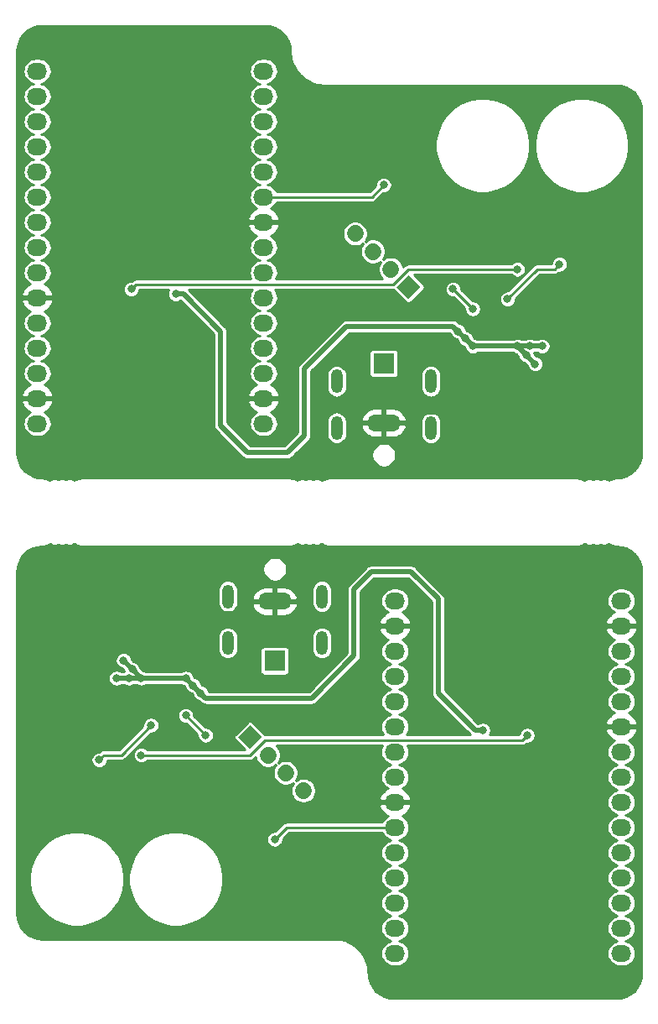
<source format=gbr>
G04 #@! TF.GenerationSoftware,KiCad,Pcbnew,5.1.5-52549c5~86~ubuntu18.04.1*
G04 #@! TF.CreationDate,2020-04-27T04:28:22+01:00*
G04 #@! TF.ProjectId,polariser_drive,706f6c61-7269-4736-9572-5f6472697665,rev?*
G04 #@! TF.SameCoordinates,Original*
G04 #@! TF.FileFunction,Copper,L2,Bot*
G04 #@! TF.FilePolarity,Positive*
%FSLAX46Y46*%
G04 Gerber Fmt 4.6, Leading zero omitted, Abs format (unit mm)*
G04 Created by KiCad (PCBNEW 5.1.5-52549c5~86~ubuntu18.04.1) date 2020-04-27 04:28:22*
%MOMM*%
%LPD*%
G04 APERTURE LIST*
%ADD10O,2.032000X1.727200*%
%ADD11R,2.100000X2.100000*%
%ADD12O,3.400000X1.700000*%
%ADD13O,1.200000X2.400000*%
%ADD14C,0.100000*%
%ADD15C,1.700000*%
%ADD16C,0.800000*%
%ADD17C,0.250000*%
%ADD18C,0.500000*%
%ADD19C,0.254000*%
G04 APERTURE END LIST*
D10*
X52000000Y-41500000D03*
X52000000Y-44040000D03*
X52000000Y-46580000D03*
X52000000Y-49120000D03*
X52000000Y-51660000D03*
X52000000Y-54200000D03*
X52000000Y-56740000D03*
X52000000Y-59280000D03*
X52000000Y-61820000D03*
X52000000Y-64360000D03*
X52000000Y-66900000D03*
X52000000Y-69440000D03*
X52000000Y-71980000D03*
X52000000Y-74520000D03*
X52000000Y-77060000D03*
X74860000Y-41500000D03*
X74860000Y-71980000D03*
X74860000Y-74520000D03*
X74860000Y-69440000D03*
X74860000Y-54200000D03*
X74860000Y-51660000D03*
X74860000Y-56740000D03*
X74860000Y-77060000D03*
X74860000Y-61820000D03*
X74860000Y-59280000D03*
X74860000Y-64360000D03*
X74860000Y-66900000D03*
X74860000Y-46580000D03*
X74860000Y-49120000D03*
X74860000Y-44040000D03*
D11*
X87000000Y-71000000D03*
D12*
X87000000Y-77000000D03*
D13*
X82250000Y-72800000D03*
X91750000Y-72800000D03*
X82250000Y-77500000D03*
X91750000Y-77500000D03*
G04 #@! TA.AperFunction,ComponentPad*
D14*
G36*
X89500000Y-62093969D02*
G01*
X90702082Y-63296051D01*
X89500000Y-64498133D01*
X88297918Y-63296051D01*
X89500000Y-62093969D01*
G37*
G04 #@! TD.AperFunction*
D15*
X87703949Y-61500000D02*
X87703949Y-61500000D01*
X85907898Y-59703949D02*
X85907898Y-59703949D01*
X84111846Y-57907897D02*
X84111846Y-57907897D01*
D13*
X71250000Y-94500000D03*
X80750000Y-94500000D03*
X71250000Y-99200000D03*
X80750000Y-99200000D03*
D12*
X76000000Y-95000000D03*
D11*
X76000000Y-101000000D03*
D10*
X111000000Y-130500000D03*
X111000000Y-127960000D03*
X111000000Y-125420000D03*
X111000000Y-122880000D03*
X111000000Y-120340000D03*
X111000000Y-117800000D03*
X111000000Y-115260000D03*
X111000000Y-112720000D03*
X111000000Y-110180000D03*
X111000000Y-107640000D03*
X111000000Y-105100000D03*
X111000000Y-102560000D03*
X111000000Y-100020000D03*
X111000000Y-97480000D03*
X111000000Y-94940000D03*
X88140000Y-130500000D03*
X88140000Y-100020000D03*
X88140000Y-97480000D03*
X88140000Y-102560000D03*
X88140000Y-117800000D03*
X88140000Y-120340000D03*
X88140000Y-115260000D03*
X88140000Y-94940000D03*
X88140000Y-110180000D03*
X88140000Y-112720000D03*
X88140000Y-107640000D03*
X88140000Y-105100000D03*
X88140000Y-125420000D03*
X88140000Y-122880000D03*
X88140000Y-127960000D03*
D15*
X78888154Y-114092103D02*
X78888154Y-114092103D01*
X77092102Y-112296051D02*
X77092102Y-112296051D01*
X75296051Y-110500000D02*
X75296051Y-110500000D01*
G04 #@! TA.AperFunction,ComponentPad*
D14*
G36*
X73500000Y-109906031D02*
G01*
X72297918Y-108703949D01*
X73500000Y-107501867D01*
X74702082Y-108703949D01*
X73500000Y-109906031D01*
G37*
G04 #@! TD.AperFunction*
D16*
X106000000Y-110500000D03*
X106000000Y-113000000D03*
X67750000Y-116500000D03*
X69750000Y-118500000D03*
X81500000Y-115500000D03*
X71000000Y-113500000D03*
X67000000Y-111500000D03*
X71000000Y-109500000D03*
X78000000Y-122500000D03*
X74500000Y-119000000D03*
X85000000Y-121500000D03*
X76000000Y-108000000D03*
X102500000Y-96000000D03*
X103500000Y-96000000D03*
X104500000Y-96000000D03*
X97500000Y-96000000D03*
X98500000Y-96000000D03*
X99500000Y-96000000D03*
X100000000Y-102000000D03*
X102000000Y-102000000D03*
X93500000Y-130500000D03*
X93500000Y-128000000D03*
X106000000Y-130500000D03*
X106000000Y-128000000D03*
X93500000Y-113000000D03*
X93500000Y-110500000D03*
X73500000Y-128000000D03*
X76000000Y-128000000D03*
X81000000Y-128000000D03*
X83500000Y-128000000D03*
X78500000Y-128000000D03*
X67500000Y-94500000D03*
X69000000Y-94500000D03*
X62250000Y-106000000D03*
X63250000Y-106000000D03*
X78000000Y-110000000D03*
X80000000Y-112000000D03*
X84500000Y-44000000D03*
X87000000Y-44000000D03*
X82000000Y-44000000D03*
X79500000Y-44000000D03*
X57000000Y-41500000D03*
X89500000Y-44000000D03*
X57000000Y-44000000D03*
X69500000Y-41500000D03*
X69500000Y-44000000D03*
X88500000Y-53000000D03*
X93250000Y-53500000D03*
X94000000Y-77500000D03*
X58500000Y-76000000D03*
X83000000Y-60000000D03*
X63500000Y-76000000D03*
X64500000Y-76000000D03*
X61000000Y-70000000D03*
X99750000Y-66000000D03*
X81500000Y-56500000D03*
X95500000Y-77500000D03*
X78000000Y-50500000D03*
X59500000Y-76000000D03*
X87000000Y-64000000D03*
X92000000Y-58500000D03*
X65500000Y-76000000D03*
X57000000Y-61500000D03*
X95250000Y-55500000D03*
X85000000Y-49500000D03*
X57000000Y-59000000D03*
X69500000Y-61500000D03*
X85000000Y-62000000D03*
X60500000Y-76000000D03*
X63000000Y-70000000D03*
X92000000Y-62500000D03*
X100750000Y-66000000D03*
X69500000Y-59000000D03*
X96000000Y-60500000D03*
X101500000Y-108500000D03*
X62500000Y-110500000D03*
X61500000Y-63500000D03*
X100500000Y-61500000D03*
X62500000Y-102750000D03*
X61600000Y-101850000D03*
X61250000Y-102750000D03*
X60000000Y-102750000D03*
X60700000Y-100950000D03*
X67750000Y-103500000D03*
X67000000Y-102750000D03*
X68500000Y-104250000D03*
X97000000Y-108000000D03*
X94500000Y-67750000D03*
X100500000Y-69250000D03*
X102300000Y-71050000D03*
X96000000Y-69250000D03*
X103000000Y-69250000D03*
X95250000Y-68500000D03*
X101750000Y-69250000D03*
X66000000Y-64000000D03*
X101400000Y-70150000D03*
X69000000Y-108500000D03*
X67000000Y-106500000D03*
X63500000Y-107500000D03*
X58250000Y-111000000D03*
X99500000Y-64500000D03*
X104750000Y-61000000D03*
X96000000Y-65500000D03*
X94000000Y-63500000D03*
X76000000Y-119000000D03*
X87000000Y-53000000D03*
D17*
X110480000Y-98000000D02*
X111000000Y-97480000D01*
X74050000Y-95000000D02*
X76000000Y-95000000D01*
X69025010Y-96025010D02*
X72474990Y-96025010D01*
X67500000Y-94500000D02*
X69025010Y-96025010D01*
X72474990Y-96025010D02*
X73500000Y-95000000D01*
X73541839Y-95000000D02*
X73500000Y-95000000D01*
X73500000Y-95000000D02*
X74050000Y-95000000D01*
X93974990Y-75974990D02*
X90525010Y-75974990D01*
X89500000Y-77000000D02*
X88950000Y-77000000D01*
X90525010Y-75974990D02*
X89500000Y-77000000D01*
X88950000Y-77000000D02*
X87000000Y-77000000D01*
X95500000Y-77500000D02*
X93974990Y-75974990D01*
X89458161Y-77000000D02*
X89500000Y-77000000D01*
X101008610Y-108991390D02*
X101500000Y-108500000D01*
X73500000Y-110500000D02*
X75008610Y-108991390D01*
X75008610Y-108991390D02*
X101008610Y-108991390D01*
X73500000Y-110500000D02*
X62500000Y-110500000D01*
X61991390Y-63008610D02*
X61500000Y-63500000D01*
X89500000Y-61500000D02*
X87991390Y-63008610D01*
X89500000Y-61500000D02*
X100500000Y-61500000D01*
X87991390Y-63008610D02*
X61991390Y-63008610D01*
D18*
X62500000Y-102750000D02*
X61250000Y-102750000D01*
X61250000Y-102750000D02*
X60000000Y-102750000D01*
X60000000Y-102750000D02*
X60000000Y-102750000D01*
X61750000Y-102000000D02*
X62500000Y-102750000D01*
X60700000Y-100950000D02*
X61750000Y-102000000D01*
X67000000Y-102750000D02*
X62500000Y-102750000D01*
X67750000Y-103500000D02*
X67000000Y-102750000D01*
X67750000Y-103500000D02*
X68500000Y-104250000D01*
X68500000Y-104250000D02*
X69000000Y-104750000D01*
X69000000Y-104750000D02*
X79750000Y-104750000D01*
X79750000Y-104750000D02*
X84000000Y-100500000D01*
X84000000Y-100500000D02*
X84000000Y-93750000D01*
X84000000Y-93750000D02*
X85750000Y-92000000D01*
X85750000Y-92000000D02*
X89750000Y-92000000D01*
X89750000Y-92000000D02*
X92500000Y-94750000D01*
X92500000Y-94750000D02*
X92500000Y-104250000D01*
X92500000Y-104250000D02*
X96250000Y-108000000D01*
X96250000Y-108000000D02*
X97000000Y-108000000D01*
X102300000Y-71050000D02*
X101250000Y-70000000D01*
X94000000Y-67250000D02*
X83250000Y-67250000D01*
X94500000Y-67750000D02*
X94000000Y-67250000D01*
X73250000Y-80000000D02*
X70500000Y-77250000D01*
X95250000Y-68500000D02*
X96000000Y-69250000D01*
X79000000Y-71500000D02*
X79000000Y-78250000D01*
X101750000Y-69250000D02*
X103000000Y-69250000D01*
X100500000Y-69250000D02*
X101750000Y-69250000D01*
X70500000Y-77250000D02*
X70500000Y-67750000D01*
X95250000Y-68500000D02*
X94500000Y-67750000D01*
X83250000Y-67250000D02*
X79000000Y-71500000D01*
X96000000Y-69250000D02*
X100500000Y-69250000D01*
X101250000Y-70000000D02*
X100500000Y-69250000D01*
X77250000Y-80000000D02*
X73250000Y-80000000D01*
X103000000Y-69250000D02*
X103000000Y-69250000D01*
X66750000Y-64000000D02*
X66000000Y-64000000D01*
X79000000Y-78250000D02*
X77250000Y-80000000D01*
X70500000Y-67750000D02*
X66750000Y-64000000D01*
D17*
X69000000Y-108500000D02*
X67000000Y-106500000D01*
X60500000Y-110500000D02*
X63500000Y-107500000D01*
X60500000Y-110500000D02*
X58750000Y-110500000D01*
X58750000Y-110500000D02*
X58250000Y-111000000D01*
X102500000Y-61500000D02*
X104250000Y-61500000D01*
X94000000Y-63500000D02*
X96000000Y-65500000D01*
X102500000Y-61500000D02*
X99500000Y-64500000D01*
X104250000Y-61500000D02*
X104750000Y-61000000D01*
X77200000Y-117800000D02*
X88140000Y-117800000D01*
X76000000Y-119000000D02*
X77200000Y-117800000D01*
X87000000Y-53000000D02*
X85800000Y-54200000D01*
X85800000Y-54200000D02*
X74860000Y-54200000D01*
D19*
G36*
X109695046Y-89205862D02*
G01*
X109728856Y-89229012D01*
X109734407Y-89232014D01*
X109906730Y-89323639D01*
X109944630Y-89339260D01*
X109982259Y-89355388D01*
X109988278Y-89357251D01*
X109988288Y-89357255D01*
X109988298Y-89357257D01*
X110175124Y-89413664D01*
X110215337Y-89421626D01*
X110255382Y-89430138D01*
X110261658Y-89430798D01*
X110455892Y-89449843D01*
X110994492Y-89502654D01*
X111470137Y-89646259D01*
X111908843Y-89879522D01*
X112293880Y-90193551D01*
X112610592Y-90576390D01*
X112846907Y-91013447D01*
X112993835Y-91488091D01*
X113048001Y-92003448D01*
X113048000Y-126022204D01*
X113048001Y-126022214D01*
X113048000Y-132477891D01*
X112997347Y-132994487D01*
X112853740Y-133470141D01*
X112620478Y-133908842D01*
X112306449Y-134293880D01*
X111923610Y-134610592D01*
X111486552Y-134846908D01*
X111011909Y-134993835D01*
X110496560Y-135048000D01*
X88022108Y-135048000D01*
X87505513Y-134997347D01*
X87029859Y-134853740D01*
X86591158Y-134620478D01*
X86206120Y-134306449D01*
X85889408Y-133923610D01*
X85653092Y-133486552D01*
X85506165Y-133011909D01*
X85451990Y-132496467D01*
X85451924Y-132477481D01*
X85449929Y-132457840D01*
X85450067Y-132438090D01*
X85449451Y-132431809D01*
X85388250Y-131849519D01*
X85380012Y-131809388D01*
X85372336Y-131769148D01*
X85370512Y-131763106D01*
X85197375Y-131203792D01*
X85181484Y-131165989D01*
X85166153Y-131128044D01*
X85163190Y-131122471D01*
X85163190Y-131122470D01*
X85163187Y-131122466D01*
X84884714Y-130607439D01*
X84861808Y-130573479D01*
X84839374Y-130539196D01*
X84835385Y-130534305D01*
X84462175Y-130083172D01*
X84433125Y-130054324D01*
X84404444Y-130025036D01*
X84399581Y-130021013D01*
X83945852Y-129650961D01*
X83911740Y-129628297D01*
X83877928Y-129605145D01*
X83872381Y-129602147D01*
X83872377Y-129602144D01*
X83872373Y-129602142D01*
X83355412Y-129327269D01*
X83317498Y-129311642D01*
X83279882Y-129295520D01*
X83273853Y-129293653D01*
X82713345Y-129124427D01*
X82673162Y-129116470D01*
X82633087Y-129107952D01*
X82626810Y-129107292D01*
X82044108Y-129050157D01*
X82044105Y-129050157D01*
X82022205Y-129048000D01*
X52522108Y-129048000D01*
X52005513Y-128997347D01*
X51529859Y-128853740D01*
X51091158Y-128620478D01*
X50706120Y-128306449D01*
X50389408Y-127923610D01*
X50153092Y-127486552D01*
X50006165Y-127011909D01*
X49952000Y-126496560D01*
X49952000Y-122529507D01*
X51223000Y-122529507D01*
X51223000Y-123470493D01*
X51406577Y-124393400D01*
X51766677Y-125262758D01*
X52289462Y-126045160D01*
X52954840Y-126710538D01*
X53737242Y-127233323D01*
X54606600Y-127593423D01*
X55529507Y-127777000D01*
X56470493Y-127777000D01*
X57393400Y-127593423D01*
X58262758Y-127233323D01*
X59045160Y-126710538D01*
X59710538Y-126045160D01*
X60233323Y-125262758D01*
X60593423Y-124393400D01*
X60777000Y-123470493D01*
X60777000Y-122529507D01*
X61223000Y-122529507D01*
X61223000Y-123470493D01*
X61406577Y-124393400D01*
X61766677Y-125262758D01*
X62289462Y-126045160D01*
X62954840Y-126710538D01*
X63737242Y-127233323D01*
X64606600Y-127593423D01*
X65529507Y-127777000D01*
X66470493Y-127777000D01*
X67393400Y-127593423D01*
X68262758Y-127233323D01*
X69045160Y-126710538D01*
X69710538Y-126045160D01*
X70233323Y-125262758D01*
X70593423Y-124393400D01*
X70777000Y-123470493D01*
X70777000Y-122529507D01*
X70593423Y-121606600D01*
X70233323Y-120737242D01*
X69710538Y-119954840D01*
X69045160Y-119289462D01*
X68490049Y-118918548D01*
X75173000Y-118918548D01*
X75173000Y-119081452D01*
X75204782Y-119241227D01*
X75267123Y-119391731D01*
X75357628Y-119527181D01*
X75472819Y-119642372D01*
X75608269Y-119732877D01*
X75758773Y-119795218D01*
X75918548Y-119827000D01*
X76081452Y-119827000D01*
X76241227Y-119795218D01*
X76391731Y-119732877D01*
X76527181Y-119642372D01*
X76642372Y-119527181D01*
X76732877Y-119391731D01*
X76795218Y-119241227D01*
X76827000Y-119081452D01*
X76827000Y-118953645D01*
X77428646Y-118352000D01*
X86819255Y-118352000D01*
X86909314Y-118520488D01*
X87070593Y-118717007D01*
X87267112Y-118878286D01*
X87491319Y-118998128D01*
X87728249Y-119070000D01*
X87491319Y-119141872D01*
X87267112Y-119261714D01*
X87070593Y-119422993D01*
X86909314Y-119619512D01*
X86789472Y-119843719D01*
X86715674Y-120086998D01*
X86690756Y-120340000D01*
X86715674Y-120593002D01*
X86789472Y-120836281D01*
X86909314Y-121060488D01*
X87070593Y-121257007D01*
X87267112Y-121418286D01*
X87491319Y-121538128D01*
X87728249Y-121610000D01*
X87491319Y-121681872D01*
X87267112Y-121801714D01*
X87070593Y-121962993D01*
X86909314Y-122159512D01*
X86789472Y-122383719D01*
X86715674Y-122626998D01*
X86690756Y-122880000D01*
X86715674Y-123133002D01*
X86789472Y-123376281D01*
X86909314Y-123600488D01*
X87070593Y-123797007D01*
X87267112Y-123958286D01*
X87491319Y-124078128D01*
X87728249Y-124150000D01*
X87491319Y-124221872D01*
X87267112Y-124341714D01*
X87070593Y-124502993D01*
X86909314Y-124699512D01*
X86789472Y-124923719D01*
X86715674Y-125166998D01*
X86690756Y-125420000D01*
X86715674Y-125673002D01*
X86789472Y-125916281D01*
X86909314Y-126140488D01*
X87070593Y-126337007D01*
X87267112Y-126498286D01*
X87491319Y-126618128D01*
X87728249Y-126690000D01*
X87491319Y-126761872D01*
X87267112Y-126881714D01*
X87070593Y-127042993D01*
X86909314Y-127239512D01*
X86789472Y-127463719D01*
X86715674Y-127706998D01*
X86690756Y-127960000D01*
X86715674Y-128213002D01*
X86789472Y-128456281D01*
X86909314Y-128680488D01*
X87070593Y-128877007D01*
X87267112Y-129038286D01*
X87491319Y-129158128D01*
X87728249Y-129230000D01*
X87491319Y-129301872D01*
X87267112Y-129421714D01*
X87070593Y-129582993D01*
X86909314Y-129779512D01*
X86789472Y-130003719D01*
X86715674Y-130246998D01*
X86690756Y-130500000D01*
X86715674Y-130753002D01*
X86789472Y-130996281D01*
X86909314Y-131220488D01*
X87070593Y-131417007D01*
X87267112Y-131578286D01*
X87491319Y-131698128D01*
X87734598Y-131771926D01*
X87924202Y-131790600D01*
X88355798Y-131790600D01*
X88545402Y-131771926D01*
X88788681Y-131698128D01*
X89012888Y-131578286D01*
X89209407Y-131417007D01*
X89370686Y-131220488D01*
X89490528Y-130996281D01*
X89564326Y-130753002D01*
X89589244Y-130500000D01*
X89564326Y-130246998D01*
X89490528Y-130003719D01*
X89370686Y-129779512D01*
X89209407Y-129582993D01*
X89012888Y-129421714D01*
X88788681Y-129301872D01*
X88551751Y-129230000D01*
X88788681Y-129158128D01*
X89012888Y-129038286D01*
X89209407Y-128877007D01*
X89370686Y-128680488D01*
X89490528Y-128456281D01*
X89564326Y-128213002D01*
X89589244Y-127960000D01*
X89564326Y-127706998D01*
X89490528Y-127463719D01*
X89370686Y-127239512D01*
X89209407Y-127042993D01*
X89012888Y-126881714D01*
X88788681Y-126761872D01*
X88551751Y-126690000D01*
X88788681Y-126618128D01*
X89012888Y-126498286D01*
X89209407Y-126337007D01*
X89370686Y-126140488D01*
X89490528Y-125916281D01*
X89564326Y-125673002D01*
X89589244Y-125420000D01*
X89564326Y-125166998D01*
X89490528Y-124923719D01*
X89370686Y-124699512D01*
X89209407Y-124502993D01*
X89012888Y-124341714D01*
X88788681Y-124221872D01*
X88551751Y-124150000D01*
X88788681Y-124078128D01*
X89012888Y-123958286D01*
X89209407Y-123797007D01*
X89370686Y-123600488D01*
X89490528Y-123376281D01*
X89564326Y-123133002D01*
X89589244Y-122880000D01*
X89564326Y-122626998D01*
X89490528Y-122383719D01*
X89370686Y-122159512D01*
X89209407Y-121962993D01*
X89012888Y-121801714D01*
X88788681Y-121681872D01*
X88551751Y-121610000D01*
X88788681Y-121538128D01*
X89012888Y-121418286D01*
X89209407Y-121257007D01*
X89370686Y-121060488D01*
X89490528Y-120836281D01*
X89564326Y-120593002D01*
X89589244Y-120340000D01*
X89564326Y-120086998D01*
X89490528Y-119843719D01*
X89370686Y-119619512D01*
X89209407Y-119422993D01*
X89012888Y-119261714D01*
X88788681Y-119141872D01*
X88551751Y-119070000D01*
X88788681Y-118998128D01*
X89012888Y-118878286D01*
X89209407Y-118717007D01*
X89370686Y-118520488D01*
X89490528Y-118296281D01*
X89564326Y-118053002D01*
X89589244Y-117800000D01*
X89564326Y-117546998D01*
X89490528Y-117303719D01*
X89370686Y-117079512D01*
X89209407Y-116882993D01*
X89012888Y-116721714D01*
X88862184Y-116641160D01*
X89054321Y-116551954D01*
X89291729Y-116378486D01*
X89490733Y-116162035D01*
X89643686Y-115910919D01*
X89744709Y-115634789D01*
X89747358Y-115619026D01*
X89626217Y-115387000D01*
X88267000Y-115387000D01*
X88267000Y-115407000D01*
X88013000Y-115407000D01*
X88013000Y-115387000D01*
X86653783Y-115387000D01*
X86532642Y-115619026D01*
X86535291Y-115634789D01*
X86636314Y-115910919D01*
X86789267Y-116162035D01*
X86988271Y-116378486D01*
X87225679Y-116551954D01*
X87417816Y-116641160D01*
X87267112Y-116721714D01*
X87070593Y-116882993D01*
X86909314Y-117079512D01*
X86819255Y-117248000D01*
X77227097Y-117248000D01*
X77199999Y-117245331D01*
X77172901Y-117248000D01*
X77172891Y-117248000D01*
X77091789Y-117255988D01*
X76987737Y-117287552D01*
X76957491Y-117303719D01*
X76891841Y-117338809D01*
X76834679Y-117385721D01*
X76807789Y-117407789D01*
X76790508Y-117428846D01*
X76046355Y-118173000D01*
X75918548Y-118173000D01*
X75758773Y-118204782D01*
X75608269Y-118267123D01*
X75472819Y-118357628D01*
X75357628Y-118472819D01*
X75267123Y-118608269D01*
X75204782Y-118758773D01*
X75173000Y-118918548D01*
X68490049Y-118918548D01*
X68262758Y-118766677D01*
X67393400Y-118406577D01*
X66470493Y-118223000D01*
X65529507Y-118223000D01*
X64606600Y-118406577D01*
X63737242Y-118766677D01*
X62954840Y-119289462D01*
X62289462Y-119954840D01*
X61766677Y-120737242D01*
X61406577Y-121606600D01*
X61223000Y-122529507D01*
X60777000Y-122529507D01*
X60593423Y-121606600D01*
X60233323Y-120737242D01*
X59710538Y-119954840D01*
X59045160Y-119289462D01*
X58262758Y-118766677D01*
X57393400Y-118406577D01*
X56470493Y-118223000D01*
X55529507Y-118223000D01*
X54606600Y-118406577D01*
X53737242Y-118766677D01*
X52954840Y-119289462D01*
X52289462Y-119954840D01*
X51766677Y-120737242D01*
X51406577Y-121606600D01*
X51223000Y-122529507D01*
X49952000Y-122529507D01*
X49952000Y-110918548D01*
X57423000Y-110918548D01*
X57423000Y-111081452D01*
X57454782Y-111241227D01*
X57517123Y-111391731D01*
X57607628Y-111527181D01*
X57722819Y-111642372D01*
X57858269Y-111732877D01*
X58008773Y-111795218D01*
X58168548Y-111827000D01*
X58331452Y-111827000D01*
X58491227Y-111795218D01*
X58641731Y-111732877D01*
X58777181Y-111642372D01*
X58892372Y-111527181D01*
X58982877Y-111391731D01*
X59045218Y-111241227D01*
X59077000Y-111081452D01*
X59077000Y-111052000D01*
X60472894Y-111052000D01*
X60500000Y-111054670D01*
X60527106Y-111052000D01*
X60527109Y-111052000D01*
X60608211Y-111044012D01*
X60712263Y-111012448D01*
X60808158Y-110961191D01*
X60892211Y-110892211D01*
X60909501Y-110871144D01*
X63453646Y-108327000D01*
X63581452Y-108327000D01*
X63741227Y-108295218D01*
X63891731Y-108232877D01*
X64027181Y-108142372D01*
X64142372Y-108027181D01*
X64232877Y-107891731D01*
X64295218Y-107741227D01*
X64327000Y-107581452D01*
X64327000Y-107418548D01*
X64295218Y-107258773D01*
X64232877Y-107108269D01*
X64142372Y-106972819D01*
X64027181Y-106857628D01*
X63891731Y-106767123D01*
X63741227Y-106704782D01*
X63581452Y-106673000D01*
X63418548Y-106673000D01*
X63258773Y-106704782D01*
X63108269Y-106767123D01*
X62972819Y-106857628D01*
X62857628Y-106972819D01*
X62767123Y-107108269D01*
X62704782Y-107258773D01*
X62673000Y-107418548D01*
X62673000Y-107546354D01*
X60271356Y-109948000D01*
X58777108Y-109948000D01*
X58750000Y-109945330D01*
X58722891Y-109948000D01*
X58641789Y-109955988D01*
X58537737Y-109987552D01*
X58441842Y-110038809D01*
X58357789Y-110107789D01*
X58340508Y-110128846D01*
X58296354Y-110173000D01*
X58168548Y-110173000D01*
X58008773Y-110204782D01*
X57858269Y-110267123D01*
X57722819Y-110357628D01*
X57607628Y-110472819D01*
X57517123Y-110608269D01*
X57454782Y-110758773D01*
X57423000Y-110918548D01*
X49952000Y-110918548D01*
X49952000Y-106418548D01*
X66173000Y-106418548D01*
X66173000Y-106581452D01*
X66204782Y-106741227D01*
X66267123Y-106891731D01*
X66357628Y-107027181D01*
X66472819Y-107142372D01*
X66608269Y-107232877D01*
X66758773Y-107295218D01*
X66918548Y-107327000D01*
X67046356Y-107327000D01*
X68173000Y-108453646D01*
X68173000Y-108581452D01*
X68204782Y-108741227D01*
X68267123Y-108891731D01*
X68357628Y-109027181D01*
X68472819Y-109142372D01*
X68608269Y-109232877D01*
X68758773Y-109295218D01*
X68918548Y-109327000D01*
X69081452Y-109327000D01*
X69241227Y-109295218D01*
X69391731Y-109232877D01*
X69527181Y-109142372D01*
X69642372Y-109027181D01*
X69732877Y-108891731D01*
X69795218Y-108741227D01*
X69827000Y-108581452D01*
X69827000Y-108418548D01*
X69795218Y-108258773D01*
X69732877Y-108108269D01*
X69642372Y-107972819D01*
X69527181Y-107857628D01*
X69391731Y-107767123D01*
X69241227Y-107704782D01*
X69081452Y-107673000D01*
X68953646Y-107673000D01*
X67827000Y-106546356D01*
X67827000Y-106418548D01*
X67795218Y-106258773D01*
X67732877Y-106108269D01*
X67642372Y-105972819D01*
X67527181Y-105857628D01*
X67391731Y-105767123D01*
X67241227Y-105704782D01*
X67081452Y-105673000D01*
X66918548Y-105673000D01*
X66758773Y-105704782D01*
X66608269Y-105767123D01*
X66472819Y-105857628D01*
X66357628Y-105972819D01*
X66267123Y-106108269D01*
X66204782Y-106258773D01*
X66173000Y-106418548D01*
X49952000Y-106418548D01*
X49952000Y-102668548D01*
X59173000Y-102668548D01*
X59173000Y-102831452D01*
X59204782Y-102991227D01*
X59267123Y-103141731D01*
X59357628Y-103277181D01*
X59472819Y-103392372D01*
X59608269Y-103482877D01*
X59758773Y-103545218D01*
X59918548Y-103577000D01*
X60081452Y-103577000D01*
X60241227Y-103545218D01*
X60391731Y-103482877D01*
X60475357Y-103427000D01*
X60774643Y-103427000D01*
X60858269Y-103482877D01*
X61008773Y-103545218D01*
X61168548Y-103577000D01*
X61331452Y-103577000D01*
X61491227Y-103545218D01*
X61641731Y-103482877D01*
X61725357Y-103427000D01*
X62024643Y-103427000D01*
X62108269Y-103482877D01*
X62258773Y-103545218D01*
X62418548Y-103577000D01*
X62581452Y-103577000D01*
X62741227Y-103545218D01*
X62891731Y-103482877D01*
X62975357Y-103427000D01*
X66524643Y-103427000D01*
X66608269Y-103482877D01*
X66758773Y-103545218D01*
X66857418Y-103564840D01*
X66935160Y-103642582D01*
X66954782Y-103741227D01*
X67017123Y-103891731D01*
X67107628Y-104027181D01*
X67222819Y-104142372D01*
X67358269Y-104232877D01*
X67508773Y-104295218D01*
X67607418Y-104314840D01*
X67685160Y-104392582D01*
X67704782Y-104491227D01*
X67767123Y-104641731D01*
X67857628Y-104777181D01*
X67972819Y-104892372D01*
X68108269Y-104982877D01*
X68258773Y-105045218D01*
X68357417Y-105064840D01*
X68497778Y-105205201D01*
X68518973Y-105231027D01*
X68544799Y-105252222D01*
X68544801Y-105252224D01*
X68622059Y-105315628D01*
X68739670Y-105378492D01*
X68867285Y-105417204D01*
X69000000Y-105430275D01*
X69033252Y-105427000D01*
X79716755Y-105427000D01*
X79750000Y-105430274D01*
X79783245Y-105427000D01*
X79783252Y-105427000D01*
X79882715Y-105417204D01*
X80010330Y-105378492D01*
X80127941Y-105315628D01*
X80231027Y-105231027D01*
X80252226Y-105205196D01*
X84455206Y-101002217D01*
X84481026Y-100981027D01*
X84502218Y-100955205D01*
X84502224Y-100955199D01*
X84565628Y-100877941D01*
X84628492Y-100760330D01*
X84667204Y-100632715D01*
X84680275Y-100500000D01*
X84677000Y-100466748D01*
X84677000Y-97120974D01*
X86532642Y-97120974D01*
X86653783Y-97353000D01*
X88013000Y-97353000D01*
X88013000Y-97333000D01*
X88267000Y-97333000D01*
X88267000Y-97353000D01*
X89626217Y-97353000D01*
X89747358Y-97120974D01*
X89744709Y-97105211D01*
X89643686Y-96829081D01*
X89490733Y-96577965D01*
X89291729Y-96361514D01*
X89054321Y-96188046D01*
X88862184Y-96098840D01*
X89012888Y-96018286D01*
X89209407Y-95857007D01*
X89370686Y-95660488D01*
X89490528Y-95436281D01*
X89564326Y-95193002D01*
X89589244Y-94940000D01*
X89564326Y-94686998D01*
X89490528Y-94443719D01*
X89370686Y-94219512D01*
X89209407Y-94022993D01*
X89012888Y-93861714D01*
X88788681Y-93741872D01*
X88545402Y-93668074D01*
X88355798Y-93649400D01*
X87924202Y-93649400D01*
X87734598Y-93668074D01*
X87491319Y-93741872D01*
X87267112Y-93861714D01*
X87070593Y-94022993D01*
X86909314Y-94219512D01*
X86789472Y-94443719D01*
X86715674Y-94686998D01*
X86690756Y-94940000D01*
X86715674Y-95193002D01*
X86789472Y-95436281D01*
X86909314Y-95660488D01*
X87070593Y-95857007D01*
X87267112Y-96018286D01*
X87417816Y-96098840D01*
X87225679Y-96188046D01*
X86988271Y-96361514D01*
X86789267Y-96577965D01*
X86636314Y-96829081D01*
X86535291Y-97105211D01*
X86532642Y-97120974D01*
X84677000Y-97120974D01*
X84677000Y-94030422D01*
X86030423Y-92677000D01*
X89469578Y-92677000D01*
X91823000Y-95030422D01*
X91823001Y-104216745D01*
X91819726Y-104250000D01*
X91832796Y-104382714D01*
X91871508Y-104510329D01*
X91934372Y-104627940D01*
X91997776Y-104705198D01*
X91997779Y-104705201D01*
X92018974Y-104731027D01*
X92044800Y-104752222D01*
X95731967Y-108439390D01*
X89305933Y-108439390D01*
X89370686Y-108360488D01*
X89490528Y-108136281D01*
X89564326Y-107893002D01*
X89589244Y-107640000D01*
X89564326Y-107386998D01*
X89490528Y-107143719D01*
X89370686Y-106919512D01*
X89209407Y-106722993D01*
X89012888Y-106561714D01*
X88788681Y-106441872D01*
X88551751Y-106370000D01*
X88788681Y-106298128D01*
X89012888Y-106178286D01*
X89209407Y-106017007D01*
X89370686Y-105820488D01*
X89490528Y-105596281D01*
X89564326Y-105353002D01*
X89589244Y-105100000D01*
X89564326Y-104846998D01*
X89490528Y-104603719D01*
X89370686Y-104379512D01*
X89209407Y-104182993D01*
X89012888Y-104021714D01*
X88788681Y-103901872D01*
X88551751Y-103830000D01*
X88788681Y-103758128D01*
X89012888Y-103638286D01*
X89209407Y-103477007D01*
X89370686Y-103280488D01*
X89490528Y-103056281D01*
X89564326Y-102813002D01*
X89589244Y-102560000D01*
X89564326Y-102306998D01*
X89490528Y-102063719D01*
X89370686Y-101839512D01*
X89209407Y-101642993D01*
X89012888Y-101481714D01*
X88788681Y-101361872D01*
X88551751Y-101290000D01*
X88788681Y-101218128D01*
X89012888Y-101098286D01*
X89209407Y-100937007D01*
X89370686Y-100740488D01*
X89490528Y-100516281D01*
X89564326Y-100273002D01*
X89589244Y-100020000D01*
X89564326Y-99766998D01*
X89490528Y-99523719D01*
X89370686Y-99299512D01*
X89209407Y-99102993D01*
X89012888Y-98941714D01*
X88862184Y-98861160D01*
X89054321Y-98771954D01*
X89291729Y-98598486D01*
X89490733Y-98382035D01*
X89643686Y-98130919D01*
X89744709Y-97854789D01*
X89747358Y-97839026D01*
X89626217Y-97607000D01*
X88267000Y-97607000D01*
X88267000Y-97627000D01*
X88013000Y-97627000D01*
X88013000Y-97607000D01*
X86653783Y-97607000D01*
X86532642Y-97839026D01*
X86535291Y-97854789D01*
X86636314Y-98130919D01*
X86789267Y-98382035D01*
X86988271Y-98598486D01*
X87225679Y-98771954D01*
X87417816Y-98861160D01*
X87267112Y-98941714D01*
X87070593Y-99102993D01*
X86909314Y-99299512D01*
X86789472Y-99523719D01*
X86715674Y-99766998D01*
X86690756Y-100020000D01*
X86715674Y-100273002D01*
X86789472Y-100516281D01*
X86909314Y-100740488D01*
X87070593Y-100937007D01*
X87267112Y-101098286D01*
X87491319Y-101218128D01*
X87728249Y-101290000D01*
X87491319Y-101361872D01*
X87267112Y-101481714D01*
X87070593Y-101642993D01*
X86909314Y-101839512D01*
X86789472Y-102063719D01*
X86715674Y-102306998D01*
X86690756Y-102560000D01*
X86715674Y-102813002D01*
X86789472Y-103056281D01*
X86909314Y-103280488D01*
X87070593Y-103477007D01*
X87267112Y-103638286D01*
X87491319Y-103758128D01*
X87728249Y-103830000D01*
X87491319Y-103901872D01*
X87267112Y-104021714D01*
X87070593Y-104182993D01*
X86909314Y-104379512D01*
X86789472Y-104603719D01*
X86715674Y-104846998D01*
X86690756Y-105100000D01*
X86715674Y-105353002D01*
X86789472Y-105596281D01*
X86909314Y-105820488D01*
X87070593Y-106017007D01*
X87267112Y-106178286D01*
X87491319Y-106298128D01*
X87728249Y-106370000D01*
X87491319Y-106441872D01*
X87267112Y-106561714D01*
X87070593Y-106722993D01*
X86909314Y-106919512D01*
X86789472Y-107143719D01*
X86715674Y-107386998D01*
X86690756Y-107640000D01*
X86715674Y-107893002D01*
X86789472Y-108136281D01*
X86909314Y-108360488D01*
X86974067Y-108439390D01*
X75037349Y-108439390D01*
X75005477Y-108400554D01*
X73803395Y-107198472D01*
X73738376Y-107145112D01*
X73664196Y-107105462D01*
X73583707Y-107081045D01*
X73500000Y-107072801D01*
X73416293Y-107081045D01*
X73335804Y-107105462D01*
X73261624Y-107145112D01*
X73196605Y-107198472D01*
X71994523Y-108400554D01*
X71941163Y-108465573D01*
X71901513Y-108539753D01*
X71877096Y-108620242D01*
X71868852Y-108703949D01*
X71877096Y-108787656D01*
X71901513Y-108868145D01*
X71941163Y-108942325D01*
X71994523Y-109007344D01*
X72935179Y-109948000D01*
X63117553Y-109948000D01*
X63027181Y-109857628D01*
X62891731Y-109767123D01*
X62741227Y-109704782D01*
X62581452Y-109673000D01*
X62418548Y-109673000D01*
X62258773Y-109704782D01*
X62108269Y-109767123D01*
X61972819Y-109857628D01*
X61857628Y-109972819D01*
X61767123Y-110108269D01*
X61704782Y-110258773D01*
X61673000Y-110418548D01*
X61673000Y-110581452D01*
X61704782Y-110741227D01*
X61767123Y-110891731D01*
X61857628Y-111027181D01*
X61972819Y-111142372D01*
X62108269Y-111232877D01*
X62258773Y-111295218D01*
X62418548Y-111327000D01*
X62581452Y-111327000D01*
X62741227Y-111295218D01*
X62891731Y-111232877D01*
X63027181Y-111142372D01*
X63117553Y-111052000D01*
X73472894Y-111052000D01*
X73500000Y-111054670D01*
X73527106Y-111052000D01*
X73527109Y-111052000D01*
X73608211Y-111044012D01*
X73712263Y-111012448D01*
X73808158Y-110961191D01*
X73892211Y-110892211D01*
X73909500Y-110871144D01*
X74041585Y-110739059D01*
X74068125Y-110872487D01*
X74164388Y-111104886D01*
X74304140Y-111314040D01*
X74482011Y-111491911D01*
X74691165Y-111631663D01*
X74923564Y-111727926D01*
X75170277Y-111777000D01*
X75421825Y-111777000D01*
X75668538Y-111727926D01*
X75900937Y-111631663D01*
X76080256Y-111511846D01*
X75960439Y-111691165D01*
X75864176Y-111923564D01*
X75815102Y-112170277D01*
X75815102Y-112421825D01*
X75864176Y-112668538D01*
X75960439Y-112900937D01*
X76100191Y-113110091D01*
X76278062Y-113287962D01*
X76487216Y-113427714D01*
X76719615Y-113523977D01*
X76966328Y-113573051D01*
X77217876Y-113573051D01*
X77464589Y-113523977D01*
X77696988Y-113427714D01*
X77876310Y-113307895D01*
X77756491Y-113487217D01*
X77660228Y-113719616D01*
X77611154Y-113966329D01*
X77611154Y-114217877D01*
X77660228Y-114464590D01*
X77756491Y-114696989D01*
X77896243Y-114906143D01*
X78074114Y-115084014D01*
X78283268Y-115223766D01*
X78515667Y-115320029D01*
X78762380Y-115369103D01*
X79013928Y-115369103D01*
X79260641Y-115320029D01*
X79493040Y-115223766D01*
X79702194Y-115084014D01*
X79880065Y-114906143D01*
X80019817Y-114696989D01*
X80116080Y-114464590D01*
X80165154Y-114217877D01*
X80165154Y-113966329D01*
X80116080Y-113719616D01*
X80019817Y-113487217D01*
X79880065Y-113278063D01*
X79702194Y-113100192D01*
X79493040Y-112960440D01*
X79260641Y-112864177D01*
X79013928Y-112815103D01*
X78762380Y-112815103D01*
X78515667Y-112864177D01*
X78283268Y-112960440D01*
X78103946Y-113080259D01*
X78223765Y-112900937D01*
X78320028Y-112668538D01*
X78369102Y-112421825D01*
X78369102Y-112170277D01*
X78320028Y-111923564D01*
X78223765Y-111691165D01*
X78084013Y-111482011D01*
X77906142Y-111304140D01*
X77696988Y-111164388D01*
X77464589Y-111068125D01*
X77217876Y-111019051D01*
X76966328Y-111019051D01*
X76719615Y-111068125D01*
X76487216Y-111164388D01*
X76307897Y-111284205D01*
X76427714Y-111104886D01*
X76523977Y-110872487D01*
X76573051Y-110625774D01*
X76573051Y-110374226D01*
X76523977Y-110127513D01*
X76427714Y-109895114D01*
X76287962Y-109685960D01*
X76145392Y-109543390D01*
X86864480Y-109543390D01*
X86789472Y-109683719D01*
X86715674Y-109926998D01*
X86690756Y-110180000D01*
X86715674Y-110433002D01*
X86789472Y-110676281D01*
X86909314Y-110900488D01*
X87070593Y-111097007D01*
X87267112Y-111258286D01*
X87491319Y-111378128D01*
X87728249Y-111450000D01*
X87491319Y-111521872D01*
X87267112Y-111641714D01*
X87070593Y-111802993D01*
X86909314Y-111999512D01*
X86789472Y-112223719D01*
X86715674Y-112466998D01*
X86690756Y-112720000D01*
X86715674Y-112973002D01*
X86789472Y-113216281D01*
X86909314Y-113440488D01*
X87070593Y-113637007D01*
X87267112Y-113798286D01*
X87417816Y-113878840D01*
X87225679Y-113968046D01*
X86988271Y-114141514D01*
X86789267Y-114357965D01*
X86636314Y-114609081D01*
X86535291Y-114885211D01*
X86532642Y-114900974D01*
X86653783Y-115133000D01*
X88013000Y-115133000D01*
X88013000Y-115113000D01*
X88267000Y-115113000D01*
X88267000Y-115133000D01*
X89626217Y-115133000D01*
X89747358Y-114900974D01*
X89744709Y-114885211D01*
X89643686Y-114609081D01*
X89490733Y-114357965D01*
X89291729Y-114141514D01*
X89054321Y-113968046D01*
X88862184Y-113878840D01*
X89012888Y-113798286D01*
X89209407Y-113637007D01*
X89370686Y-113440488D01*
X89490528Y-113216281D01*
X89564326Y-112973002D01*
X89589244Y-112720000D01*
X89564326Y-112466998D01*
X89490528Y-112223719D01*
X89370686Y-111999512D01*
X89209407Y-111802993D01*
X89012888Y-111641714D01*
X88788681Y-111521872D01*
X88551751Y-111450000D01*
X88788681Y-111378128D01*
X89012888Y-111258286D01*
X89209407Y-111097007D01*
X89370686Y-110900488D01*
X89490528Y-110676281D01*
X89564326Y-110433002D01*
X89589244Y-110180000D01*
X89564326Y-109926998D01*
X89490528Y-109683719D01*
X89415520Y-109543390D01*
X100981504Y-109543390D01*
X101008610Y-109546060D01*
X101035716Y-109543390D01*
X101035719Y-109543390D01*
X101116821Y-109535402D01*
X101220873Y-109503838D01*
X101316768Y-109452581D01*
X101400821Y-109383601D01*
X101418110Y-109362534D01*
X101453644Y-109327000D01*
X101581452Y-109327000D01*
X101741227Y-109295218D01*
X101891731Y-109232877D01*
X102027181Y-109142372D01*
X102142372Y-109027181D01*
X102232877Y-108891731D01*
X102295218Y-108741227D01*
X102327000Y-108581452D01*
X102327000Y-108418548D01*
X102295218Y-108258773D01*
X102232877Y-108108269D01*
X102159883Y-107999026D01*
X109392642Y-107999026D01*
X109395291Y-108014789D01*
X109496314Y-108290919D01*
X109649267Y-108542035D01*
X109848271Y-108758486D01*
X110085679Y-108931954D01*
X110277816Y-109021160D01*
X110127112Y-109101714D01*
X109930593Y-109262993D01*
X109769314Y-109459512D01*
X109649472Y-109683719D01*
X109575674Y-109926998D01*
X109550756Y-110180000D01*
X109575674Y-110433002D01*
X109649472Y-110676281D01*
X109769314Y-110900488D01*
X109930593Y-111097007D01*
X110127112Y-111258286D01*
X110351319Y-111378128D01*
X110588249Y-111450000D01*
X110351319Y-111521872D01*
X110127112Y-111641714D01*
X109930593Y-111802993D01*
X109769314Y-111999512D01*
X109649472Y-112223719D01*
X109575674Y-112466998D01*
X109550756Y-112720000D01*
X109575674Y-112973002D01*
X109649472Y-113216281D01*
X109769314Y-113440488D01*
X109930593Y-113637007D01*
X110127112Y-113798286D01*
X110351319Y-113918128D01*
X110588249Y-113990000D01*
X110351319Y-114061872D01*
X110127112Y-114181714D01*
X109930593Y-114342993D01*
X109769314Y-114539512D01*
X109649472Y-114763719D01*
X109575674Y-115006998D01*
X109550756Y-115260000D01*
X109575674Y-115513002D01*
X109649472Y-115756281D01*
X109769314Y-115980488D01*
X109930593Y-116177007D01*
X110127112Y-116338286D01*
X110351319Y-116458128D01*
X110588249Y-116530000D01*
X110351319Y-116601872D01*
X110127112Y-116721714D01*
X109930593Y-116882993D01*
X109769314Y-117079512D01*
X109649472Y-117303719D01*
X109575674Y-117546998D01*
X109550756Y-117800000D01*
X109575674Y-118053002D01*
X109649472Y-118296281D01*
X109769314Y-118520488D01*
X109930593Y-118717007D01*
X110127112Y-118878286D01*
X110351319Y-118998128D01*
X110588249Y-119070000D01*
X110351319Y-119141872D01*
X110127112Y-119261714D01*
X109930593Y-119422993D01*
X109769314Y-119619512D01*
X109649472Y-119843719D01*
X109575674Y-120086998D01*
X109550756Y-120340000D01*
X109575674Y-120593002D01*
X109649472Y-120836281D01*
X109769314Y-121060488D01*
X109930593Y-121257007D01*
X110127112Y-121418286D01*
X110351319Y-121538128D01*
X110588249Y-121610000D01*
X110351319Y-121681872D01*
X110127112Y-121801714D01*
X109930593Y-121962993D01*
X109769314Y-122159512D01*
X109649472Y-122383719D01*
X109575674Y-122626998D01*
X109550756Y-122880000D01*
X109575674Y-123133002D01*
X109649472Y-123376281D01*
X109769314Y-123600488D01*
X109930593Y-123797007D01*
X110127112Y-123958286D01*
X110351319Y-124078128D01*
X110588249Y-124150000D01*
X110351319Y-124221872D01*
X110127112Y-124341714D01*
X109930593Y-124502993D01*
X109769314Y-124699512D01*
X109649472Y-124923719D01*
X109575674Y-125166998D01*
X109550756Y-125420000D01*
X109575674Y-125673002D01*
X109649472Y-125916281D01*
X109769314Y-126140488D01*
X109930593Y-126337007D01*
X110127112Y-126498286D01*
X110351319Y-126618128D01*
X110588249Y-126690000D01*
X110351319Y-126761872D01*
X110127112Y-126881714D01*
X109930593Y-127042993D01*
X109769314Y-127239512D01*
X109649472Y-127463719D01*
X109575674Y-127706998D01*
X109550756Y-127960000D01*
X109575674Y-128213002D01*
X109649472Y-128456281D01*
X109769314Y-128680488D01*
X109930593Y-128877007D01*
X110127112Y-129038286D01*
X110351319Y-129158128D01*
X110588249Y-129230000D01*
X110351319Y-129301872D01*
X110127112Y-129421714D01*
X109930593Y-129582993D01*
X109769314Y-129779512D01*
X109649472Y-130003719D01*
X109575674Y-130246998D01*
X109550756Y-130500000D01*
X109575674Y-130753002D01*
X109649472Y-130996281D01*
X109769314Y-131220488D01*
X109930593Y-131417007D01*
X110127112Y-131578286D01*
X110351319Y-131698128D01*
X110594598Y-131771926D01*
X110784202Y-131790600D01*
X111215798Y-131790600D01*
X111405402Y-131771926D01*
X111648681Y-131698128D01*
X111872888Y-131578286D01*
X112069407Y-131417007D01*
X112230686Y-131220488D01*
X112350528Y-130996281D01*
X112424326Y-130753002D01*
X112449244Y-130500000D01*
X112424326Y-130246998D01*
X112350528Y-130003719D01*
X112230686Y-129779512D01*
X112069407Y-129582993D01*
X111872888Y-129421714D01*
X111648681Y-129301872D01*
X111411751Y-129230000D01*
X111648681Y-129158128D01*
X111872888Y-129038286D01*
X112069407Y-128877007D01*
X112230686Y-128680488D01*
X112350528Y-128456281D01*
X112424326Y-128213002D01*
X112449244Y-127960000D01*
X112424326Y-127706998D01*
X112350528Y-127463719D01*
X112230686Y-127239512D01*
X112069407Y-127042993D01*
X111872888Y-126881714D01*
X111648681Y-126761872D01*
X111411751Y-126690000D01*
X111648681Y-126618128D01*
X111872888Y-126498286D01*
X112069407Y-126337007D01*
X112230686Y-126140488D01*
X112350528Y-125916281D01*
X112424326Y-125673002D01*
X112449244Y-125420000D01*
X112424326Y-125166998D01*
X112350528Y-124923719D01*
X112230686Y-124699512D01*
X112069407Y-124502993D01*
X111872888Y-124341714D01*
X111648681Y-124221872D01*
X111411751Y-124150000D01*
X111648681Y-124078128D01*
X111872888Y-123958286D01*
X112069407Y-123797007D01*
X112230686Y-123600488D01*
X112350528Y-123376281D01*
X112424326Y-123133002D01*
X112449244Y-122880000D01*
X112424326Y-122626998D01*
X112350528Y-122383719D01*
X112230686Y-122159512D01*
X112069407Y-121962993D01*
X111872888Y-121801714D01*
X111648681Y-121681872D01*
X111411751Y-121610000D01*
X111648681Y-121538128D01*
X111872888Y-121418286D01*
X112069407Y-121257007D01*
X112230686Y-121060488D01*
X112350528Y-120836281D01*
X112424326Y-120593002D01*
X112449244Y-120340000D01*
X112424326Y-120086998D01*
X112350528Y-119843719D01*
X112230686Y-119619512D01*
X112069407Y-119422993D01*
X111872888Y-119261714D01*
X111648681Y-119141872D01*
X111411751Y-119070000D01*
X111648681Y-118998128D01*
X111872888Y-118878286D01*
X112069407Y-118717007D01*
X112230686Y-118520488D01*
X112350528Y-118296281D01*
X112424326Y-118053002D01*
X112449244Y-117800000D01*
X112424326Y-117546998D01*
X112350528Y-117303719D01*
X112230686Y-117079512D01*
X112069407Y-116882993D01*
X111872888Y-116721714D01*
X111648681Y-116601872D01*
X111411751Y-116530000D01*
X111648681Y-116458128D01*
X111872888Y-116338286D01*
X112069407Y-116177007D01*
X112230686Y-115980488D01*
X112350528Y-115756281D01*
X112424326Y-115513002D01*
X112449244Y-115260000D01*
X112424326Y-115006998D01*
X112350528Y-114763719D01*
X112230686Y-114539512D01*
X112069407Y-114342993D01*
X111872888Y-114181714D01*
X111648681Y-114061872D01*
X111411751Y-113990000D01*
X111648681Y-113918128D01*
X111872888Y-113798286D01*
X112069407Y-113637007D01*
X112230686Y-113440488D01*
X112350528Y-113216281D01*
X112424326Y-112973002D01*
X112449244Y-112720000D01*
X112424326Y-112466998D01*
X112350528Y-112223719D01*
X112230686Y-111999512D01*
X112069407Y-111802993D01*
X111872888Y-111641714D01*
X111648681Y-111521872D01*
X111411751Y-111450000D01*
X111648681Y-111378128D01*
X111872888Y-111258286D01*
X112069407Y-111097007D01*
X112230686Y-110900488D01*
X112350528Y-110676281D01*
X112424326Y-110433002D01*
X112449244Y-110180000D01*
X112424326Y-109926998D01*
X112350528Y-109683719D01*
X112230686Y-109459512D01*
X112069407Y-109262993D01*
X111872888Y-109101714D01*
X111722184Y-109021160D01*
X111914321Y-108931954D01*
X112151729Y-108758486D01*
X112350733Y-108542035D01*
X112503686Y-108290919D01*
X112604709Y-108014789D01*
X112607358Y-107999026D01*
X112486217Y-107767000D01*
X111127000Y-107767000D01*
X111127000Y-107787000D01*
X110873000Y-107787000D01*
X110873000Y-107767000D01*
X109513783Y-107767000D01*
X109392642Y-107999026D01*
X102159883Y-107999026D01*
X102142372Y-107972819D01*
X102027181Y-107857628D01*
X101891731Y-107767123D01*
X101741227Y-107704782D01*
X101581452Y-107673000D01*
X101418548Y-107673000D01*
X101258773Y-107704782D01*
X101108269Y-107767123D01*
X100972819Y-107857628D01*
X100857628Y-107972819D01*
X100767123Y-108108269D01*
X100704782Y-108258773D01*
X100673000Y-108418548D01*
X100673000Y-108439390D01*
X97701032Y-108439390D01*
X97732877Y-108391731D01*
X97795218Y-108241227D01*
X97827000Y-108081452D01*
X97827000Y-107918548D01*
X97795218Y-107758773D01*
X97732877Y-107608269D01*
X97642372Y-107472819D01*
X97527181Y-107357628D01*
X97391731Y-107267123D01*
X97241227Y-107204782D01*
X97081452Y-107173000D01*
X96918548Y-107173000D01*
X96758773Y-107204782D01*
X96608269Y-107267123D01*
X96528108Y-107320685D01*
X93177000Y-103969578D01*
X93177000Y-97839026D01*
X109392642Y-97839026D01*
X109395291Y-97854789D01*
X109496314Y-98130919D01*
X109649267Y-98382035D01*
X109848271Y-98598486D01*
X110085679Y-98771954D01*
X110277816Y-98861160D01*
X110127112Y-98941714D01*
X109930593Y-99102993D01*
X109769314Y-99299512D01*
X109649472Y-99523719D01*
X109575674Y-99766998D01*
X109550756Y-100020000D01*
X109575674Y-100273002D01*
X109649472Y-100516281D01*
X109769314Y-100740488D01*
X109930593Y-100937007D01*
X110127112Y-101098286D01*
X110351319Y-101218128D01*
X110588249Y-101290000D01*
X110351319Y-101361872D01*
X110127112Y-101481714D01*
X109930593Y-101642993D01*
X109769314Y-101839512D01*
X109649472Y-102063719D01*
X109575674Y-102306998D01*
X109550756Y-102560000D01*
X109575674Y-102813002D01*
X109649472Y-103056281D01*
X109769314Y-103280488D01*
X109930593Y-103477007D01*
X110127112Y-103638286D01*
X110351319Y-103758128D01*
X110588249Y-103830000D01*
X110351319Y-103901872D01*
X110127112Y-104021714D01*
X109930593Y-104182993D01*
X109769314Y-104379512D01*
X109649472Y-104603719D01*
X109575674Y-104846998D01*
X109550756Y-105100000D01*
X109575674Y-105353002D01*
X109649472Y-105596281D01*
X109769314Y-105820488D01*
X109930593Y-106017007D01*
X110127112Y-106178286D01*
X110277816Y-106258840D01*
X110085679Y-106348046D01*
X109848271Y-106521514D01*
X109649267Y-106737965D01*
X109496314Y-106989081D01*
X109395291Y-107265211D01*
X109392642Y-107280974D01*
X109513783Y-107513000D01*
X110873000Y-107513000D01*
X110873000Y-107493000D01*
X111127000Y-107493000D01*
X111127000Y-107513000D01*
X112486217Y-107513000D01*
X112607358Y-107280974D01*
X112604709Y-107265211D01*
X112503686Y-106989081D01*
X112350733Y-106737965D01*
X112151729Y-106521514D01*
X111914321Y-106348046D01*
X111722184Y-106258840D01*
X111872888Y-106178286D01*
X112069407Y-106017007D01*
X112230686Y-105820488D01*
X112350528Y-105596281D01*
X112424326Y-105353002D01*
X112449244Y-105100000D01*
X112424326Y-104846998D01*
X112350528Y-104603719D01*
X112230686Y-104379512D01*
X112069407Y-104182993D01*
X111872888Y-104021714D01*
X111648681Y-103901872D01*
X111411751Y-103830000D01*
X111648681Y-103758128D01*
X111872888Y-103638286D01*
X112069407Y-103477007D01*
X112230686Y-103280488D01*
X112350528Y-103056281D01*
X112424326Y-102813002D01*
X112449244Y-102560000D01*
X112424326Y-102306998D01*
X112350528Y-102063719D01*
X112230686Y-101839512D01*
X112069407Y-101642993D01*
X111872888Y-101481714D01*
X111648681Y-101361872D01*
X111411751Y-101290000D01*
X111648681Y-101218128D01*
X111872888Y-101098286D01*
X112069407Y-100937007D01*
X112230686Y-100740488D01*
X112350528Y-100516281D01*
X112424326Y-100273002D01*
X112449244Y-100020000D01*
X112424326Y-99766998D01*
X112350528Y-99523719D01*
X112230686Y-99299512D01*
X112069407Y-99102993D01*
X111872888Y-98941714D01*
X111722184Y-98861160D01*
X111914321Y-98771954D01*
X112151729Y-98598486D01*
X112350733Y-98382035D01*
X112503686Y-98130919D01*
X112604709Y-97854789D01*
X112607358Y-97839026D01*
X112486217Y-97607000D01*
X111127000Y-97607000D01*
X111127000Y-97627000D01*
X110873000Y-97627000D01*
X110873000Y-97607000D01*
X109513783Y-97607000D01*
X109392642Y-97839026D01*
X93177000Y-97839026D01*
X93177000Y-97120974D01*
X109392642Y-97120974D01*
X109513783Y-97353000D01*
X110873000Y-97353000D01*
X110873000Y-97333000D01*
X111127000Y-97333000D01*
X111127000Y-97353000D01*
X112486217Y-97353000D01*
X112607358Y-97120974D01*
X112604709Y-97105211D01*
X112503686Y-96829081D01*
X112350733Y-96577965D01*
X112151729Y-96361514D01*
X111914321Y-96188046D01*
X111722184Y-96098840D01*
X111872888Y-96018286D01*
X112069407Y-95857007D01*
X112230686Y-95660488D01*
X112350528Y-95436281D01*
X112424326Y-95193002D01*
X112449244Y-94940000D01*
X112424326Y-94686998D01*
X112350528Y-94443719D01*
X112230686Y-94219512D01*
X112069407Y-94022993D01*
X111872888Y-93861714D01*
X111648681Y-93741872D01*
X111405402Y-93668074D01*
X111215798Y-93649400D01*
X110784202Y-93649400D01*
X110594598Y-93668074D01*
X110351319Y-93741872D01*
X110127112Y-93861714D01*
X109930593Y-94022993D01*
X109769314Y-94219512D01*
X109649472Y-94443719D01*
X109575674Y-94686998D01*
X109550756Y-94940000D01*
X109575674Y-95193002D01*
X109649472Y-95436281D01*
X109769314Y-95660488D01*
X109930593Y-95857007D01*
X110127112Y-96018286D01*
X110277816Y-96098840D01*
X110085679Y-96188046D01*
X109848271Y-96361514D01*
X109649267Y-96577965D01*
X109496314Y-96829081D01*
X109395291Y-97105211D01*
X109392642Y-97120974D01*
X93177000Y-97120974D01*
X93177000Y-94783241D01*
X93180274Y-94749999D01*
X93177000Y-94716757D01*
X93177000Y-94716748D01*
X93167204Y-94617285D01*
X93128492Y-94489670D01*
X93065628Y-94372059D01*
X92981026Y-94268973D01*
X92955200Y-94247778D01*
X90252226Y-91544804D01*
X90231027Y-91518973D01*
X90127941Y-91434372D01*
X90010330Y-91371508D01*
X89882715Y-91332796D01*
X89783252Y-91323000D01*
X89783245Y-91323000D01*
X89750000Y-91319726D01*
X89716755Y-91323000D01*
X85783252Y-91323000D01*
X85750000Y-91319725D01*
X85716748Y-91323000D01*
X85617285Y-91332796D01*
X85489670Y-91371508D01*
X85372059Y-91434372D01*
X85268973Y-91518973D01*
X85247778Y-91544799D01*
X83544800Y-93247778D01*
X83518974Y-93268973D01*
X83497779Y-93294799D01*
X83497776Y-93294802D01*
X83434372Y-93372060D01*
X83371508Y-93489671D01*
X83332796Y-93617286D01*
X83319726Y-93750000D01*
X83323001Y-93783255D01*
X83323000Y-100219577D01*
X79469578Y-104073000D01*
X69307994Y-104073000D01*
X69295218Y-104008773D01*
X69232877Y-103858269D01*
X69142372Y-103722819D01*
X69027181Y-103607628D01*
X68891731Y-103517123D01*
X68741227Y-103454782D01*
X68642582Y-103435160D01*
X68564840Y-103357418D01*
X68545218Y-103258773D01*
X68482877Y-103108269D01*
X68392372Y-102972819D01*
X68277181Y-102857628D01*
X68141731Y-102767123D01*
X67991227Y-102704782D01*
X67892582Y-102685160D01*
X67814840Y-102607418D01*
X67795218Y-102508773D01*
X67732877Y-102358269D01*
X67642372Y-102222819D01*
X67527181Y-102107628D01*
X67391731Y-102017123D01*
X67241227Y-101954782D01*
X67081452Y-101923000D01*
X66918548Y-101923000D01*
X66758773Y-101954782D01*
X66608269Y-102017123D01*
X66524643Y-102073000D01*
X62975357Y-102073000D01*
X62891731Y-102017123D01*
X62741227Y-101954782D01*
X62642582Y-101935160D01*
X62414840Y-101707418D01*
X62395218Y-101608773D01*
X62332877Y-101458269D01*
X62242372Y-101322819D01*
X62127181Y-101207628D01*
X61991731Y-101117123D01*
X61841227Y-101054782D01*
X61742582Y-101035160D01*
X61514840Y-100807418D01*
X61495218Y-100708773D01*
X61432877Y-100558269D01*
X61342372Y-100422819D01*
X61227181Y-100307628D01*
X61091731Y-100217123D01*
X60941227Y-100154782D01*
X60781452Y-100123000D01*
X60618548Y-100123000D01*
X60458773Y-100154782D01*
X60308269Y-100217123D01*
X60172819Y-100307628D01*
X60057628Y-100422819D01*
X59967123Y-100558269D01*
X59904782Y-100708773D01*
X59873000Y-100868548D01*
X59873000Y-101031452D01*
X59904782Y-101191227D01*
X59967123Y-101341731D01*
X60057628Y-101477181D01*
X60172819Y-101592372D01*
X60308269Y-101682877D01*
X60458773Y-101745218D01*
X60557418Y-101764840D01*
X60785160Y-101992582D01*
X60798046Y-102057363D01*
X60774643Y-102073000D01*
X60475357Y-102073000D01*
X60391731Y-102017123D01*
X60241227Y-101954782D01*
X60081452Y-101923000D01*
X59918548Y-101923000D01*
X59758773Y-101954782D01*
X59608269Y-102017123D01*
X59472819Y-102107628D01*
X59357628Y-102222819D01*
X59267123Y-102358269D01*
X59204782Y-102508773D01*
X59173000Y-102668548D01*
X49952000Y-102668548D01*
X49952000Y-99850450D01*
X70223000Y-99850450D01*
X70237860Y-100001326D01*
X70296585Y-100194916D01*
X70391949Y-100373331D01*
X70520288Y-100529712D01*
X70676669Y-100658051D01*
X70855083Y-100753415D01*
X71048673Y-100812140D01*
X71250000Y-100831969D01*
X71451326Y-100812140D01*
X71644916Y-100753415D01*
X71823331Y-100658051D01*
X71979712Y-100529712D01*
X72108051Y-100373331D01*
X72203415Y-100194917D01*
X72262140Y-100001327D01*
X72267195Y-99950000D01*
X74520934Y-99950000D01*
X74520934Y-102050000D01*
X74529178Y-102133707D01*
X74553595Y-102214196D01*
X74593245Y-102288376D01*
X74646605Y-102353395D01*
X74711624Y-102406755D01*
X74785804Y-102446405D01*
X74866293Y-102470822D01*
X74950000Y-102479066D01*
X77050000Y-102479066D01*
X77133707Y-102470822D01*
X77214196Y-102446405D01*
X77288376Y-102406755D01*
X77353395Y-102353395D01*
X77406755Y-102288376D01*
X77446405Y-102214196D01*
X77470822Y-102133707D01*
X77479066Y-102050000D01*
X77479066Y-99950000D01*
X77470822Y-99866293D01*
X77466016Y-99850450D01*
X79723000Y-99850450D01*
X79737860Y-100001326D01*
X79796585Y-100194916D01*
X79891949Y-100373331D01*
X80020288Y-100529712D01*
X80176669Y-100658051D01*
X80355083Y-100753415D01*
X80548673Y-100812140D01*
X80750000Y-100831969D01*
X80951326Y-100812140D01*
X81144916Y-100753415D01*
X81323331Y-100658051D01*
X81479712Y-100529712D01*
X81608051Y-100373331D01*
X81703415Y-100194917D01*
X81762140Y-100001327D01*
X81777000Y-99850451D01*
X81777000Y-98549549D01*
X81762140Y-98398673D01*
X81703415Y-98205083D01*
X81608051Y-98026669D01*
X81479712Y-97870288D01*
X81323331Y-97741949D01*
X81144917Y-97646585D01*
X80951327Y-97587860D01*
X80750000Y-97568031D01*
X80548674Y-97587860D01*
X80355084Y-97646585D01*
X80176670Y-97741949D01*
X80020289Y-97870288D01*
X79891950Y-98026669D01*
X79796586Y-98205083D01*
X79737861Y-98398673D01*
X79723001Y-98549549D01*
X79723000Y-99850450D01*
X77466016Y-99850450D01*
X77446405Y-99785804D01*
X77406755Y-99711624D01*
X77353395Y-99646605D01*
X77288376Y-99593245D01*
X77214196Y-99553595D01*
X77133707Y-99529178D01*
X77050000Y-99520934D01*
X74950000Y-99520934D01*
X74866293Y-99529178D01*
X74785804Y-99553595D01*
X74711624Y-99593245D01*
X74646605Y-99646605D01*
X74593245Y-99711624D01*
X74553595Y-99785804D01*
X74529178Y-99866293D01*
X74520934Y-99950000D01*
X72267195Y-99950000D01*
X72277000Y-99850451D01*
X72277000Y-98549549D01*
X72262140Y-98398673D01*
X72203415Y-98205083D01*
X72108051Y-98026669D01*
X71979712Y-97870288D01*
X71823331Y-97741949D01*
X71644917Y-97646585D01*
X71451327Y-97587860D01*
X71250000Y-97568031D01*
X71048674Y-97587860D01*
X70855084Y-97646585D01*
X70676670Y-97741949D01*
X70520289Y-97870288D01*
X70391950Y-98026669D01*
X70296586Y-98205083D01*
X70237861Y-98398673D01*
X70223001Y-98549549D01*
X70223000Y-99850450D01*
X49952000Y-99850450D01*
X49952000Y-95150450D01*
X70223000Y-95150450D01*
X70237860Y-95301326D01*
X70296585Y-95494916D01*
X70391949Y-95673331D01*
X70520288Y-95829712D01*
X70676669Y-95958051D01*
X70855083Y-96053415D01*
X71048673Y-96112140D01*
X71250000Y-96131969D01*
X71451326Y-96112140D01*
X71644916Y-96053415D01*
X71823331Y-95958051D01*
X71979712Y-95829712D01*
X72108051Y-95673331D01*
X72203415Y-95494917D01*
X72245285Y-95356890D01*
X73708524Y-95356890D01*
X73729437Y-95450953D01*
X73844709Y-95719426D01*
X74010143Y-95960252D01*
X74219381Y-96164176D01*
X74464382Y-96323361D01*
X74735731Y-96431690D01*
X75023000Y-96485000D01*
X75873000Y-96485000D01*
X75873000Y-95127000D01*
X76127000Y-95127000D01*
X76127000Y-96485000D01*
X76977000Y-96485000D01*
X77264269Y-96431690D01*
X77535618Y-96323361D01*
X77780619Y-96164176D01*
X77989857Y-95960252D01*
X78155291Y-95719426D01*
X78270563Y-95450953D01*
X78291476Y-95356890D01*
X78182531Y-95150450D01*
X79723000Y-95150450D01*
X79737860Y-95301326D01*
X79796585Y-95494916D01*
X79891949Y-95673331D01*
X80020288Y-95829712D01*
X80176669Y-95958051D01*
X80355083Y-96053415D01*
X80548673Y-96112140D01*
X80750000Y-96131969D01*
X80951326Y-96112140D01*
X81144916Y-96053415D01*
X81323331Y-95958051D01*
X81479712Y-95829712D01*
X81608051Y-95673331D01*
X81703415Y-95494917D01*
X81762140Y-95301327D01*
X81777000Y-95150451D01*
X81777000Y-93849549D01*
X81762140Y-93698673D01*
X81703415Y-93505083D01*
X81608051Y-93326669D01*
X81479712Y-93170288D01*
X81323331Y-93041949D01*
X81144917Y-92946585D01*
X80951327Y-92887860D01*
X80750000Y-92868031D01*
X80548674Y-92887860D01*
X80355084Y-92946585D01*
X80176670Y-93041949D01*
X80020289Y-93170288D01*
X79891950Y-93326669D01*
X79796586Y-93505083D01*
X79737861Y-93698673D01*
X79723001Y-93849549D01*
X79723000Y-95150450D01*
X78182531Y-95150450D01*
X78170155Y-95127000D01*
X76127000Y-95127000D01*
X75873000Y-95127000D01*
X73829845Y-95127000D01*
X73708524Y-95356890D01*
X72245285Y-95356890D01*
X72262140Y-95301327D01*
X72277000Y-95150451D01*
X72277000Y-94643110D01*
X73708524Y-94643110D01*
X73829845Y-94873000D01*
X75873000Y-94873000D01*
X75873000Y-93515000D01*
X76127000Y-93515000D01*
X76127000Y-94873000D01*
X78170155Y-94873000D01*
X78291476Y-94643110D01*
X78270563Y-94549047D01*
X78155291Y-94280574D01*
X77989857Y-94039748D01*
X77780619Y-93835824D01*
X77535618Y-93676639D01*
X77264269Y-93568310D01*
X76977000Y-93515000D01*
X76127000Y-93515000D01*
X75873000Y-93515000D01*
X75023000Y-93515000D01*
X74735731Y-93568310D01*
X74464382Y-93676639D01*
X74219381Y-93835824D01*
X74010143Y-94039748D01*
X73844709Y-94280574D01*
X73729437Y-94549047D01*
X73708524Y-94643110D01*
X72277000Y-94643110D01*
X72277000Y-93849549D01*
X72262140Y-93698673D01*
X72203415Y-93505083D01*
X72108051Y-93326669D01*
X71979712Y-93170288D01*
X71823331Y-93041949D01*
X71644917Y-92946585D01*
X71451327Y-92887860D01*
X71250000Y-92868031D01*
X71048674Y-92887860D01*
X70855084Y-92946585D01*
X70676670Y-93041949D01*
X70520289Y-93170288D01*
X70391950Y-93326669D01*
X70296586Y-93505083D01*
X70237861Y-93698673D01*
X70223001Y-93849549D01*
X70223000Y-95150450D01*
X49952000Y-95150450D01*
X49952000Y-92022109D01*
X49990530Y-91629151D01*
X74773000Y-91629151D01*
X74773000Y-91870849D01*
X74820153Y-92107903D01*
X74912647Y-92331202D01*
X75046927Y-92532167D01*
X75217833Y-92703073D01*
X75418798Y-92837353D01*
X75642097Y-92929847D01*
X75879151Y-92977000D01*
X76120849Y-92977000D01*
X76357903Y-92929847D01*
X76581202Y-92837353D01*
X76782167Y-92703073D01*
X76953073Y-92532167D01*
X77087353Y-92331202D01*
X77179847Y-92107903D01*
X77227000Y-91870849D01*
X77227000Y-91629151D01*
X77179847Y-91392097D01*
X77087353Y-91168798D01*
X76953073Y-90967833D01*
X76782167Y-90796927D01*
X76581202Y-90662647D01*
X76357903Y-90570153D01*
X76120849Y-90523000D01*
X75879151Y-90523000D01*
X75642097Y-90570153D01*
X75418798Y-90662647D01*
X75217833Y-90796927D01*
X75046927Y-90967833D01*
X74912647Y-91168798D01*
X74820153Y-91392097D01*
X74773000Y-91629151D01*
X49990530Y-91629151D01*
X50002654Y-91505508D01*
X50146259Y-91029863D01*
X50379522Y-90591157D01*
X50693551Y-90206120D01*
X51076390Y-89889408D01*
X51513447Y-89653093D01*
X51988091Y-89506165D01*
X52503572Y-89451986D01*
X52517102Y-89451892D01*
X52537526Y-89449746D01*
X52558069Y-89449746D01*
X52564346Y-89449086D01*
X52758296Y-89427331D01*
X52798344Y-89418818D01*
X52838556Y-89410856D01*
X52844585Y-89408990D01*
X53030615Y-89349977D01*
X53068314Y-89333819D01*
X53106143Y-89318227D01*
X53111687Y-89315229D01*
X53111697Y-89315225D01*
X53111705Y-89315219D01*
X53282720Y-89221203D01*
X53307092Y-89204515D01*
X53318437Y-89215860D01*
X53429320Y-89289950D01*
X53552526Y-89340984D01*
X53683321Y-89367000D01*
X53816679Y-89367000D01*
X53947474Y-89340984D01*
X54070680Y-89289950D01*
X54125000Y-89253654D01*
X54179320Y-89289950D01*
X54302526Y-89340984D01*
X54433321Y-89367000D01*
X54566679Y-89367000D01*
X54697474Y-89340984D01*
X54820680Y-89289950D01*
X54875000Y-89253654D01*
X54929320Y-89289950D01*
X55052526Y-89340984D01*
X55183321Y-89367000D01*
X55316679Y-89367000D01*
X55447474Y-89340984D01*
X55570680Y-89289950D01*
X55681563Y-89215860D01*
X55692952Y-89204471D01*
X55695046Y-89205862D01*
X55728856Y-89229012D01*
X55734407Y-89232014D01*
X55906730Y-89323639D01*
X55944630Y-89339260D01*
X55982259Y-89355388D01*
X55988278Y-89357251D01*
X55988288Y-89357255D01*
X55988298Y-89357257D01*
X56175124Y-89413664D01*
X56215337Y-89421626D01*
X56255382Y-89430138D01*
X56261658Y-89430798D01*
X56455892Y-89449843D01*
X56455895Y-89449843D01*
X56477795Y-89452000D01*
X77522205Y-89452000D01*
X77545090Y-89449746D01*
X77558069Y-89449746D01*
X77564346Y-89449086D01*
X77758296Y-89427331D01*
X77798344Y-89418818D01*
X77838556Y-89410856D01*
X77844585Y-89408990D01*
X78030615Y-89349977D01*
X78068314Y-89333819D01*
X78106143Y-89318227D01*
X78111687Y-89315229D01*
X78111697Y-89315225D01*
X78111705Y-89315219D01*
X78282720Y-89221203D01*
X78307092Y-89204515D01*
X78318437Y-89215860D01*
X78429320Y-89289950D01*
X78552526Y-89340984D01*
X78683321Y-89367000D01*
X78816679Y-89367000D01*
X78947474Y-89340984D01*
X79070680Y-89289950D01*
X79125000Y-89253654D01*
X79179320Y-89289950D01*
X79302526Y-89340984D01*
X79433321Y-89367000D01*
X79566679Y-89367000D01*
X79697474Y-89340984D01*
X79820680Y-89289950D01*
X79875000Y-89253654D01*
X79929320Y-89289950D01*
X80052526Y-89340984D01*
X80183321Y-89367000D01*
X80316679Y-89367000D01*
X80447474Y-89340984D01*
X80570680Y-89289950D01*
X80681563Y-89215860D01*
X80692952Y-89204471D01*
X80695046Y-89205862D01*
X80728856Y-89229012D01*
X80734407Y-89232014D01*
X80906730Y-89323639D01*
X80944630Y-89339260D01*
X80982259Y-89355388D01*
X80988278Y-89357251D01*
X80988288Y-89357255D01*
X80988298Y-89357257D01*
X81175124Y-89413664D01*
X81215337Y-89421626D01*
X81255382Y-89430138D01*
X81261658Y-89430798D01*
X81455892Y-89449843D01*
X81455895Y-89449843D01*
X81477795Y-89452000D01*
X106522205Y-89452000D01*
X106545090Y-89449746D01*
X106558069Y-89449746D01*
X106564346Y-89449086D01*
X106758296Y-89427331D01*
X106798344Y-89418818D01*
X106838556Y-89410856D01*
X106844585Y-89408990D01*
X107030615Y-89349977D01*
X107068314Y-89333819D01*
X107106143Y-89318227D01*
X107111687Y-89315229D01*
X107111697Y-89315225D01*
X107111705Y-89315219D01*
X107282720Y-89221203D01*
X107307092Y-89204515D01*
X107318437Y-89215860D01*
X107429320Y-89289950D01*
X107552526Y-89340984D01*
X107683321Y-89367000D01*
X107816679Y-89367000D01*
X107947474Y-89340984D01*
X108070680Y-89289950D01*
X108125000Y-89253654D01*
X108179320Y-89289950D01*
X108302526Y-89340984D01*
X108433321Y-89367000D01*
X108566679Y-89367000D01*
X108697474Y-89340984D01*
X108820680Y-89289950D01*
X108875000Y-89253654D01*
X108929320Y-89289950D01*
X109052526Y-89340984D01*
X109183321Y-89367000D01*
X109316679Y-89367000D01*
X109447474Y-89340984D01*
X109570680Y-89289950D01*
X109681563Y-89215860D01*
X109692952Y-89204471D01*
X109695046Y-89205862D01*
G37*
X109695046Y-89205862D02*
X109728856Y-89229012D01*
X109734407Y-89232014D01*
X109906730Y-89323639D01*
X109944630Y-89339260D01*
X109982259Y-89355388D01*
X109988278Y-89357251D01*
X109988288Y-89357255D01*
X109988298Y-89357257D01*
X110175124Y-89413664D01*
X110215337Y-89421626D01*
X110255382Y-89430138D01*
X110261658Y-89430798D01*
X110455892Y-89449843D01*
X110994492Y-89502654D01*
X111470137Y-89646259D01*
X111908843Y-89879522D01*
X112293880Y-90193551D01*
X112610592Y-90576390D01*
X112846907Y-91013447D01*
X112993835Y-91488091D01*
X113048001Y-92003448D01*
X113048000Y-126022204D01*
X113048001Y-126022214D01*
X113048000Y-132477891D01*
X112997347Y-132994487D01*
X112853740Y-133470141D01*
X112620478Y-133908842D01*
X112306449Y-134293880D01*
X111923610Y-134610592D01*
X111486552Y-134846908D01*
X111011909Y-134993835D01*
X110496560Y-135048000D01*
X88022108Y-135048000D01*
X87505513Y-134997347D01*
X87029859Y-134853740D01*
X86591158Y-134620478D01*
X86206120Y-134306449D01*
X85889408Y-133923610D01*
X85653092Y-133486552D01*
X85506165Y-133011909D01*
X85451990Y-132496467D01*
X85451924Y-132477481D01*
X85449929Y-132457840D01*
X85450067Y-132438090D01*
X85449451Y-132431809D01*
X85388250Y-131849519D01*
X85380012Y-131809388D01*
X85372336Y-131769148D01*
X85370512Y-131763106D01*
X85197375Y-131203792D01*
X85181484Y-131165989D01*
X85166153Y-131128044D01*
X85163190Y-131122471D01*
X85163190Y-131122470D01*
X85163187Y-131122466D01*
X84884714Y-130607439D01*
X84861808Y-130573479D01*
X84839374Y-130539196D01*
X84835385Y-130534305D01*
X84462175Y-130083172D01*
X84433125Y-130054324D01*
X84404444Y-130025036D01*
X84399581Y-130021013D01*
X83945852Y-129650961D01*
X83911740Y-129628297D01*
X83877928Y-129605145D01*
X83872381Y-129602147D01*
X83872377Y-129602144D01*
X83872373Y-129602142D01*
X83355412Y-129327269D01*
X83317498Y-129311642D01*
X83279882Y-129295520D01*
X83273853Y-129293653D01*
X82713345Y-129124427D01*
X82673162Y-129116470D01*
X82633087Y-129107952D01*
X82626810Y-129107292D01*
X82044108Y-129050157D01*
X82044105Y-129050157D01*
X82022205Y-129048000D01*
X52522108Y-129048000D01*
X52005513Y-128997347D01*
X51529859Y-128853740D01*
X51091158Y-128620478D01*
X50706120Y-128306449D01*
X50389408Y-127923610D01*
X50153092Y-127486552D01*
X50006165Y-127011909D01*
X49952000Y-126496560D01*
X49952000Y-122529507D01*
X51223000Y-122529507D01*
X51223000Y-123470493D01*
X51406577Y-124393400D01*
X51766677Y-125262758D01*
X52289462Y-126045160D01*
X52954840Y-126710538D01*
X53737242Y-127233323D01*
X54606600Y-127593423D01*
X55529507Y-127777000D01*
X56470493Y-127777000D01*
X57393400Y-127593423D01*
X58262758Y-127233323D01*
X59045160Y-126710538D01*
X59710538Y-126045160D01*
X60233323Y-125262758D01*
X60593423Y-124393400D01*
X60777000Y-123470493D01*
X60777000Y-122529507D01*
X61223000Y-122529507D01*
X61223000Y-123470493D01*
X61406577Y-124393400D01*
X61766677Y-125262758D01*
X62289462Y-126045160D01*
X62954840Y-126710538D01*
X63737242Y-127233323D01*
X64606600Y-127593423D01*
X65529507Y-127777000D01*
X66470493Y-127777000D01*
X67393400Y-127593423D01*
X68262758Y-127233323D01*
X69045160Y-126710538D01*
X69710538Y-126045160D01*
X70233323Y-125262758D01*
X70593423Y-124393400D01*
X70777000Y-123470493D01*
X70777000Y-122529507D01*
X70593423Y-121606600D01*
X70233323Y-120737242D01*
X69710538Y-119954840D01*
X69045160Y-119289462D01*
X68490049Y-118918548D01*
X75173000Y-118918548D01*
X75173000Y-119081452D01*
X75204782Y-119241227D01*
X75267123Y-119391731D01*
X75357628Y-119527181D01*
X75472819Y-119642372D01*
X75608269Y-119732877D01*
X75758773Y-119795218D01*
X75918548Y-119827000D01*
X76081452Y-119827000D01*
X76241227Y-119795218D01*
X76391731Y-119732877D01*
X76527181Y-119642372D01*
X76642372Y-119527181D01*
X76732877Y-119391731D01*
X76795218Y-119241227D01*
X76827000Y-119081452D01*
X76827000Y-118953645D01*
X77428646Y-118352000D01*
X86819255Y-118352000D01*
X86909314Y-118520488D01*
X87070593Y-118717007D01*
X87267112Y-118878286D01*
X87491319Y-118998128D01*
X87728249Y-119070000D01*
X87491319Y-119141872D01*
X87267112Y-119261714D01*
X87070593Y-119422993D01*
X86909314Y-119619512D01*
X86789472Y-119843719D01*
X86715674Y-120086998D01*
X86690756Y-120340000D01*
X86715674Y-120593002D01*
X86789472Y-120836281D01*
X86909314Y-121060488D01*
X87070593Y-121257007D01*
X87267112Y-121418286D01*
X87491319Y-121538128D01*
X87728249Y-121610000D01*
X87491319Y-121681872D01*
X87267112Y-121801714D01*
X87070593Y-121962993D01*
X86909314Y-122159512D01*
X86789472Y-122383719D01*
X86715674Y-122626998D01*
X86690756Y-122880000D01*
X86715674Y-123133002D01*
X86789472Y-123376281D01*
X86909314Y-123600488D01*
X87070593Y-123797007D01*
X87267112Y-123958286D01*
X87491319Y-124078128D01*
X87728249Y-124150000D01*
X87491319Y-124221872D01*
X87267112Y-124341714D01*
X87070593Y-124502993D01*
X86909314Y-124699512D01*
X86789472Y-124923719D01*
X86715674Y-125166998D01*
X86690756Y-125420000D01*
X86715674Y-125673002D01*
X86789472Y-125916281D01*
X86909314Y-126140488D01*
X87070593Y-126337007D01*
X87267112Y-126498286D01*
X87491319Y-126618128D01*
X87728249Y-126690000D01*
X87491319Y-126761872D01*
X87267112Y-126881714D01*
X87070593Y-127042993D01*
X86909314Y-127239512D01*
X86789472Y-127463719D01*
X86715674Y-127706998D01*
X86690756Y-127960000D01*
X86715674Y-128213002D01*
X86789472Y-128456281D01*
X86909314Y-128680488D01*
X87070593Y-128877007D01*
X87267112Y-129038286D01*
X87491319Y-129158128D01*
X87728249Y-129230000D01*
X87491319Y-129301872D01*
X87267112Y-129421714D01*
X87070593Y-129582993D01*
X86909314Y-129779512D01*
X86789472Y-130003719D01*
X86715674Y-130246998D01*
X86690756Y-130500000D01*
X86715674Y-130753002D01*
X86789472Y-130996281D01*
X86909314Y-131220488D01*
X87070593Y-131417007D01*
X87267112Y-131578286D01*
X87491319Y-131698128D01*
X87734598Y-131771926D01*
X87924202Y-131790600D01*
X88355798Y-131790600D01*
X88545402Y-131771926D01*
X88788681Y-131698128D01*
X89012888Y-131578286D01*
X89209407Y-131417007D01*
X89370686Y-131220488D01*
X89490528Y-130996281D01*
X89564326Y-130753002D01*
X89589244Y-130500000D01*
X89564326Y-130246998D01*
X89490528Y-130003719D01*
X89370686Y-129779512D01*
X89209407Y-129582993D01*
X89012888Y-129421714D01*
X88788681Y-129301872D01*
X88551751Y-129230000D01*
X88788681Y-129158128D01*
X89012888Y-129038286D01*
X89209407Y-128877007D01*
X89370686Y-128680488D01*
X89490528Y-128456281D01*
X89564326Y-128213002D01*
X89589244Y-127960000D01*
X89564326Y-127706998D01*
X89490528Y-127463719D01*
X89370686Y-127239512D01*
X89209407Y-127042993D01*
X89012888Y-126881714D01*
X88788681Y-126761872D01*
X88551751Y-126690000D01*
X88788681Y-126618128D01*
X89012888Y-126498286D01*
X89209407Y-126337007D01*
X89370686Y-126140488D01*
X89490528Y-125916281D01*
X89564326Y-125673002D01*
X89589244Y-125420000D01*
X89564326Y-125166998D01*
X89490528Y-124923719D01*
X89370686Y-124699512D01*
X89209407Y-124502993D01*
X89012888Y-124341714D01*
X88788681Y-124221872D01*
X88551751Y-124150000D01*
X88788681Y-124078128D01*
X89012888Y-123958286D01*
X89209407Y-123797007D01*
X89370686Y-123600488D01*
X89490528Y-123376281D01*
X89564326Y-123133002D01*
X89589244Y-122880000D01*
X89564326Y-122626998D01*
X89490528Y-122383719D01*
X89370686Y-122159512D01*
X89209407Y-121962993D01*
X89012888Y-121801714D01*
X88788681Y-121681872D01*
X88551751Y-121610000D01*
X88788681Y-121538128D01*
X89012888Y-121418286D01*
X89209407Y-121257007D01*
X89370686Y-121060488D01*
X89490528Y-120836281D01*
X89564326Y-120593002D01*
X89589244Y-120340000D01*
X89564326Y-120086998D01*
X89490528Y-119843719D01*
X89370686Y-119619512D01*
X89209407Y-119422993D01*
X89012888Y-119261714D01*
X88788681Y-119141872D01*
X88551751Y-119070000D01*
X88788681Y-118998128D01*
X89012888Y-118878286D01*
X89209407Y-118717007D01*
X89370686Y-118520488D01*
X89490528Y-118296281D01*
X89564326Y-118053002D01*
X89589244Y-117800000D01*
X89564326Y-117546998D01*
X89490528Y-117303719D01*
X89370686Y-117079512D01*
X89209407Y-116882993D01*
X89012888Y-116721714D01*
X88862184Y-116641160D01*
X89054321Y-116551954D01*
X89291729Y-116378486D01*
X89490733Y-116162035D01*
X89643686Y-115910919D01*
X89744709Y-115634789D01*
X89747358Y-115619026D01*
X89626217Y-115387000D01*
X88267000Y-115387000D01*
X88267000Y-115407000D01*
X88013000Y-115407000D01*
X88013000Y-115387000D01*
X86653783Y-115387000D01*
X86532642Y-115619026D01*
X86535291Y-115634789D01*
X86636314Y-115910919D01*
X86789267Y-116162035D01*
X86988271Y-116378486D01*
X87225679Y-116551954D01*
X87417816Y-116641160D01*
X87267112Y-116721714D01*
X87070593Y-116882993D01*
X86909314Y-117079512D01*
X86819255Y-117248000D01*
X77227097Y-117248000D01*
X77199999Y-117245331D01*
X77172901Y-117248000D01*
X77172891Y-117248000D01*
X77091789Y-117255988D01*
X76987737Y-117287552D01*
X76957491Y-117303719D01*
X76891841Y-117338809D01*
X76834679Y-117385721D01*
X76807789Y-117407789D01*
X76790508Y-117428846D01*
X76046355Y-118173000D01*
X75918548Y-118173000D01*
X75758773Y-118204782D01*
X75608269Y-118267123D01*
X75472819Y-118357628D01*
X75357628Y-118472819D01*
X75267123Y-118608269D01*
X75204782Y-118758773D01*
X75173000Y-118918548D01*
X68490049Y-118918548D01*
X68262758Y-118766677D01*
X67393400Y-118406577D01*
X66470493Y-118223000D01*
X65529507Y-118223000D01*
X64606600Y-118406577D01*
X63737242Y-118766677D01*
X62954840Y-119289462D01*
X62289462Y-119954840D01*
X61766677Y-120737242D01*
X61406577Y-121606600D01*
X61223000Y-122529507D01*
X60777000Y-122529507D01*
X60593423Y-121606600D01*
X60233323Y-120737242D01*
X59710538Y-119954840D01*
X59045160Y-119289462D01*
X58262758Y-118766677D01*
X57393400Y-118406577D01*
X56470493Y-118223000D01*
X55529507Y-118223000D01*
X54606600Y-118406577D01*
X53737242Y-118766677D01*
X52954840Y-119289462D01*
X52289462Y-119954840D01*
X51766677Y-120737242D01*
X51406577Y-121606600D01*
X51223000Y-122529507D01*
X49952000Y-122529507D01*
X49952000Y-110918548D01*
X57423000Y-110918548D01*
X57423000Y-111081452D01*
X57454782Y-111241227D01*
X57517123Y-111391731D01*
X57607628Y-111527181D01*
X57722819Y-111642372D01*
X57858269Y-111732877D01*
X58008773Y-111795218D01*
X58168548Y-111827000D01*
X58331452Y-111827000D01*
X58491227Y-111795218D01*
X58641731Y-111732877D01*
X58777181Y-111642372D01*
X58892372Y-111527181D01*
X58982877Y-111391731D01*
X59045218Y-111241227D01*
X59077000Y-111081452D01*
X59077000Y-111052000D01*
X60472894Y-111052000D01*
X60500000Y-111054670D01*
X60527106Y-111052000D01*
X60527109Y-111052000D01*
X60608211Y-111044012D01*
X60712263Y-111012448D01*
X60808158Y-110961191D01*
X60892211Y-110892211D01*
X60909501Y-110871144D01*
X63453646Y-108327000D01*
X63581452Y-108327000D01*
X63741227Y-108295218D01*
X63891731Y-108232877D01*
X64027181Y-108142372D01*
X64142372Y-108027181D01*
X64232877Y-107891731D01*
X64295218Y-107741227D01*
X64327000Y-107581452D01*
X64327000Y-107418548D01*
X64295218Y-107258773D01*
X64232877Y-107108269D01*
X64142372Y-106972819D01*
X64027181Y-106857628D01*
X63891731Y-106767123D01*
X63741227Y-106704782D01*
X63581452Y-106673000D01*
X63418548Y-106673000D01*
X63258773Y-106704782D01*
X63108269Y-106767123D01*
X62972819Y-106857628D01*
X62857628Y-106972819D01*
X62767123Y-107108269D01*
X62704782Y-107258773D01*
X62673000Y-107418548D01*
X62673000Y-107546354D01*
X60271356Y-109948000D01*
X58777108Y-109948000D01*
X58750000Y-109945330D01*
X58722891Y-109948000D01*
X58641789Y-109955988D01*
X58537737Y-109987552D01*
X58441842Y-110038809D01*
X58357789Y-110107789D01*
X58340508Y-110128846D01*
X58296354Y-110173000D01*
X58168548Y-110173000D01*
X58008773Y-110204782D01*
X57858269Y-110267123D01*
X57722819Y-110357628D01*
X57607628Y-110472819D01*
X57517123Y-110608269D01*
X57454782Y-110758773D01*
X57423000Y-110918548D01*
X49952000Y-110918548D01*
X49952000Y-106418548D01*
X66173000Y-106418548D01*
X66173000Y-106581452D01*
X66204782Y-106741227D01*
X66267123Y-106891731D01*
X66357628Y-107027181D01*
X66472819Y-107142372D01*
X66608269Y-107232877D01*
X66758773Y-107295218D01*
X66918548Y-107327000D01*
X67046356Y-107327000D01*
X68173000Y-108453646D01*
X68173000Y-108581452D01*
X68204782Y-108741227D01*
X68267123Y-108891731D01*
X68357628Y-109027181D01*
X68472819Y-109142372D01*
X68608269Y-109232877D01*
X68758773Y-109295218D01*
X68918548Y-109327000D01*
X69081452Y-109327000D01*
X69241227Y-109295218D01*
X69391731Y-109232877D01*
X69527181Y-109142372D01*
X69642372Y-109027181D01*
X69732877Y-108891731D01*
X69795218Y-108741227D01*
X69827000Y-108581452D01*
X69827000Y-108418548D01*
X69795218Y-108258773D01*
X69732877Y-108108269D01*
X69642372Y-107972819D01*
X69527181Y-107857628D01*
X69391731Y-107767123D01*
X69241227Y-107704782D01*
X69081452Y-107673000D01*
X68953646Y-107673000D01*
X67827000Y-106546356D01*
X67827000Y-106418548D01*
X67795218Y-106258773D01*
X67732877Y-106108269D01*
X67642372Y-105972819D01*
X67527181Y-105857628D01*
X67391731Y-105767123D01*
X67241227Y-105704782D01*
X67081452Y-105673000D01*
X66918548Y-105673000D01*
X66758773Y-105704782D01*
X66608269Y-105767123D01*
X66472819Y-105857628D01*
X66357628Y-105972819D01*
X66267123Y-106108269D01*
X66204782Y-106258773D01*
X66173000Y-106418548D01*
X49952000Y-106418548D01*
X49952000Y-102668548D01*
X59173000Y-102668548D01*
X59173000Y-102831452D01*
X59204782Y-102991227D01*
X59267123Y-103141731D01*
X59357628Y-103277181D01*
X59472819Y-103392372D01*
X59608269Y-103482877D01*
X59758773Y-103545218D01*
X59918548Y-103577000D01*
X60081452Y-103577000D01*
X60241227Y-103545218D01*
X60391731Y-103482877D01*
X60475357Y-103427000D01*
X60774643Y-103427000D01*
X60858269Y-103482877D01*
X61008773Y-103545218D01*
X61168548Y-103577000D01*
X61331452Y-103577000D01*
X61491227Y-103545218D01*
X61641731Y-103482877D01*
X61725357Y-103427000D01*
X62024643Y-103427000D01*
X62108269Y-103482877D01*
X62258773Y-103545218D01*
X62418548Y-103577000D01*
X62581452Y-103577000D01*
X62741227Y-103545218D01*
X62891731Y-103482877D01*
X62975357Y-103427000D01*
X66524643Y-103427000D01*
X66608269Y-103482877D01*
X66758773Y-103545218D01*
X66857418Y-103564840D01*
X66935160Y-103642582D01*
X66954782Y-103741227D01*
X67017123Y-103891731D01*
X67107628Y-104027181D01*
X67222819Y-104142372D01*
X67358269Y-104232877D01*
X67508773Y-104295218D01*
X67607418Y-104314840D01*
X67685160Y-104392582D01*
X67704782Y-104491227D01*
X67767123Y-104641731D01*
X67857628Y-104777181D01*
X67972819Y-104892372D01*
X68108269Y-104982877D01*
X68258773Y-105045218D01*
X68357417Y-105064840D01*
X68497778Y-105205201D01*
X68518973Y-105231027D01*
X68544799Y-105252222D01*
X68544801Y-105252224D01*
X68622059Y-105315628D01*
X68739670Y-105378492D01*
X68867285Y-105417204D01*
X69000000Y-105430275D01*
X69033252Y-105427000D01*
X79716755Y-105427000D01*
X79750000Y-105430274D01*
X79783245Y-105427000D01*
X79783252Y-105427000D01*
X79882715Y-105417204D01*
X80010330Y-105378492D01*
X80127941Y-105315628D01*
X80231027Y-105231027D01*
X80252226Y-105205196D01*
X84455206Y-101002217D01*
X84481026Y-100981027D01*
X84502218Y-100955205D01*
X84502224Y-100955199D01*
X84565628Y-100877941D01*
X84628492Y-100760330D01*
X84667204Y-100632715D01*
X84680275Y-100500000D01*
X84677000Y-100466748D01*
X84677000Y-97120974D01*
X86532642Y-97120974D01*
X86653783Y-97353000D01*
X88013000Y-97353000D01*
X88013000Y-97333000D01*
X88267000Y-97333000D01*
X88267000Y-97353000D01*
X89626217Y-97353000D01*
X89747358Y-97120974D01*
X89744709Y-97105211D01*
X89643686Y-96829081D01*
X89490733Y-96577965D01*
X89291729Y-96361514D01*
X89054321Y-96188046D01*
X88862184Y-96098840D01*
X89012888Y-96018286D01*
X89209407Y-95857007D01*
X89370686Y-95660488D01*
X89490528Y-95436281D01*
X89564326Y-95193002D01*
X89589244Y-94940000D01*
X89564326Y-94686998D01*
X89490528Y-94443719D01*
X89370686Y-94219512D01*
X89209407Y-94022993D01*
X89012888Y-93861714D01*
X88788681Y-93741872D01*
X88545402Y-93668074D01*
X88355798Y-93649400D01*
X87924202Y-93649400D01*
X87734598Y-93668074D01*
X87491319Y-93741872D01*
X87267112Y-93861714D01*
X87070593Y-94022993D01*
X86909314Y-94219512D01*
X86789472Y-94443719D01*
X86715674Y-94686998D01*
X86690756Y-94940000D01*
X86715674Y-95193002D01*
X86789472Y-95436281D01*
X86909314Y-95660488D01*
X87070593Y-95857007D01*
X87267112Y-96018286D01*
X87417816Y-96098840D01*
X87225679Y-96188046D01*
X86988271Y-96361514D01*
X86789267Y-96577965D01*
X86636314Y-96829081D01*
X86535291Y-97105211D01*
X86532642Y-97120974D01*
X84677000Y-97120974D01*
X84677000Y-94030422D01*
X86030423Y-92677000D01*
X89469578Y-92677000D01*
X91823000Y-95030422D01*
X91823001Y-104216745D01*
X91819726Y-104250000D01*
X91832796Y-104382714D01*
X91871508Y-104510329D01*
X91934372Y-104627940D01*
X91997776Y-104705198D01*
X91997779Y-104705201D01*
X92018974Y-104731027D01*
X92044800Y-104752222D01*
X95731967Y-108439390D01*
X89305933Y-108439390D01*
X89370686Y-108360488D01*
X89490528Y-108136281D01*
X89564326Y-107893002D01*
X89589244Y-107640000D01*
X89564326Y-107386998D01*
X89490528Y-107143719D01*
X89370686Y-106919512D01*
X89209407Y-106722993D01*
X89012888Y-106561714D01*
X88788681Y-106441872D01*
X88551751Y-106370000D01*
X88788681Y-106298128D01*
X89012888Y-106178286D01*
X89209407Y-106017007D01*
X89370686Y-105820488D01*
X89490528Y-105596281D01*
X89564326Y-105353002D01*
X89589244Y-105100000D01*
X89564326Y-104846998D01*
X89490528Y-104603719D01*
X89370686Y-104379512D01*
X89209407Y-104182993D01*
X89012888Y-104021714D01*
X88788681Y-103901872D01*
X88551751Y-103830000D01*
X88788681Y-103758128D01*
X89012888Y-103638286D01*
X89209407Y-103477007D01*
X89370686Y-103280488D01*
X89490528Y-103056281D01*
X89564326Y-102813002D01*
X89589244Y-102560000D01*
X89564326Y-102306998D01*
X89490528Y-102063719D01*
X89370686Y-101839512D01*
X89209407Y-101642993D01*
X89012888Y-101481714D01*
X88788681Y-101361872D01*
X88551751Y-101290000D01*
X88788681Y-101218128D01*
X89012888Y-101098286D01*
X89209407Y-100937007D01*
X89370686Y-100740488D01*
X89490528Y-100516281D01*
X89564326Y-100273002D01*
X89589244Y-100020000D01*
X89564326Y-99766998D01*
X89490528Y-99523719D01*
X89370686Y-99299512D01*
X89209407Y-99102993D01*
X89012888Y-98941714D01*
X88862184Y-98861160D01*
X89054321Y-98771954D01*
X89291729Y-98598486D01*
X89490733Y-98382035D01*
X89643686Y-98130919D01*
X89744709Y-97854789D01*
X89747358Y-97839026D01*
X89626217Y-97607000D01*
X88267000Y-97607000D01*
X88267000Y-97627000D01*
X88013000Y-97627000D01*
X88013000Y-97607000D01*
X86653783Y-97607000D01*
X86532642Y-97839026D01*
X86535291Y-97854789D01*
X86636314Y-98130919D01*
X86789267Y-98382035D01*
X86988271Y-98598486D01*
X87225679Y-98771954D01*
X87417816Y-98861160D01*
X87267112Y-98941714D01*
X87070593Y-99102993D01*
X86909314Y-99299512D01*
X86789472Y-99523719D01*
X86715674Y-99766998D01*
X86690756Y-100020000D01*
X86715674Y-100273002D01*
X86789472Y-100516281D01*
X86909314Y-100740488D01*
X87070593Y-100937007D01*
X87267112Y-101098286D01*
X87491319Y-101218128D01*
X87728249Y-101290000D01*
X87491319Y-101361872D01*
X87267112Y-101481714D01*
X87070593Y-101642993D01*
X86909314Y-101839512D01*
X86789472Y-102063719D01*
X86715674Y-102306998D01*
X86690756Y-102560000D01*
X86715674Y-102813002D01*
X86789472Y-103056281D01*
X86909314Y-103280488D01*
X87070593Y-103477007D01*
X87267112Y-103638286D01*
X87491319Y-103758128D01*
X87728249Y-103830000D01*
X87491319Y-103901872D01*
X87267112Y-104021714D01*
X87070593Y-104182993D01*
X86909314Y-104379512D01*
X86789472Y-104603719D01*
X86715674Y-104846998D01*
X86690756Y-105100000D01*
X86715674Y-105353002D01*
X86789472Y-105596281D01*
X86909314Y-105820488D01*
X87070593Y-106017007D01*
X87267112Y-106178286D01*
X87491319Y-106298128D01*
X87728249Y-106370000D01*
X87491319Y-106441872D01*
X87267112Y-106561714D01*
X87070593Y-106722993D01*
X86909314Y-106919512D01*
X86789472Y-107143719D01*
X86715674Y-107386998D01*
X86690756Y-107640000D01*
X86715674Y-107893002D01*
X86789472Y-108136281D01*
X86909314Y-108360488D01*
X86974067Y-108439390D01*
X75037349Y-108439390D01*
X75005477Y-108400554D01*
X73803395Y-107198472D01*
X73738376Y-107145112D01*
X73664196Y-107105462D01*
X73583707Y-107081045D01*
X73500000Y-107072801D01*
X73416293Y-107081045D01*
X73335804Y-107105462D01*
X73261624Y-107145112D01*
X73196605Y-107198472D01*
X71994523Y-108400554D01*
X71941163Y-108465573D01*
X71901513Y-108539753D01*
X71877096Y-108620242D01*
X71868852Y-108703949D01*
X71877096Y-108787656D01*
X71901513Y-108868145D01*
X71941163Y-108942325D01*
X71994523Y-109007344D01*
X72935179Y-109948000D01*
X63117553Y-109948000D01*
X63027181Y-109857628D01*
X62891731Y-109767123D01*
X62741227Y-109704782D01*
X62581452Y-109673000D01*
X62418548Y-109673000D01*
X62258773Y-109704782D01*
X62108269Y-109767123D01*
X61972819Y-109857628D01*
X61857628Y-109972819D01*
X61767123Y-110108269D01*
X61704782Y-110258773D01*
X61673000Y-110418548D01*
X61673000Y-110581452D01*
X61704782Y-110741227D01*
X61767123Y-110891731D01*
X61857628Y-111027181D01*
X61972819Y-111142372D01*
X62108269Y-111232877D01*
X62258773Y-111295218D01*
X62418548Y-111327000D01*
X62581452Y-111327000D01*
X62741227Y-111295218D01*
X62891731Y-111232877D01*
X63027181Y-111142372D01*
X63117553Y-111052000D01*
X73472894Y-111052000D01*
X73500000Y-111054670D01*
X73527106Y-111052000D01*
X73527109Y-111052000D01*
X73608211Y-111044012D01*
X73712263Y-111012448D01*
X73808158Y-110961191D01*
X73892211Y-110892211D01*
X73909500Y-110871144D01*
X74041585Y-110739059D01*
X74068125Y-110872487D01*
X74164388Y-111104886D01*
X74304140Y-111314040D01*
X74482011Y-111491911D01*
X74691165Y-111631663D01*
X74923564Y-111727926D01*
X75170277Y-111777000D01*
X75421825Y-111777000D01*
X75668538Y-111727926D01*
X75900937Y-111631663D01*
X76080256Y-111511846D01*
X75960439Y-111691165D01*
X75864176Y-111923564D01*
X75815102Y-112170277D01*
X75815102Y-112421825D01*
X75864176Y-112668538D01*
X75960439Y-112900937D01*
X76100191Y-113110091D01*
X76278062Y-113287962D01*
X76487216Y-113427714D01*
X76719615Y-113523977D01*
X76966328Y-113573051D01*
X77217876Y-113573051D01*
X77464589Y-113523977D01*
X77696988Y-113427714D01*
X77876310Y-113307895D01*
X77756491Y-113487217D01*
X77660228Y-113719616D01*
X77611154Y-113966329D01*
X77611154Y-114217877D01*
X77660228Y-114464590D01*
X77756491Y-114696989D01*
X77896243Y-114906143D01*
X78074114Y-115084014D01*
X78283268Y-115223766D01*
X78515667Y-115320029D01*
X78762380Y-115369103D01*
X79013928Y-115369103D01*
X79260641Y-115320029D01*
X79493040Y-115223766D01*
X79702194Y-115084014D01*
X79880065Y-114906143D01*
X80019817Y-114696989D01*
X80116080Y-114464590D01*
X80165154Y-114217877D01*
X80165154Y-113966329D01*
X80116080Y-113719616D01*
X80019817Y-113487217D01*
X79880065Y-113278063D01*
X79702194Y-113100192D01*
X79493040Y-112960440D01*
X79260641Y-112864177D01*
X79013928Y-112815103D01*
X78762380Y-112815103D01*
X78515667Y-112864177D01*
X78283268Y-112960440D01*
X78103946Y-113080259D01*
X78223765Y-112900937D01*
X78320028Y-112668538D01*
X78369102Y-112421825D01*
X78369102Y-112170277D01*
X78320028Y-111923564D01*
X78223765Y-111691165D01*
X78084013Y-111482011D01*
X77906142Y-111304140D01*
X77696988Y-111164388D01*
X77464589Y-111068125D01*
X77217876Y-111019051D01*
X76966328Y-111019051D01*
X76719615Y-111068125D01*
X76487216Y-111164388D01*
X76307897Y-111284205D01*
X76427714Y-111104886D01*
X76523977Y-110872487D01*
X76573051Y-110625774D01*
X76573051Y-110374226D01*
X76523977Y-110127513D01*
X76427714Y-109895114D01*
X76287962Y-109685960D01*
X76145392Y-109543390D01*
X86864480Y-109543390D01*
X86789472Y-109683719D01*
X86715674Y-109926998D01*
X86690756Y-110180000D01*
X86715674Y-110433002D01*
X86789472Y-110676281D01*
X86909314Y-110900488D01*
X87070593Y-111097007D01*
X87267112Y-111258286D01*
X87491319Y-111378128D01*
X87728249Y-111450000D01*
X87491319Y-111521872D01*
X87267112Y-111641714D01*
X87070593Y-111802993D01*
X86909314Y-111999512D01*
X86789472Y-112223719D01*
X86715674Y-112466998D01*
X86690756Y-112720000D01*
X86715674Y-112973002D01*
X86789472Y-113216281D01*
X86909314Y-113440488D01*
X87070593Y-113637007D01*
X87267112Y-113798286D01*
X87417816Y-113878840D01*
X87225679Y-113968046D01*
X86988271Y-114141514D01*
X86789267Y-114357965D01*
X86636314Y-114609081D01*
X86535291Y-114885211D01*
X86532642Y-114900974D01*
X86653783Y-115133000D01*
X88013000Y-115133000D01*
X88013000Y-115113000D01*
X88267000Y-115113000D01*
X88267000Y-115133000D01*
X89626217Y-115133000D01*
X89747358Y-114900974D01*
X89744709Y-114885211D01*
X89643686Y-114609081D01*
X89490733Y-114357965D01*
X89291729Y-114141514D01*
X89054321Y-113968046D01*
X88862184Y-113878840D01*
X89012888Y-113798286D01*
X89209407Y-113637007D01*
X89370686Y-113440488D01*
X89490528Y-113216281D01*
X89564326Y-112973002D01*
X89589244Y-112720000D01*
X89564326Y-112466998D01*
X89490528Y-112223719D01*
X89370686Y-111999512D01*
X89209407Y-111802993D01*
X89012888Y-111641714D01*
X88788681Y-111521872D01*
X88551751Y-111450000D01*
X88788681Y-111378128D01*
X89012888Y-111258286D01*
X89209407Y-111097007D01*
X89370686Y-110900488D01*
X89490528Y-110676281D01*
X89564326Y-110433002D01*
X89589244Y-110180000D01*
X89564326Y-109926998D01*
X89490528Y-109683719D01*
X89415520Y-109543390D01*
X100981504Y-109543390D01*
X101008610Y-109546060D01*
X101035716Y-109543390D01*
X101035719Y-109543390D01*
X101116821Y-109535402D01*
X101220873Y-109503838D01*
X101316768Y-109452581D01*
X101400821Y-109383601D01*
X101418110Y-109362534D01*
X101453644Y-109327000D01*
X101581452Y-109327000D01*
X101741227Y-109295218D01*
X101891731Y-109232877D01*
X102027181Y-109142372D01*
X102142372Y-109027181D01*
X102232877Y-108891731D01*
X102295218Y-108741227D01*
X102327000Y-108581452D01*
X102327000Y-108418548D01*
X102295218Y-108258773D01*
X102232877Y-108108269D01*
X102159883Y-107999026D01*
X109392642Y-107999026D01*
X109395291Y-108014789D01*
X109496314Y-108290919D01*
X109649267Y-108542035D01*
X109848271Y-108758486D01*
X110085679Y-108931954D01*
X110277816Y-109021160D01*
X110127112Y-109101714D01*
X109930593Y-109262993D01*
X109769314Y-109459512D01*
X109649472Y-109683719D01*
X109575674Y-109926998D01*
X109550756Y-110180000D01*
X109575674Y-110433002D01*
X109649472Y-110676281D01*
X109769314Y-110900488D01*
X109930593Y-111097007D01*
X110127112Y-111258286D01*
X110351319Y-111378128D01*
X110588249Y-111450000D01*
X110351319Y-111521872D01*
X110127112Y-111641714D01*
X109930593Y-111802993D01*
X109769314Y-111999512D01*
X109649472Y-112223719D01*
X109575674Y-112466998D01*
X109550756Y-112720000D01*
X109575674Y-112973002D01*
X109649472Y-113216281D01*
X109769314Y-113440488D01*
X109930593Y-113637007D01*
X110127112Y-113798286D01*
X110351319Y-113918128D01*
X110588249Y-113990000D01*
X110351319Y-114061872D01*
X110127112Y-114181714D01*
X109930593Y-114342993D01*
X109769314Y-114539512D01*
X109649472Y-114763719D01*
X109575674Y-115006998D01*
X109550756Y-115260000D01*
X109575674Y-115513002D01*
X109649472Y-115756281D01*
X109769314Y-115980488D01*
X109930593Y-116177007D01*
X110127112Y-116338286D01*
X110351319Y-116458128D01*
X110588249Y-116530000D01*
X110351319Y-116601872D01*
X110127112Y-116721714D01*
X109930593Y-116882993D01*
X109769314Y-117079512D01*
X109649472Y-117303719D01*
X109575674Y-117546998D01*
X109550756Y-117800000D01*
X109575674Y-118053002D01*
X109649472Y-118296281D01*
X109769314Y-118520488D01*
X109930593Y-118717007D01*
X110127112Y-118878286D01*
X110351319Y-118998128D01*
X110588249Y-119070000D01*
X110351319Y-119141872D01*
X110127112Y-119261714D01*
X109930593Y-119422993D01*
X109769314Y-119619512D01*
X109649472Y-119843719D01*
X109575674Y-120086998D01*
X109550756Y-120340000D01*
X109575674Y-120593002D01*
X109649472Y-120836281D01*
X109769314Y-121060488D01*
X109930593Y-121257007D01*
X110127112Y-121418286D01*
X110351319Y-121538128D01*
X110588249Y-121610000D01*
X110351319Y-121681872D01*
X110127112Y-121801714D01*
X109930593Y-121962993D01*
X109769314Y-122159512D01*
X109649472Y-122383719D01*
X109575674Y-122626998D01*
X109550756Y-122880000D01*
X109575674Y-123133002D01*
X109649472Y-123376281D01*
X109769314Y-123600488D01*
X109930593Y-123797007D01*
X110127112Y-123958286D01*
X110351319Y-124078128D01*
X110588249Y-124150000D01*
X110351319Y-124221872D01*
X110127112Y-124341714D01*
X109930593Y-124502993D01*
X109769314Y-124699512D01*
X109649472Y-124923719D01*
X109575674Y-125166998D01*
X109550756Y-125420000D01*
X109575674Y-125673002D01*
X109649472Y-125916281D01*
X109769314Y-126140488D01*
X109930593Y-126337007D01*
X110127112Y-126498286D01*
X110351319Y-126618128D01*
X110588249Y-126690000D01*
X110351319Y-126761872D01*
X110127112Y-126881714D01*
X109930593Y-127042993D01*
X109769314Y-127239512D01*
X109649472Y-127463719D01*
X109575674Y-127706998D01*
X109550756Y-127960000D01*
X109575674Y-128213002D01*
X109649472Y-128456281D01*
X109769314Y-128680488D01*
X109930593Y-128877007D01*
X110127112Y-129038286D01*
X110351319Y-129158128D01*
X110588249Y-129230000D01*
X110351319Y-129301872D01*
X110127112Y-129421714D01*
X109930593Y-129582993D01*
X109769314Y-129779512D01*
X109649472Y-130003719D01*
X109575674Y-130246998D01*
X109550756Y-130500000D01*
X109575674Y-130753002D01*
X109649472Y-130996281D01*
X109769314Y-131220488D01*
X109930593Y-131417007D01*
X110127112Y-131578286D01*
X110351319Y-131698128D01*
X110594598Y-131771926D01*
X110784202Y-131790600D01*
X111215798Y-131790600D01*
X111405402Y-131771926D01*
X111648681Y-131698128D01*
X111872888Y-131578286D01*
X112069407Y-131417007D01*
X112230686Y-131220488D01*
X112350528Y-130996281D01*
X112424326Y-130753002D01*
X112449244Y-130500000D01*
X112424326Y-130246998D01*
X112350528Y-130003719D01*
X112230686Y-129779512D01*
X112069407Y-129582993D01*
X111872888Y-129421714D01*
X111648681Y-129301872D01*
X111411751Y-129230000D01*
X111648681Y-129158128D01*
X111872888Y-129038286D01*
X112069407Y-128877007D01*
X112230686Y-128680488D01*
X112350528Y-128456281D01*
X112424326Y-128213002D01*
X112449244Y-127960000D01*
X112424326Y-127706998D01*
X112350528Y-127463719D01*
X112230686Y-127239512D01*
X112069407Y-127042993D01*
X111872888Y-126881714D01*
X111648681Y-126761872D01*
X111411751Y-126690000D01*
X111648681Y-126618128D01*
X111872888Y-126498286D01*
X112069407Y-126337007D01*
X112230686Y-126140488D01*
X112350528Y-125916281D01*
X112424326Y-125673002D01*
X112449244Y-125420000D01*
X112424326Y-125166998D01*
X112350528Y-124923719D01*
X112230686Y-124699512D01*
X112069407Y-124502993D01*
X111872888Y-124341714D01*
X111648681Y-124221872D01*
X111411751Y-124150000D01*
X111648681Y-124078128D01*
X111872888Y-123958286D01*
X112069407Y-123797007D01*
X112230686Y-123600488D01*
X112350528Y-123376281D01*
X112424326Y-123133002D01*
X112449244Y-122880000D01*
X112424326Y-122626998D01*
X112350528Y-122383719D01*
X112230686Y-122159512D01*
X112069407Y-121962993D01*
X111872888Y-121801714D01*
X111648681Y-121681872D01*
X111411751Y-121610000D01*
X111648681Y-121538128D01*
X111872888Y-121418286D01*
X112069407Y-121257007D01*
X112230686Y-121060488D01*
X112350528Y-120836281D01*
X112424326Y-120593002D01*
X112449244Y-120340000D01*
X112424326Y-120086998D01*
X112350528Y-119843719D01*
X112230686Y-119619512D01*
X112069407Y-119422993D01*
X111872888Y-119261714D01*
X111648681Y-119141872D01*
X111411751Y-119070000D01*
X111648681Y-118998128D01*
X111872888Y-118878286D01*
X112069407Y-118717007D01*
X112230686Y-118520488D01*
X112350528Y-118296281D01*
X112424326Y-118053002D01*
X112449244Y-117800000D01*
X112424326Y-117546998D01*
X112350528Y-117303719D01*
X112230686Y-117079512D01*
X112069407Y-116882993D01*
X111872888Y-116721714D01*
X111648681Y-116601872D01*
X111411751Y-116530000D01*
X111648681Y-116458128D01*
X111872888Y-116338286D01*
X112069407Y-116177007D01*
X112230686Y-115980488D01*
X112350528Y-115756281D01*
X112424326Y-115513002D01*
X112449244Y-115260000D01*
X112424326Y-115006998D01*
X112350528Y-114763719D01*
X112230686Y-114539512D01*
X112069407Y-114342993D01*
X111872888Y-114181714D01*
X111648681Y-114061872D01*
X111411751Y-113990000D01*
X111648681Y-113918128D01*
X111872888Y-113798286D01*
X112069407Y-113637007D01*
X112230686Y-113440488D01*
X112350528Y-113216281D01*
X112424326Y-112973002D01*
X112449244Y-112720000D01*
X112424326Y-112466998D01*
X112350528Y-112223719D01*
X112230686Y-111999512D01*
X112069407Y-111802993D01*
X111872888Y-111641714D01*
X111648681Y-111521872D01*
X111411751Y-111450000D01*
X111648681Y-111378128D01*
X111872888Y-111258286D01*
X112069407Y-111097007D01*
X112230686Y-110900488D01*
X112350528Y-110676281D01*
X112424326Y-110433002D01*
X112449244Y-110180000D01*
X112424326Y-109926998D01*
X112350528Y-109683719D01*
X112230686Y-109459512D01*
X112069407Y-109262993D01*
X111872888Y-109101714D01*
X111722184Y-109021160D01*
X111914321Y-108931954D01*
X112151729Y-108758486D01*
X112350733Y-108542035D01*
X112503686Y-108290919D01*
X112604709Y-108014789D01*
X112607358Y-107999026D01*
X112486217Y-107767000D01*
X111127000Y-107767000D01*
X111127000Y-107787000D01*
X110873000Y-107787000D01*
X110873000Y-107767000D01*
X109513783Y-107767000D01*
X109392642Y-107999026D01*
X102159883Y-107999026D01*
X102142372Y-107972819D01*
X102027181Y-107857628D01*
X101891731Y-107767123D01*
X101741227Y-107704782D01*
X101581452Y-107673000D01*
X101418548Y-107673000D01*
X101258773Y-107704782D01*
X101108269Y-107767123D01*
X100972819Y-107857628D01*
X100857628Y-107972819D01*
X100767123Y-108108269D01*
X100704782Y-108258773D01*
X100673000Y-108418548D01*
X100673000Y-108439390D01*
X97701032Y-108439390D01*
X97732877Y-108391731D01*
X97795218Y-108241227D01*
X97827000Y-108081452D01*
X97827000Y-107918548D01*
X97795218Y-107758773D01*
X97732877Y-107608269D01*
X97642372Y-107472819D01*
X97527181Y-107357628D01*
X97391731Y-107267123D01*
X97241227Y-107204782D01*
X97081452Y-107173000D01*
X96918548Y-107173000D01*
X96758773Y-107204782D01*
X96608269Y-107267123D01*
X96528108Y-107320685D01*
X93177000Y-103969578D01*
X93177000Y-97839026D01*
X109392642Y-97839026D01*
X109395291Y-97854789D01*
X109496314Y-98130919D01*
X109649267Y-98382035D01*
X109848271Y-98598486D01*
X110085679Y-98771954D01*
X110277816Y-98861160D01*
X110127112Y-98941714D01*
X109930593Y-99102993D01*
X109769314Y-99299512D01*
X109649472Y-99523719D01*
X109575674Y-99766998D01*
X109550756Y-100020000D01*
X109575674Y-100273002D01*
X109649472Y-100516281D01*
X109769314Y-100740488D01*
X109930593Y-100937007D01*
X110127112Y-101098286D01*
X110351319Y-101218128D01*
X110588249Y-101290000D01*
X110351319Y-101361872D01*
X110127112Y-101481714D01*
X109930593Y-101642993D01*
X109769314Y-101839512D01*
X109649472Y-102063719D01*
X109575674Y-102306998D01*
X109550756Y-102560000D01*
X109575674Y-102813002D01*
X109649472Y-103056281D01*
X109769314Y-103280488D01*
X109930593Y-103477007D01*
X110127112Y-103638286D01*
X110351319Y-103758128D01*
X110588249Y-103830000D01*
X110351319Y-103901872D01*
X110127112Y-104021714D01*
X109930593Y-104182993D01*
X109769314Y-104379512D01*
X109649472Y-104603719D01*
X109575674Y-104846998D01*
X109550756Y-105100000D01*
X109575674Y-105353002D01*
X109649472Y-105596281D01*
X109769314Y-105820488D01*
X109930593Y-106017007D01*
X110127112Y-106178286D01*
X110277816Y-106258840D01*
X110085679Y-106348046D01*
X109848271Y-106521514D01*
X109649267Y-106737965D01*
X109496314Y-106989081D01*
X109395291Y-107265211D01*
X109392642Y-107280974D01*
X109513783Y-107513000D01*
X110873000Y-107513000D01*
X110873000Y-107493000D01*
X111127000Y-107493000D01*
X111127000Y-107513000D01*
X112486217Y-107513000D01*
X112607358Y-107280974D01*
X112604709Y-107265211D01*
X112503686Y-106989081D01*
X112350733Y-106737965D01*
X112151729Y-106521514D01*
X111914321Y-106348046D01*
X111722184Y-106258840D01*
X111872888Y-106178286D01*
X112069407Y-106017007D01*
X112230686Y-105820488D01*
X112350528Y-105596281D01*
X112424326Y-105353002D01*
X112449244Y-105100000D01*
X112424326Y-104846998D01*
X112350528Y-104603719D01*
X112230686Y-104379512D01*
X112069407Y-104182993D01*
X111872888Y-104021714D01*
X111648681Y-103901872D01*
X111411751Y-103830000D01*
X111648681Y-103758128D01*
X111872888Y-103638286D01*
X112069407Y-103477007D01*
X112230686Y-103280488D01*
X112350528Y-103056281D01*
X112424326Y-102813002D01*
X112449244Y-102560000D01*
X112424326Y-102306998D01*
X112350528Y-102063719D01*
X112230686Y-101839512D01*
X112069407Y-101642993D01*
X111872888Y-101481714D01*
X111648681Y-101361872D01*
X111411751Y-101290000D01*
X111648681Y-101218128D01*
X111872888Y-101098286D01*
X112069407Y-100937007D01*
X112230686Y-100740488D01*
X112350528Y-100516281D01*
X112424326Y-100273002D01*
X112449244Y-100020000D01*
X112424326Y-99766998D01*
X112350528Y-99523719D01*
X112230686Y-99299512D01*
X112069407Y-99102993D01*
X111872888Y-98941714D01*
X111722184Y-98861160D01*
X111914321Y-98771954D01*
X112151729Y-98598486D01*
X112350733Y-98382035D01*
X112503686Y-98130919D01*
X112604709Y-97854789D01*
X112607358Y-97839026D01*
X112486217Y-97607000D01*
X111127000Y-97607000D01*
X111127000Y-97627000D01*
X110873000Y-97627000D01*
X110873000Y-97607000D01*
X109513783Y-97607000D01*
X109392642Y-97839026D01*
X93177000Y-97839026D01*
X93177000Y-97120974D01*
X109392642Y-97120974D01*
X109513783Y-97353000D01*
X110873000Y-97353000D01*
X110873000Y-97333000D01*
X111127000Y-97333000D01*
X111127000Y-97353000D01*
X112486217Y-97353000D01*
X112607358Y-97120974D01*
X112604709Y-97105211D01*
X112503686Y-96829081D01*
X112350733Y-96577965D01*
X112151729Y-96361514D01*
X111914321Y-96188046D01*
X111722184Y-96098840D01*
X111872888Y-96018286D01*
X112069407Y-95857007D01*
X112230686Y-95660488D01*
X112350528Y-95436281D01*
X112424326Y-95193002D01*
X112449244Y-94940000D01*
X112424326Y-94686998D01*
X112350528Y-94443719D01*
X112230686Y-94219512D01*
X112069407Y-94022993D01*
X111872888Y-93861714D01*
X111648681Y-93741872D01*
X111405402Y-93668074D01*
X111215798Y-93649400D01*
X110784202Y-93649400D01*
X110594598Y-93668074D01*
X110351319Y-93741872D01*
X110127112Y-93861714D01*
X109930593Y-94022993D01*
X109769314Y-94219512D01*
X109649472Y-94443719D01*
X109575674Y-94686998D01*
X109550756Y-94940000D01*
X109575674Y-95193002D01*
X109649472Y-95436281D01*
X109769314Y-95660488D01*
X109930593Y-95857007D01*
X110127112Y-96018286D01*
X110277816Y-96098840D01*
X110085679Y-96188046D01*
X109848271Y-96361514D01*
X109649267Y-96577965D01*
X109496314Y-96829081D01*
X109395291Y-97105211D01*
X109392642Y-97120974D01*
X93177000Y-97120974D01*
X93177000Y-94783241D01*
X93180274Y-94749999D01*
X93177000Y-94716757D01*
X93177000Y-94716748D01*
X93167204Y-94617285D01*
X93128492Y-94489670D01*
X93065628Y-94372059D01*
X92981026Y-94268973D01*
X92955200Y-94247778D01*
X90252226Y-91544804D01*
X90231027Y-91518973D01*
X90127941Y-91434372D01*
X90010330Y-91371508D01*
X89882715Y-91332796D01*
X89783252Y-91323000D01*
X89783245Y-91323000D01*
X89750000Y-91319726D01*
X89716755Y-91323000D01*
X85783252Y-91323000D01*
X85750000Y-91319725D01*
X85716748Y-91323000D01*
X85617285Y-91332796D01*
X85489670Y-91371508D01*
X85372059Y-91434372D01*
X85268973Y-91518973D01*
X85247778Y-91544799D01*
X83544800Y-93247778D01*
X83518974Y-93268973D01*
X83497779Y-93294799D01*
X83497776Y-93294802D01*
X83434372Y-93372060D01*
X83371508Y-93489671D01*
X83332796Y-93617286D01*
X83319726Y-93750000D01*
X83323001Y-93783255D01*
X83323000Y-100219577D01*
X79469578Y-104073000D01*
X69307994Y-104073000D01*
X69295218Y-104008773D01*
X69232877Y-103858269D01*
X69142372Y-103722819D01*
X69027181Y-103607628D01*
X68891731Y-103517123D01*
X68741227Y-103454782D01*
X68642582Y-103435160D01*
X68564840Y-103357418D01*
X68545218Y-103258773D01*
X68482877Y-103108269D01*
X68392372Y-102972819D01*
X68277181Y-102857628D01*
X68141731Y-102767123D01*
X67991227Y-102704782D01*
X67892582Y-102685160D01*
X67814840Y-102607418D01*
X67795218Y-102508773D01*
X67732877Y-102358269D01*
X67642372Y-102222819D01*
X67527181Y-102107628D01*
X67391731Y-102017123D01*
X67241227Y-101954782D01*
X67081452Y-101923000D01*
X66918548Y-101923000D01*
X66758773Y-101954782D01*
X66608269Y-102017123D01*
X66524643Y-102073000D01*
X62975357Y-102073000D01*
X62891731Y-102017123D01*
X62741227Y-101954782D01*
X62642582Y-101935160D01*
X62414840Y-101707418D01*
X62395218Y-101608773D01*
X62332877Y-101458269D01*
X62242372Y-101322819D01*
X62127181Y-101207628D01*
X61991731Y-101117123D01*
X61841227Y-101054782D01*
X61742582Y-101035160D01*
X61514840Y-100807418D01*
X61495218Y-100708773D01*
X61432877Y-100558269D01*
X61342372Y-100422819D01*
X61227181Y-100307628D01*
X61091731Y-100217123D01*
X60941227Y-100154782D01*
X60781452Y-100123000D01*
X60618548Y-100123000D01*
X60458773Y-100154782D01*
X60308269Y-100217123D01*
X60172819Y-100307628D01*
X60057628Y-100422819D01*
X59967123Y-100558269D01*
X59904782Y-100708773D01*
X59873000Y-100868548D01*
X59873000Y-101031452D01*
X59904782Y-101191227D01*
X59967123Y-101341731D01*
X60057628Y-101477181D01*
X60172819Y-101592372D01*
X60308269Y-101682877D01*
X60458773Y-101745218D01*
X60557418Y-101764840D01*
X60785160Y-101992582D01*
X60798046Y-102057363D01*
X60774643Y-102073000D01*
X60475357Y-102073000D01*
X60391731Y-102017123D01*
X60241227Y-101954782D01*
X60081452Y-101923000D01*
X59918548Y-101923000D01*
X59758773Y-101954782D01*
X59608269Y-102017123D01*
X59472819Y-102107628D01*
X59357628Y-102222819D01*
X59267123Y-102358269D01*
X59204782Y-102508773D01*
X59173000Y-102668548D01*
X49952000Y-102668548D01*
X49952000Y-99850450D01*
X70223000Y-99850450D01*
X70237860Y-100001326D01*
X70296585Y-100194916D01*
X70391949Y-100373331D01*
X70520288Y-100529712D01*
X70676669Y-100658051D01*
X70855083Y-100753415D01*
X71048673Y-100812140D01*
X71250000Y-100831969D01*
X71451326Y-100812140D01*
X71644916Y-100753415D01*
X71823331Y-100658051D01*
X71979712Y-100529712D01*
X72108051Y-100373331D01*
X72203415Y-100194917D01*
X72262140Y-100001327D01*
X72267195Y-99950000D01*
X74520934Y-99950000D01*
X74520934Y-102050000D01*
X74529178Y-102133707D01*
X74553595Y-102214196D01*
X74593245Y-102288376D01*
X74646605Y-102353395D01*
X74711624Y-102406755D01*
X74785804Y-102446405D01*
X74866293Y-102470822D01*
X74950000Y-102479066D01*
X77050000Y-102479066D01*
X77133707Y-102470822D01*
X77214196Y-102446405D01*
X77288376Y-102406755D01*
X77353395Y-102353395D01*
X77406755Y-102288376D01*
X77446405Y-102214196D01*
X77470822Y-102133707D01*
X77479066Y-102050000D01*
X77479066Y-99950000D01*
X77470822Y-99866293D01*
X77466016Y-99850450D01*
X79723000Y-99850450D01*
X79737860Y-100001326D01*
X79796585Y-100194916D01*
X79891949Y-100373331D01*
X80020288Y-100529712D01*
X80176669Y-100658051D01*
X80355083Y-100753415D01*
X80548673Y-100812140D01*
X80750000Y-100831969D01*
X80951326Y-100812140D01*
X81144916Y-100753415D01*
X81323331Y-100658051D01*
X81479712Y-100529712D01*
X81608051Y-100373331D01*
X81703415Y-100194917D01*
X81762140Y-100001327D01*
X81777000Y-99850451D01*
X81777000Y-98549549D01*
X81762140Y-98398673D01*
X81703415Y-98205083D01*
X81608051Y-98026669D01*
X81479712Y-97870288D01*
X81323331Y-97741949D01*
X81144917Y-97646585D01*
X80951327Y-97587860D01*
X80750000Y-97568031D01*
X80548674Y-97587860D01*
X80355084Y-97646585D01*
X80176670Y-97741949D01*
X80020289Y-97870288D01*
X79891950Y-98026669D01*
X79796586Y-98205083D01*
X79737861Y-98398673D01*
X79723001Y-98549549D01*
X79723000Y-99850450D01*
X77466016Y-99850450D01*
X77446405Y-99785804D01*
X77406755Y-99711624D01*
X77353395Y-99646605D01*
X77288376Y-99593245D01*
X77214196Y-99553595D01*
X77133707Y-99529178D01*
X77050000Y-99520934D01*
X74950000Y-99520934D01*
X74866293Y-99529178D01*
X74785804Y-99553595D01*
X74711624Y-99593245D01*
X74646605Y-99646605D01*
X74593245Y-99711624D01*
X74553595Y-99785804D01*
X74529178Y-99866293D01*
X74520934Y-99950000D01*
X72267195Y-99950000D01*
X72277000Y-99850451D01*
X72277000Y-98549549D01*
X72262140Y-98398673D01*
X72203415Y-98205083D01*
X72108051Y-98026669D01*
X71979712Y-97870288D01*
X71823331Y-97741949D01*
X71644917Y-97646585D01*
X71451327Y-97587860D01*
X71250000Y-97568031D01*
X71048674Y-97587860D01*
X70855084Y-97646585D01*
X70676670Y-97741949D01*
X70520289Y-97870288D01*
X70391950Y-98026669D01*
X70296586Y-98205083D01*
X70237861Y-98398673D01*
X70223001Y-98549549D01*
X70223000Y-99850450D01*
X49952000Y-99850450D01*
X49952000Y-95150450D01*
X70223000Y-95150450D01*
X70237860Y-95301326D01*
X70296585Y-95494916D01*
X70391949Y-95673331D01*
X70520288Y-95829712D01*
X70676669Y-95958051D01*
X70855083Y-96053415D01*
X71048673Y-96112140D01*
X71250000Y-96131969D01*
X71451326Y-96112140D01*
X71644916Y-96053415D01*
X71823331Y-95958051D01*
X71979712Y-95829712D01*
X72108051Y-95673331D01*
X72203415Y-95494917D01*
X72245285Y-95356890D01*
X73708524Y-95356890D01*
X73729437Y-95450953D01*
X73844709Y-95719426D01*
X74010143Y-95960252D01*
X74219381Y-96164176D01*
X74464382Y-96323361D01*
X74735731Y-96431690D01*
X75023000Y-96485000D01*
X75873000Y-96485000D01*
X75873000Y-95127000D01*
X76127000Y-95127000D01*
X76127000Y-96485000D01*
X76977000Y-96485000D01*
X77264269Y-96431690D01*
X77535618Y-96323361D01*
X77780619Y-96164176D01*
X77989857Y-95960252D01*
X78155291Y-95719426D01*
X78270563Y-95450953D01*
X78291476Y-95356890D01*
X78182531Y-95150450D01*
X79723000Y-95150450D01*
X79737860Y-95301326D01*
X79796585Y-95494916D01*
X79891949Y-95673331D01*
X80020288Y-95829712D01*
X80176669Y-95958051D01*
X80355083Y-96053415D01*
X80548673Y-96112140D01*
X80750000Y-96131969D01*
X80951326Y-96112140D01*
X81144916Y-96053415D01*
X81323331Y-95958051D01*
X81479712Y-95829712D01*
X81608051Y-95673331D01*
X81703415Y-95494917D01*
X81762140Y-95301327D01*
X81777000Y-95150451D01*
X81777000Y-93849549D01*
X81762140Y-93698673D01*
X81703415Y-93505083D01*
X81608051Y-93326669D01*
X81479712Y-93170288D01*
X81323331Y-93041949D01*
X81144917Y-92946585D01*
X80951327Y-92887860D01*
X80750000Y-92868031D01*
X80548674Y-92887860D01*
X80355084Y-92946585D01*
X80176670Y-93041949D01*
X80020289Y-93170288D01*
X79891950Y-93326669D01*
X79796586Y-93505083D01*
X79737861Y-93698673D01*
X79723001Y-93849549D01*
X79723000Y-95150450D01*
X78182531Y-95150450D01*
X78170155Y-95127000D01*
X76127000Y-95127000D01*
X75873000Y-95127000D01*
X73829845Y-95127000D01*
X73708524Y-95356890D01*
X72245285Y-95356890D01*
X72262140Y-95301327D01*
X72277000Y-95150451D01*
X72277000Y-94643110D01*
X73708524Y-94643110D01*
X73829845Y-94873000D01*
X75873000Y-94873000D01*
X75873000Y-93515000D01*
X76127000Y-93515000D01*
X76127000Y-94873000D01*
X78170155Y-94873000D01*
X78291476Y-94643110D01*
X78270563Y-94549047D01*
X78155291Y-94280574D01*
X77989857Y-94039748D01*
X77780619Y-93835824D01*
X77535618Y-93676639D01*
X77264269Y-93568310D01*
X76977000Y-93515000D01*
X76127000Y-93515000D01*
X75873000Y-93515000D01*
X75023000Y-93515000D01*
X74735731Y-93568310D01*
X74464382Y-93676639D01*
X74219381Y-93835824D01*
X74010143Y-94039748D01*
X73844709Y-94280574D01*
X73729437Y-94549047D01*
X73708524Y-94643110D01*
X72277000Y-94643110D01*
X72277000Y-93849549D01*
X72262140Y-93698673D01*
X72203415Y-93505083D01*
X72108051Y-93326669D01*
X71979712Y-93170288D01*
X71823331Y-93041949D01*
X71644917Y-92946585D01*
X71451327Y-92887860D01*
X71250000Y-92868031D01*
X71048674Y-92887860D01*
X70855084Y-92946585D01*
X70676670Y-93041949D01*
X70520289Y-93170288D01*
X70391950Y-93326669D01*
X70296586Y-93505083D01*
X70237861Y-93698673D01*
X70223001Y-93849549D01*
X70223000Y-95150450D01*
X49952000Y-95150450D01*
X49952000Y-92022109D01*
X49990530Y-91629151D01*
X74773000Y-91629151D01*
X74773000Y-91870849D01*
X74820153Y-92107903D01*
X74912647Y-92331202D01*
X75046927Y-92532167D01*
X75217833Y-92703073D01*
X75418798Y-92837353D01*
X75642097Y-92929847D01*
X75879151Y-92977000D01*
X76120849Y-92977000D01*
X76357903Y-92929847D01*
X76581202Y-92837353D01*
X76782167Y-92703073D01*
X76953073Y-92532167D01*
X77087353Y-92331202D01*
X77179847Y-92107903D01*
X77227000Y-91870849D01*
X77227000Y-91629151D01*
X77179847Y-91392097D01*
X77087353Y-91168798D01*
X76953073Y-90967833D01*
X76782167Y-90796927D01*
X76581202Y-90662647D01*
X76357903Y-90570153D01*
X76120849Y-90523000D01*
X75879151Y-90523000D01*
X75642097Y-90570153D01*
X75418798Y-90662647D01*
X75217833Y-90796927D01*
X75046927Y-90967833D01*
X74912647Y-91168798D01*
X74820153Y-91392097D01*
X74773000Y-91629151D01*
X49990530Y-91629151D01*
X50002654Y-91505508D01*
X50146259Y-91029863D01*
X50379522Y-90591157D01*
X50693551Y-90206120D01*
X51076390Y-89889408D01*
X51513447Y-89653093D01*
X51988091Y-89506165D01*
X52503572Y-89451986D01*
X52517102Y-89451892D01*
X52537526Y-89449746D01*
X52558069Y-89449746D01*
X52564346Y-89449086D01*
X52758296Y-89427331D01*
X52798344Y-89418818D01*
X52838556Y-89410856D01*
X52844585Y-89408990D01*
X53030615Y-89349977D01*
X53068314Y-89333819D01*
X53106143Y-89318227D01*
X53111687Y-89315229D01*
X53111697Y-89315225D01*
X53111705Y-89315219D01*
X53282720Y-89221203D01*
X53307092Y-89204515D01*
X53318437Y-89215860D01*
X53429320Y-89289950D01*
X53552526Y-89340984D01*
X53683321Y-89367000D01*
X53816679Y-89367000D01*
X53947474Y-89340984D01*
X54070680Y-89289950D01*
X54125000Y-89253654D01*
X54179320Y-89289950D01*
X54302526Y-89340984D01*
X54433321Y-89367000D01*
X54566679Y-89367000D01*
X54697474Y-89340984D01*
X54820680Y-89289950D01*
X54875000Y-89253654D01*
X54929320Y-89289950D01*
X55052526Y-89340984D01*
X55183321Y-89367000D01*
X55316679Y-89367000D01*
X55447474Y-89340984D01*
X55570680Y-89289950D01*
X55681563Y-89215860D01*
X55692952Y-89204471D01*
X55695046Y-89205862D01*
X55728856Y-89229012D01*
X55734407Y-89232014D01*
X55906730Y-89323639D01*
X55944630Y-89339260D01*
X55982259Y-89355388D01*
X55988278Y-89357251D01*
X55988288Y-89357255D01*
X55988298Y-89357257D01*
X56175124Y-89413664D01*
X56215337Y-89421626D01*
X56255382Y-89430138D01*
X56261658Y-89430798D01*
X56455892Y-89449843D01*
X56455895Y-89449843D01*
X56477795Y-89452000D01*
X77522205Y-89452000D01*
X77545090Y-89449746D01*
X77558069Y-89449746D01*
X77564346Y-89449086D01*
X77758296Y-89427331D01*
X77798344Y-89418818D01*
X77838556Y-89410856D01*
X77844585Y-89408990D01*
X78030615Y-89349977D01*
X78068314Y-89333819D01*
X78106143Y-89318227D01*
X78111687Y-89315229D01*
X78111697Y-89315225D01*
X78111705Y-89315219D01*
X78282720Y-89221203D01*
X78307092Y-89204515D01*
X78318437Y-89215860D01*
X78429320Y-89289950D01*
X78552526Y-89340984D01*
X78683321Y-89367000D01*
X78816679Y-89367000D01*
X78947474Y-89340984D01*
X79070680Y-89289950D01*
X79125000Y-89253654D01*
X79179320Y-89289950D01*
X79302526Y-89340984D01*
X79433321Y-89367000D01*
X79566679Y-89367000D01*
X79697474Y-89340984D01*
X79820680Y-89289950D01*
X79875000Y-89253654D01*
X79929320Y-89289950D01*
X80052526Y-89340984D01*
X80183321Y-89367000D01*
X80316679Y-89367000D01*
X80447474Y-89340984D01*
X80570680Y-89289950D01*
X80681563Y-89215860D01*
X80692952Y-89204471D01*
X80695046Y-89205862D01*
X80728856Y-89229012D01*
X80734407Y-89232014D01*
X80906730Y-89323639D01*
X80944630Y-89339260D01*
X80982259Y-89355388D01*
X80988278Y-89357251D01*
X80988288Y-89357255D01*
X80988298Y-89357257D01*
X81175124Y-89413664D01*
X81215337Y-89421626D01*
X81255382Y-89430138D01*
X81261658Y-89430798D01*
X81455892Y-89449843D01*
X81455895Y-89449843D01*
X81477795Y-89452000D01*
X106522205Y-89452000D01*
X106545090Y-89449746D01*
X106558069Y-89449746D01*
X106564346Y-89449086D01*
X106758296Y-89427331D01*
X106798344Y-89418818D01*
X106838556Y-89410856D01*
X106844585Y-89408990D01*
X107030615Y-89349977D01*
X107068314Y-89333819D01*
X107106143Y-89318227D01*
X107111687Y-89315229D01*
X107111697Y-89315225D01*
X107111705Y-89315219D01*
X107282720Y-89221203D01*
X107307092Y-89204515D01*
X107318437Y-89215860D01*
X107429320Y-89289950D01*
X107552526Y-89340984D01*
X107683321Y-89367000D01*
X107816679Y-89367000D01*
X107947474Y-89340984D01*
X108070680Y-89289950D01*
X108125000Y-89253654D01*
X108179320Y-89289950D01*
X108302526Y-89340984D01*
X108433321Y-89367000D01*
X108566679Y-89367000D01*
X108697474Y-89340984D01*
X108820680Y-89289950D01*
X108875000Y-89253654D01*
X108929320Y-89289950D01*
X109052526Y-89340984D01*
X109183321Y-89367000D01*
X109316679Y-89367000D01*
X109447474Y-89340984D01*
X109570680Y-89289950D01*
X109681563Y-89215860D01*
X109692952Y-89204471D01*
X109695046Y-89205862D01*
G36*
X75494492Y-37002654D02*
G01*
X75970137Y-37146259D01*
X76408843Y-37379522D01*
X76793880Y-37693551D01*
X77110592Y-38076390D01*
X77346907Y-38513447D01*
X77493835Y-38988091D01*
X77548010Y-39503532D01*
X77548076Y-39522519D01*
X77550071Y-39542160D01*
X77549933Y-39561910D01*
X77550549Y-39568191D01*
X77611750Y-40150480D01*
X77619984Y-40190591D01*
X77627664Y-40230853D01*
X77629488Y-40236895D01*
X77802625Y-40796208D01*
X77818516Y-40834011D01*
X77833847Y-40871956D01*
X77836808Y-40877525D01*
X77836810Y-40877530D01*
X77836813Y-40877534D01*
X78115286Y-41392561D01*
X78138192Y-41426521D01*
X78160626Y-41460804D01*
X78164615Y-41465695D01*
X78537825Y-41916828D01*
X78566895Y-41945695D01*
X78595557Y-41974964D01*
X78600420Y-41978987D01*
X79054148Y-42349039D01*
X79088263Y-42371705D01*
X79122073Y-42394855D01*
X79127624Y-42397857D01*
X79644589Y-42672731D01*
X79682489Y-42688352D01*
X79720118Y-42704480D01*
X79726137Y-42706343D01*
X79726147Y-42706347D01*
X79726157Y-42706349D01*
X80286655Y-42875573D01*
X80326838Y-42883530D01*
X80366913Y-42892048D01*
X80373189Y-42892708D01*
X80955892Y-42949843D01*
X80955895Y-42949843D01*
X80977795Y-42952000D01*
X110477891Y-42952000D01*
X110994492Y-43002654D01*
X111470137Y-43146259D01*
X111908843Y-43379522D01*
X112293880Y-43693551D01*
X112610592Y-44076390D01*
X112846907Y-44513447D01*
X112993835Y-44988091D01*
X113048001Y-45503448D01*
X113048000Y-45977795D01*
X113048000Y-45977796D01*
X113048001Y-79977881D01*
X112997347Y-80494487D01*
X112853740Y-80970141D01*
X112620478Y-81408842D01*
X112306449Y-81793880D01*
X111923610Y-82110592D01*
X111486552Y-82346908D01*
X111011909Y-82493835D01*
X110496427Y-82548014D01*
X110482898Y-82548108D01*
X110462474Y-82550254D01*
X110441930Y-82550254D01*
X110435654Y-82550914D01*
X110241704Y-82572669D01*
X110201656Y-82581182D01*
X110161444Y-82589144D01*
X110155415Y-82591010D01*
X109969385Y-82650023D01*
X109931726Y-82666164D01*
X109893857Y-82681773D01*
X109888305Y-82684774D01*
X109729501Y-82772078D01*
X109681563Y-82724140D01*
X109570680Y-82650050D01*
X109447474Y-82599016D01*
X109316679Y-82573000D01*
X109183321Y-82573000D01*
X109052526Y-82599016D01*
X108929320Y-82650050D01*
X108875000Y-82686346D01*
X108820680Y-82650050D01*
X108697474Y-82599016D01*
X108566679Y-82573000D01*
X108433321Y-82573000D01*
X108302526Y-82599016D01*
X108179320Y-82650050D01*
X108125000Y-82686346D01*
X108070680Y-82650050D01*
X107947474Y-82599016D01*
X107816679Y-82573000D01*
X107683321Y-82573000D01*
X107552526Y-82599016D01*
X107429320Y-82650050D01*
X107318437Y-82724140D01*
X107271409Y-82771168D01*
X107271145Y-82770988D01*
X107265601Y-82767991D01*
X107265593Y-82767986D01*
X107265585Y-82767983D01*
X107093271Y-82676361D01*
X107055369Y-82660739D01*
X107017741Y-82644612D01*
X107011722Y-82642749D01*
X107011712Y-82642745D01*
X107011702Y-82642743D01*
X106824876Y-82586337D01*
X106784693Y-82578380D01*
X106744618Y-82569862D01*
X106738341Y-82569202D01*
X106544108Y-82550157D01*
X106544105Y-82550157D01*
X106522205Y-82548000D01*
X81477795Y-82548000D01*
X81454910Y-82550254D01*
X81441930Y-82550254D01*
X81435654Y-82550914D01*
X81241704Y-82572669D01*
X81201656Y-82581182D01*
X81161444Y-82589144D01*
X81155415Y-82591010D01*
X80969385Y-82650023D01*
X80931726Y-82666164D01*
X80893857Y-82681773D01*
X80888305Y-82684774D01*
X80729501Y-82772078D01*
X80681563Y-82724140D01*
X80570680Y-82650050D01*
X80447474Y-82599016D01*
X80316679Y-82573000D01*
X80183321Y-82573000D01*
X80052526Y-82599016D01*
X79929320Y-82650050D01*
X79875000Y-82686346D01*
X79820680Y-82650050D01*
X79697474Y-82599016D01*
X79566679Y-82573000D01*
X79433321Y-82573000D01*
X79302526Y-82599016D01*
X79179320Y-82650050D01*
X79125000Y-82686346D01*
X79070680Y-82650050D01*
X78947474Y-82599016D01*
X78816679Y-82573000D01*
X78683321Y-82573000D01*
X78552526Y-82599016D01*
X78429320Y-82650050D01*
X78318437Y-82724140D01*
X78271409Y-82771168D01*
X78271145Y-82770988D01*
X78265601Y-82767991D01*
X78265593Y-82767986D01*
X78265585Y-82767983D01*
X78093271Y-82676361D01*
X78055369Y-82660739D01*
X78017741Y-82644612D01*
X78011722Y-82642749D01*
X78011712Y-82642745D01*
X78011702Y-82642743D01*
X77824876Y-82586337D01*
X77784693Y-82578380D01*
X77744618Y-82569862D01*
X77738341Y-82569202D01*
X77544108Y-82550157D01*
X77544105Y-82550157D01*
X77522205Y-82548000D01*
X56477795Y-82548000D01*
X56454910Y-82550254D01*
X56441930Y-82550254D01*
X56435654Y-82550914D01*
X56241704Y-82572669D01*
X56201656Y-82581182D01*
X56161444Y-82589144D01*
X56155415Y-82591010D01*
X55969385Y-82650023D01*
X55931726Y-82666164D01*
X55893857Y-82681773D01*
X55888305Y-82684774D01*
X55729501Y-82772078D01*
X55681563Y-82724140D01*
X55570680Y-82650050D01*
X55447474Y-82599016D01*
X55316679Y-82573000D01*
X55183321Y-82573000D01*
X55052526Y-82599016D01*
X54929320Y-82650050D01*
X54875000Y-82686346D01*
X54820680Y-82650050D01*
X54697474Y-82599016D01*
X54566679Y-82573000D01*
X54433321Y-82573000D01*
X54302526Y-82599016D01*
X54179320Y-82650050D01*
X54125000Y-82686346D01*
X54070680Y-82650050D01*
X53947474Y-82599016D01*
X53816679Y-82573000D01*
X53683321Y-82573000D01*
X53552526Y-82599016D01*
X53429320Y-82650050D01*
X53318437Y-82724140D01*
X53271409Y-82771168D01*
X53271145Y-82770988D01*
X53265601Y-82767991D01*
X53265593Y-82767986D01*
X53265585Y-82767983D01*
X53093271Y-82676361D01*
X53055369Y-82660739D01*
X53017741Y-82644612D01*
X53011722Y-82642749D01*
X53011712Y-82642745D01*
X53011702Y-82642743D01*
X52824876Y-82586337D01*
X52784693Y-82578380D01*
X52744618Y-82569862D01*
X52738341Y-82569202D01*
X52544108Y-82550157D01*
X52544107Y-82550157D01*
X52005513Y-82497347D01*
X51529859Y-82353740D01*
X51091158Y-82120478D01*
X50706120Y-81806449D01*
X50389408Y-81423610D01*
X50153092Y-80986552D01*
X50006165Y-80511909D01*
X49952000Y-79996560D01*
X49952000Y-74879026D01*
X50392642Y-74879026D01*
X50395291Y-74894789D01*
X50496314Y-75170919D01*
X50649267Y-75422035D01*
X50848271Y-75638486D01*
X51085679Y-75811954D01*
X51277816Y-75901160D01*
X51127112Y-75981714D01*
X50930593Y-76142993D01*
X50769314Y-76339512D01*
X50649472Y-76563719D01*
X50575674Y-76806998D01*
X50550756Y-77060000D01*
X50575674Y-77313002D01*
X50649472Y-77556281D01*
X50769314Y-77780488D01*
X50930593Y-77977007D01*
X51127112Y-78138286D01*
X51351319Y-78258128D01*
X51594598Y-78331926D01*
X51784202Y-78350600D01*
X52215798Y-78350600D01*
X52405402Y-78331926D01*
X52648681Y-78258128D01*
X52872888Y-78138286D01*
X53069407Y-77977007D01*
X53230686Y-77780488D01*
X53350528Y-77556281D01*
X53424326Y-77313002D01*
X53449244Y-77060000D01*
X53424326Y-76806998D01*
X53350528Y-76563719D01*
X53230686Y-76339512D01*
X53069407Y-76142993D01*
X52872888Y-75981714D01*
X52722184Y-75901160D01*
X52914321Y-75811954D01*
X53151729Y-75638486D01*
X53350733Y-75422035D01*
X53503686Y-75170919D01*
X53604709Y-74894789D01*
X53607358Y-74879026D01*
X53486217Y-74647000D01*
X52127000Y-74647000D01*
X52127000Y-74667000D01*
X51873000Y-74667000D01*
X51873000Y-74647000D01*
X50513783Y-74647000D01*
X50392642Y-74879026D01*
X49952000Y-74879026D01*
X49952000Y-64719026D01*
X50392642Y-64719026D01*
X50395291Y-64734789D01*
X50496314Y-65010919D01*
X50649267Y-65262035D01*
X50848271Y-65478486D01*
X51085679Y-65651954D01*
X51277816Y-65741160D01*
X51127112Y-65821714D01*
X50930593Y-65982993D01*
X50769314Y-66179512D01*
X50649472Y-66403719D01*
X50575674Y-66646998D01*
X50550756Y-66900000D01*
X50575674Y-67153002D01*
X50649472Y-67396281D01*
X50769314Y-67620488D01*
X50930593Y-67817007D01*
X51127112Y-67978286D01*
X51351319Y-68098128D01*
X51588249Y-68170000D01*
X51351319Y-68241872D01*
X51127112Y-68361714D01*
X50930593Y-68522993D01*
X50769314Y-68719512D01*
X50649472Y-68943719D01*
X50575674Y-69186998D01*
X50550756Y-69440000D01*
X50575674Y-69693002D01*
X50649472Y-69936281D01*
X50769314Y-70160488D01*
X50930593Y-70357007D01*
X51127112Y-70518286D01*
X51351319Y-70638128D01*
X51588249Y-70710000D01*
X51351319Y-70781872D01*
X51127112Y-70901714D01*
X50930593Y-71062993D01*
X50769314Y-71259512D01*
X50649472Y-71483719D01*
X50575674Y-71726998D01*
X50550756Y-71980000D01*
X50575674Y-72233002D01*
X50649472Y-72476281D01*
X50769314Y-72700488D01*
X50930593Y-72897007D01*
X51127112Y-73058286D01*
X51277816Y-73138840D01*
X51085679Y-73228046D01*
X50848271Y-73401514D01*
X50649267Y-73617965D01*
X50496314Y-73869081D01*
X50395291Y-74145211D01*
X50392642Y-74160974D01*
X50513783Y-74393000D01*
X51873000Y-74393000D01*
X51873000Y-74373000D01*
X52127000Y-74373000D01*
X52127000Y-74393000D01*
X53486217Y-74393000D01*
X53607358Y-74160974D01*
X53604709Y-74145211D01*
X53503686Y-73869081D01*
X53350733Y-73617965D01*
X53151729Y-73401514D01*
X52914321Y-73228046D01*
X52722184Y-73138840D01*
X52872888Y-73058286D01*
X53069407Y-72897007D01*
X53230686Y-72700488D01*
X53350528Y-72476281D01*
X53424326Y-72233002D01*
X53449244Y-71980000D01*
X53424326Y-71726998D01*
X53350528Y-71483719D01*
X53230686Y-71259512D01*
X53069407Y-71062993D01*
X52872888Y-70901714D01*
X52648681Y-70781872D01*
X52411751Y-70710000D01*
X52648681Y-70638128D01*
X52872888Y-70518286D01*
X53069407Y-70357007D01*
X53230686Y-70160488D01*
X53350528Y-69936281D01*
X53424326Y-69693002D01*
X53449244Y-69440000D01*
X53424326Y-69186998D01*
X53350528Y-68943719D01*
X53230686Y-68719512D01*
X53069407Y-68522993D01*
X52872888Y-68361714D01*
X52648681Y-68241872D01*
X52411751Y-68170000D01*
X52648681Y-68098128D01*
X52872888Y-67978286D01*
X53069407Y-67817007D01*
X53230686Y-67620488D01*
X53350528Y-67396281D01*
X53424326Y-67153002D01*
X53449244Y-66900000D01*
X53424326Y-66646998D01*
X53350528Y-66403719D01*
X53230686Y-66179512D01*
X53069407Y-65982993D01*
X52872888Y-65821714D01*
X52722184Y-65741160D01*
X52914321Y-65651954D01*
X53151729Y-65478486D01*
X53350733Y-65262035D01*
X53503686Y-65010919D01*
X53604709Y-64734789D01*
X53607358Y-64719026D01*
X53486217Y-64487000D01*
X52127000Y-64487000D01*
X52127000Y-64507000D01*
X51873000Y-64507000D01*
X51873000Y-64487000D01*
X50513783Y-64487000D01*
X50392642Y-64719026D01*
X49952000Y-64719026D01*
X49952000Y-64000974D01*
X50392642Y-64000974D01*
X50513783Y-64233000D01*
X51873000Y-64233000D01*
X51873000Y-64213000D01*
X52127000Y-64213000D01*
X52127000Y-64233000D01*
X53486217Y-64233000D01*
X53607358Y-64000974D01*
X53604709Y-63985211D01*
X53503686Y-63709081D01*
X53350733Y-63457965D01*
X53314494Y-63418548D01*
X60673000Y-63418548D01*
X60673000Y-63581452D01*
X60704782Y-63741227D01*
X60767123Y-63891731D01*
X60857628Y-64027181D01*
X60972819Y-64142372D01*
X61108269Y-64232877D01*
X61258773Y-64295218D01*
X61418548Y-64327000D01*
X61581452Y-64327000D01*
X61741227Y-64295218D01*
X61891731Y-64232877D01*
X62027181Y-64142372D01*
X62142372Y-64027181D01*
X62232877Y-63891731D01*
X62295218Y-63741227D01*
X62327000Y-63581452D01*
X62327000Y-63560610D01*
X65298968Y-63560610D01*
X65267123Y-63608269D01*
X65204782Y-63758773D01*
X65173000Y-63918548D01*
X65173000Y-64081452D01*
X65204782Y-64241227D01*
X65267123Y-64391731D01*
X65357628Y-64527181D01*
X65472819Y-64642372D01*
X65608269Y-64732877D01*
X65758773Y-64795218D01*
X65918548Y-64827000D01*
X66081452Y-64827000D01*
X66241227Y-64795218D01*
X66391731Y-64732877D01*
X66471893Y-64679315D01*
X69823001Y-68030424D01*
X69823000Y-77216755D01*
X69819726Y-77250000D01*
X69823000Y-77283245D01*
X69823000Y-77283251D01*
X69832796Y-77382714D01*
X69871508Y-77510329D01*
X69934372Y-77627940D01*
X70018973Y-77731026D01*
X70044800Y-77752222D01*
X72747774Y-80455196D01*
X72768973Y-80481027D01*
X72872059Y-80565628D01*
X72989670Y-80628492D01*
X73117285Y-80667204D01*
X73216748Y-80677000D01*
X73216757Y-80677000D01*
X73249999Y-80680274D01*
X73283241Y-80677000D01*
X77216755Y-80677000D01*
X77250000Y-80680274D01*
X77283245Y-80677000D01*
X77283252Y-80677000D01*
X77382715Y-80667204D01*
X77510330Y-80628492D01*
X77627941Y-80565628D01*
X77731027Y-80481027D01*
X77752226Y-80455196D01*
X78078271Y-80129151D01*
X85773000Y-80129151D01*
X85773000Y-80370849D01*
X85820153Y-80607903D01*
X85912647Y-80831202D01*
X86046927Y-81032167D01*
X86217833Y-81203073D01*
X86418798Y-81337353D01*
X86642097Y-81429847D01*
X86879151Y-81477000D01*
X87120849Y-81477000D01*
X87357903Y-81429847D01*
X87581202Y-81337353D01*
X87782167Y-81203073D01*
X87953073Y-81032167D01*
X88087353Y-80831202D01*
X88179847Y-80607903D01*
X88227000Y-80370849D01*
X88227000Y-80129151D01*
X88179847Y-79892097D01*
X88087353Y-79668798D01*
X87953073Y-79467833D01*
X87782167Y-79296927D01*
X87581202Y-79162647D01*
X87357903Y-79070153D01*
X87120849Y-79023000D01*
X86879151Y-79023000D01*
X86642097Y-79070153D01*
X86418798Y-79162647D01*
X86217833Y-79296927D01*
X86046927Y-79467833D01*
X85912647Y-79668798D01*
X85820153Y-79892097D01*
X85773000Y-80129151D01*
X78078271Y-80129151D01*
X79455201Y-78752222D01*
X79481027Y-78731027D01*
X79565628Y-78627941D01*
X79628492Y-78510330D01*
X79667204Y-78382715D01*
X79677000Y-78283252D01*
X79680275Y-78250000D01*
X79677000Y-78216748D01*
X79677000Y-76849550D01*
X81223000Y-76849550D01*
X81223001Y-78150451D01*
X81237861Y-78301327D01*
X81296586Y-78494917D01*
X81391950Y-78673331D01*
X81520289Y-78829712D01*
X81676670Y-78958051D01*
X81855084Y-79053415D01*
X82048674Y-79112140D01*
X82250000Y-79131969D01*
X82451327Y-79112140D01*
X82644917Y-79053415D01*
X82823331Y-78958051D01*
X82979712Y-78829712D01*
X83108051Y-78673331D01*
X83203415Y-78494917D01*
X83262140Y-78301327D01*
X83277000Y-78150451D01*
X83277000Y-77356890D01*
X84708524Y-77356890D01*
X84729437Y-77450953D01*
X84844709Y-77719426D01*
X85010143Y-77960252D01*
X85219381Y-78164176D01*
X85464382Y-78323361D01*
X85735731Y-78431690D01*
X86023000Y-78485000D01*
X86873000Y-78485000D01*
X86873000Y-77127000D01*
X87127000Y-77127000D01*
X87127000Y-78485000D01*
X87977000Y-78485000D01*
X88264269Y-78431690D01*
X88535618Y-78323361D01*
X88780619Y-78164176D01*
X88989857Y-77960252D01*
X89155291Y-77719426D01*
X89270563Y-77450953D01*
X89291476Y-77356890D01*
X89170155Y-77127000D01*
X87127000Y-77127000D01*
X86873000Y-77127000D01*
X84829845Y-77127000D01*
X84708524Y-77356890D01*
X83277000Y-77356890D01*
X83277000Y-76849549D01*
X83262140Y-76698673D01*
X83245286Y-76643110D01*
X84708524Y-76643110D01*
X84829845Y-76873000D01*
X86873000Y-76873000D01*
X86873000Y-75515000D01*
X87127000Y-75515000D01*
X87127000Y-76873000D01*
X89170155Y-76873000D01*
X89182530Y-76849550D01*
X90723000Y-76849550D01*
X90723001Y-78150451D01*
X90737861Y-78301327D01*
X90796586Y-78494917D01*
X90891950Y-78673331D01*
X91020289Y-78829712D01*
X91176670Y-78958051D01*
X91355084Y-79053415D01*
X91548674Y-79112140D01*
X91750000Y-79131969D01*
X91951327Y-79112140D01*
X92144917Y-79053415D01*
X92323331Y-78958051D01*
X92479712Y-78829712D01*
X92608051Y-78673331D01*
X92703415Y-78494917D01*
X92762140Y-78301327D01*
X92777000Y-78150451D01*
X92777000Y-76849549D01*
X92762140Y-76698673D01*
X92703415Y-76505083D01*
X92608051Y-76326669D01*
X92479712Y-76170288D01*
X92323331Y-76041949D01*
X92144916Y-75946585D01*
X91951326Y-75887860D01*
X91750000Y-75868031D01*
X91548673Y-75887860D01*
X91355083Y-75946585D01*
X91176669Y-76041949D01*
X91020288Y-76170288D01*
X90891949Y-76326669D01*
X90796585Y-76505084D01*
X90737860Y-76698674D01*
X90723000Y-76849550D01*
X89182530Y-76849550D01*
X89291476Y-76643110D01*
X89270563Y-76549047D01*
X89155291Y-76280574D01*
X88989857Y-76039748D01*
X88780619Y-75835824D01*
X88535618Y-75676639D01*
X88264269Y-75568310D01*
X87977000Y-75515000D01*
X87127000Y-75515000D01*
X86873000Y-75515000D01*
X86023000Y-75515000D01*
X85735731Y-75568310D01*
X85464382Y-75676639D01*
X85219381Y-75835824D01*
X85010143Y-76039748D01*
X84844709Y-76280574D01*
X84729437Y-76549047D01*
X84708524Y-76643110D01*
X83245286Y-76643110D01*
X83203415Y-76505083D01*
X83108051Y-76326669D01*
X82979712Y-76170288D01*
X82823331Y-76041949D01*
X82644916Y-75946585D01*
X82451326Y-75887860D01*
X82250000Y-75868031D01*
X82048673Y-75887860D01*
X81855083Y-75946585D01*
X81676669Y-76041949D01*
X81520288Y-76170288D01*
X81391949Y-76326669D01*
X81296585Y-76505084D01*
X81237860Y-76698674D01*
X81223000Y-76849550D01*
X79677000Y-76849550D01*
X79677000Y-72149550D01*
X81223000Y-72149550D01*
X81223001Y-73450451D01*
X81237861Y-73601327D01*
X81296586Y-73794917D01*
X81391950Y-73973331D01*
X81520289Y-74129712D01*
X81676670Y-74258051D01*
X81855084Y-74353415D01*
X82048674Y-74412140D01*
X82250000Y-74431969D01*
X82451327Y-74412140D01*
X82644917Y-74353415D01*
X82823331Y-74258051D01*
X82979712Y-74129712D01*
X83108051Y-73973331D01*
X83203415Y-73794917D01*
X83262140Y-73601327D01*
X83277000Y-73450451D01*
X83277000Y-72149549D01*
X83262140Y-71998673D01*
X83203415Y-71805083D01*
X83108051Y-71626669D01*
X82979712Y-71470288D01*
X82823331Y-71341949D01*
X82644916Y-71246585D01*
X82451326Y-71187860D01*
X82250000Y-71168031D01*
X82048673Y-71187860D01*
X81855083Y-71246585D01*
X81676669Y-71341949D01*
X81520288Y-71470288D01*
X81391949Y-71626669D01*
X81296585Y-71805084D01*
X81237860Y-71998674D01*
X81223000Y-72149550D01*
X79677000Y-72149550D01*
X79677000Y-71780422D01*
X81507422Y-69950000D01*
X85520934Y-69950000D01*
X85520934Y-72050000D01*
X85529178Y-72133707D01*
X85553595Y-72214196D01*
X85593245Y-72288376D01*
X85646605Y-72353395D01*
X85711624Y-72406755D01*
X85785804Y-72446405D01*
X85866293Y-72470822D01*
X85950000Y-72479066D01*
X88050000Y-72479066D01*
X88133707Y-72470822D01*
X88214196Y-72446405D01*
X88288376Y-72406755D01*
X88353395Y-72353395D01*
X88406755Y-72288376D01*
X88446405Y-72214196D01*
X88466015Y-72149550D01*
X90723000Y-72149550D01*
X90723001Y-73450451D01*
X90737861Y-73601327D01*
X90796586Y-73794917D01*
X90891950Y-73973331D01*
X91020289Y-74129712D01*
X91176670Y-74258051D01*
X91355084Y-74353415D01*
X91548674Y-74412140D01*
X91750000Y-74431969D01*
X91951327Y-74412140D01*
X92144917Y-74353415D01*
X92323331Y-74258051D01*
X92479712Y-74129712D01*
X92608051Y-73973331D01*
X92703415Y-73794917D01*
X92762140Y-73601327D01*
X92777000Y-73450451D01*
X92777000Y-72149549D01*
X92762140Y-71998673D01*
X92703415Y-71805083D01*
X92608051Y-71626669D01*
X92479712Y-71470288D01*
X92323331Y-71341949D01*
X92144916Y-71246585D01*
X91951326Y-71187860D01*
X91750000Y-71168031D01*
X91548673Y-71187860D01*
X91355083Y-71246585D01*
X91176669Y-71341949D01*
X91020288Y-71470288D01*
X90891949Y-71626669D01*
X90796585Y-71805084D01*
X90737860Y-71998674D01*
X90723000Y-72149550D01*
X88466015Y-72149550D01*
X88470822Y-72133707D01*
X88479066Y-72050000D01*
X88479066Y-69950000D01*
X88470822Y-69866293D01*
X88446405Y-69785804D01*
X88406755Y-69711624D01*
X88353395Y-69646605D01*
X88288376Y-69593245D01*
X88214196Y-69553595D01*
X88133707Y-69529178D01*
X88050000Y-69520934D01*
X85950000Y-69520934D01*
X85866293Y-69529178D01*
X85785804Y-69553595D01*
X85711624Y-69593245D01*
X85646605Y-69646605D01*
X85593245Y-69711624D01*
X85553595Y-69785804D01*
X85529178Y-69866293D01*
X85520934Y-69950000D01*
X81507422Y-69950000D01*
X83530423Y-67927000D01*
X93692006Y-67927000D01*
X93704782Y-67991227D01*
X93767123Y-68141731D01*
X93857628Y-68277181D01*
X93972819Y-68392372D01*
X94108269Y-68482877D01*
X94258773Y-68545218D01*
X94357418Y-68564840D01*
X94435160Y-68642582D01*
X94454782Y-68741227D01*
X94517123Y-68891731D01*
X94607628Y-69027181D01*
X94722819Y-69142372D01*
X94858269Y-69232877D01*
X95008773Y-69295218D01*
X95107418Y-69314840D01*
X95185160Y-69392582D01*
X95204782Y-69491227D01*
X95267123Y-69641731D01*
X95357628Y-69777181D01*
X95472819Y-69892372D01*
X95608269Y-69982877D01*
X95758773Y-70045218D01*
X95918548Y-70077000D01*
X96081452Y-70077000D01*
X96241227Y-70045218D01*
X96391731Y-69982877D01*
X96475357Y-69927000D01*
X100024643Y-69927000D01*
X100108269Y-69982877D01*
X100258773Y-70045218D01*
X100357418Y-70064840D01*
X100585160Y-70292582D01*
X100604782Y-70391227D01*
X100667123Y-70541731D01*
X100757628Y-70677181D01*
X100872819Y-70792372D01*
X101008269Y-70882877D01*
X101158773Y-70945218D01*
X101257418Y-70964840D01*
X101485160Y-71192582D01*
X101504782Y-71291227D01*
X101567123Y-71441731D01*
X101657628Y-71577181D01*
X101772819Y-71692372D01*
X101908269Y-71782877D01*
X102058773Y-71845218D01*
X102218548Y-71877000D01*
X102381452Y-71877000D01*
X102541227Y-71845218D01*
X102691731Y-71782877D01*
X102827181Y-71692372D01*
X102942372Y-71577181D01*
X103032877Y-71441731D01*
X103095218Y-71291227D01*
X103127000Y-71131452D01*
X103127000Y-70968548D01*
X103095218Y-70808773D01*
X103032877Y-70658269D01*
X102942372Y-70522819D01*
X102827181Y-70407628D01*
X102691731Y-70317123D01*
X102541227Y-70254782D01*
X102442582Y-70235160D01*
X102214840Y-70007418D01*
X102201954Y-69942637D01*
X102225357Y-69927000D01*
X102524643Y-69927000D01*
X102608269Y-69982877D01*
X102758773Y-70045218D01*
X102918548Y-70077000D01*
X103081452Y-70077000D01*
X103241227Y-70045218D01*
X103391731Y-69982877D01*
X103527181Y-69892372D01*
X103642372Y-69777181D01*
X103732877Y-69641731D01*
X103795218Y-69491227D01*
X103827000Y-69331452D01*
X103827000Y-69168548D01*
X103795218Y-69008773D01*
X103732877Y-68858269D01*
X103642372Y-68722819D01*
X103527181Y-68607628D01*
X103391731Y-68517123D01*
X103241227Y-68454782D01*
X103081452Y-68423000D01*
X102918548Y-68423000D01*
X102758773Y-68454782D01*
X102608269Y-68517123D01*
X102524643Y-68573000D01*
X102225357Y-68573000D01*
X102141731Y-68517123D01*
X101991227Y-68454782D01*
X101831452Y-68423000D01*
X101668548Y-68423000D01*
X101508773Y-68454782D01*
X101358269Y-68517123D01*
X101274643Y-68573000D01*
X100975357Y-68573000D01*
X100891731Y-68517123D01*
X100741227Y-68454782D01*
X100581452Y-68423000D01*
X100418548Y-68423000D01*
X100258773Y-68454782D01*
X100108269Y-68517123D01*
X100024643Y-68573000D01*
X96475357Y-68573000D01*
X96391731Y-68517123D01*
X96241227Y-68454782D01*
X96142582Y-68435160D01*
X96064840Y-68357418D01*
X96045218Y-68258773D01*
X95982877Y-68108269D01*
X95892372Y-67972819D01*
X95777181Y-67857628D01*
X95641731Y-67767123D01*
X95491227Y-67704782D01*
X95392582Y-67685160D01*
X95314840Y-67607418D01*
X95295218Y-67508773D01*
X95232877Y-67358269D01*
X95142372Y-67222819D01*
X95027181Y-67107628D01*
X94891731Y-67017123D01*
X94741227Y-66954782D01*
X94642582Y-66935160D01*
X94502226Y-66794804D01*
X94481027Y-66768973D01*
X94377941Y-66684372D01*
X94260330Y-66621508D01*
X94132715Y-66582796D01*
X94033252Y-66573000D01*
X94033245Y-66573000D01*
X94000000Y-66569726D01*
X93966755Y-66573000D01*
X83283252Y-66573000D01*
X83250000Y-66569725D01*
X83216748Y-66573000D01*
X83117285Y-66582796D01*
X82989670Y-66621508D01*
X82872059Y-66684372D01*
X82768973Y-66768973D01*
X82747778Y-66794799D01*
X78544800Y-70997778D01*
X78518973Y-71018974D01*
X78434372Y-71122060D01*
X78371508Y-71239671D01*
X78332796Y-71367286D01*
X78323000Y-71466749D01*
X78323000Y-71466755D01*
X78319726Y-71500000D01*
X78323000Y-71533245D01*
X78323001Y-77969576D01*
X76969578Y-79323000D01*
X73530422Y-79323000D01*
X71177000Y-76969578D01*
X71177000Y-74879026D01*
X73252642Y-74879026D01*
X73255291Y-74894789D01*
X73356314Y-75170919D01*
X73509267Y-75422035D01*
X73708271Y-75638486D01*
X73945679Y-75811954D01*
X74137816Y-75901160D01*
X73987112Y-75981714D01*
X73790593Y-76142993D01*
X73629314Y-76339512D01*
X73509472Y-76563719D01*
X73435674Y-76806998D01*
X73410756Y-77060000D01*
X73435674Y-77313002D01*
X73509472Y-77556281D01*
X73629314Y-77780488D01*
X73790593Y-77977007D01*
X73987112Y-78138286D01*
X74211319Y-78258128D01*
X74454598Y-78331926D01*
X74644202Y-78350600D01*
X75075798Y-78350600D01*
X75265402Y-78331926D01*
X75508681Y-78258128D01*
X75732888Y-78138286D01*
X75929407Y-77977007D01*
X76090686Y-77780488D01*
X76210528Y-77556281D01*
X76284326Y-77313002D01*
X76309244Y-77060000D01*
X76284326Y-76806998D01*
X76210528Y-76563719D01*
X76090686Y-76339512D01*
X75929407Y-76142993D01*
X75732888Y-75981714D01*
X75582184Y-75901160D01*
X75774321Y-75811954D01*
X76011729Y-75638486D01*
X76210733Y-75422035D01*
X76363686Y-75170919D01*
X76464709Y-74894789D01*
X76467358Y-74879026D01*
X76346217Y-74647000D01*
X74987000Y-74647000D01*
X74987000Y-74667000D01*
X74733000Y-74667000D01*
X74733000Y-74647000D01*
X73373783Y-74647000D01*
X73252642Y-74879026D01*
X71177000Y-74879026D01*
X71177000Y-67783252D01*
X71180275Y-67750000D01*
X71167204Y-67617285D01*
X71128492Y-67489670D01*
X71065628Y-67372059D01*
X71002224Y-67294801D01*
X71002222Y-67294799D01*
X70981027Y-67268973D01*
X70955199Y-67247776D01*
X67268032Y-63560610D01*
X73694067Y-63560610D01*
X73629314Y-63639512D01*
X73509472Y-63863719D01*
X73435674Y-64106998D01*
X73410756Y-64360000D01*
X73435674Y-64613002D01*
X73509472Y-64856281D01*
X73629314Y-65080488D01*
X73790593Y-65277007D01*
X73987112Y-65438286D01*
X74211319Y-65558128D01*
X74448249Y-65630000D01*
X74211319Y-65701872D01*
X73987112Y-65821714D01*
X73790593Y-65982993D01*
X73629314Y-66179512D01*
X73509472Y-66403719D01*
X73435674Y-66646998D01*
X73410756Y-66900000D01*
X73435674Y-67153002D01*
X73509472Y-67396281D01*
X73629314Y-67620488D01*
X73790593Y-67817007D01*
X73987112Y-67978286D01*
X74211319Y-68098128D01*
X74448249Y-68170000D01*
X74211319Y-68241872D01*
X73987112Y-68361714D01*
X73790593Y-68522993D01*
X73629314Y-68719512D01*
X73509472Y-68943719D01*
X73435674Y-69186998D01*
X73410756Y-69440000D01*
X73435674Y-69693002D01*
X73509472Y-69936281D01*
X73629314Y-70160488D01*
X73790593Y-70357007D01*
X73987112Y-70518286D01*
X74211319Y-70638128D01*
X74448249Y-70710000D01*
X74211319Y-70781872D01*
X73987112Y-70901714D01*
X73790593Y-71062993D01*
X73629314Y-71259512D01*
X73509472Y-71483719D01*
X73435674Y-71726998D01*
X73410756Y-71980000D01*
X73435674Y-72233002D01*
X73509472Y-72476281D01*
X73629314Y-72700488D01*
X73790593Y-72897007D01*
X73987112Y-73058286D01*
X74137816Y-73138840D01*
X73945679Y-73228046D01*
X73708271Y-73401514D01*
X73509267Y-73617965D01*
X73356314Y-73869081D01*
X73255291Y-74145211D01*
X73252642Y-74160974D01*
X73373783Y-74393000D01*
X74733000Y-74393000D01*
X74733000Y-74373000D01*
X74987000Y-74373000D01*
X74987000Y-74393000D01*
X76346217Y-74393000D01*
X76467358Y-74160974D01*
X76464709Y-74145211D01*
X76363686Y-73869081D01*
X76210733Y-73617965D01*
X76011729Y-73401514D01*
X75774321Y-73228046D01*
X75582184Y-73138840D01*
X75732888Y-73058286D01*
X75929407Y-72897007D01*
X76090686Y-72700488D01*
X76210528Y-72476281D01*
X76284326Y-72233002D01*
X76309244Y-71980000D01*
X76284326Y-71726998D01*
X76210528Y-71483719D01*
X76090686Y-71259512D01*
X75929407Y-71062993D01*
X75732888Y-70901714D01*
X75508681Y-70781872D01*
X75271751Y-70710000D01*
X75508681Y-70638128D01*
X75732888Y-70518286D01*
X75929407Y-70357007D01*
X76090686Y-70160488D01*
X76210528Y-69936281D01*
X76284326Y-69693002D01*
X76309244Y-69440000D01*
X76284326Y-69186998D01*
X76210528Y-68943719D01*
X76090686Y-68719512D01*
X75929407Y-68522993D01*
X75732888Y-68361714D01*
X75508681Y-68241872D01*
X75271751Y-68170000D01*
X75508681Y-68098128D01*
X75732888Y-67978286D01*
X75929407Y-67817007D01*
X76090686Y-67620488D01*
X76210528Y-67396281D01*
X76284326Y-67153002D01*
X76309244Y-66900000D01*
X76284326Y-66646998D01*
X76210528Y-66403719D01*
X76090686Y-66179512D01*
X75929407Y-65982993D01*
X75732888Y-65821714D01*
X75508681Y-65701872D01*
X75271751Y-65630000D01*
X75508681Y-65558128D01*
X75732888Y-65438286D01*
X75929407Y-65277007D01*
X76090686Y-65080488D01*
X76210528Y-64856281D01*
X76284326Y-64613002D01*
X76309244Y-64360000D01*
X76284326Y-64106998D01*
X76210528Y-63863719D01*
X76090686Y-63639512D01*
X76025933Y-63560610D01*
X87962651Y-63560610D01*
X87994523Y-63599446D01*
X89196605Y-64801528D01*
X89261624Y-64854888D01*
X89335804Y-64894538D01*
X89416293Y-64918955D01*
X89500000Y-64927199D01*
X89583707Y-64918955D01*
X89664196Y-64894538D01*
X89738376Y-64854888D01*
X89803395Y-64801528D01*
X91005477Y-63599446D01*
X91058837Y-63534427D01*
X91098487Y-63460247D01*
X91111136Y-63418548D01*
X93173000Y-63418548D01*
X93173000Y-63581452D01*
X93204782Y-63741227D01*
X93267123Y-63891731D01*
X93357628Y-64027181D01*
X93472819Y-64142372D01*
X93608269Y-64232877D01*
X93758773Y-64295218D01*
X93918548Y-64327000D01*
X94046356Y-64327000D01*
X95173000Y-65453646D01*
X95173000Y-65581452D01*
X95204782Y-65741227D01*
X95267123Y-65891731D01*
X95357628Y-66027181D01*
X95472819Y-66142372D01*
X95608269Y-66232877D01*
X95758773Y-66295218D01*
X95918548Y-66327000D01*
X96081452Y-66327000D01*
X96241227Y-66295218D01*
X96391731Y-66232877D01*
X96527181Y-66142372D01*
X96642372Y-66027181D01*
X96732877Y-65891731D01*
X96795218Y-65741227D01*
X96827000Y-65581452D01*
X96827000Y-65418548D01*
X96795218Y-65258773D01*
X96732877Y-65108269D01*
X96642372Y-64972819D01*
X96527181Y-64857628D01*
X96391731Y-64767123D01*
X96241227Y-64704782D01*
X96081452Y-64673000D01*
X95953646Y-64673000D01*
X95699194Y-64418548D01*
X98673000Y-64418548D01*
X98673000Y-64581452D01*
X98704782Y-64741227D01*
X98767123Y-64891731D01*
X98857628Y-65027181D01*
X98972819Y-65142372D01*
X99108269Y-65232877D01*
X99258773Y-65295218D01*
X99418548Y-65327000D01*
X99581452Y-65327000D01*
X99741227Y-65295218D01*
X99891731Y-65232877D01*
X100027181Y-65142372D01*
X100142372Y-65027181D01*
X100232877Y-64891731D01*
X100295218Y-64741227D01*
X100327000Y-64581452D01*
X100327000Y-64453644D01*
X102728646Y-62052000D01*
X104222894Y-62052000D01*
X104250000Y-62054670D01*
X104277106Y-62052000D01*
X104277109Y-62052000D01*
X104358211Y-62044012D01*
X104462263Y-62012448D01*
X104558158Y-61961191D01*
X104642211Y-61892211D01*
X104659500Y-61871144D01*
X104703644Y-61827000D01*
X104831452Y-61827000D01*
X104991227Y-61795218D01*
X105141731Y-61732877D01*
X105277181Y-61642372D01*
X105392372Y-61527181D01*
X105482877Y-61391731D01*
X105545218Y-61241227D01*
X105577000Y-61081452D01*
X105577000Y-60918548D01*
X105545218Y-60758773D01*
X105482877Y-60608269D01*
X105392372Y-60472819D01*
X105277181Y-60357628D01*
X105141731Y-60267123D01*
X104991227Y-60204782D01*
X104831452Y-60173000D01*
X104668548Y-60173000D01*
X104508773Y-60204782D01*
X104358269Y-60267123D01*
X104222819Y-60357628D01*
X104107628Y-60472819D01*
X104017123Y-60608269D01*
X103954782Y-60758773D01*
X103923000Y-60918548D01*
X103923000Y-60948000D01*
X102527108Y-60948000D01*
X102500000Y-60945330D01*
X102472891Y-60948000D01*
X102391789Y-60955988D01*
X102287737Y-60987552D01*
X102191842Y-61038809D01*
X102107789Y-61107789D01*
X102090508Y-61128846D01*
X99546356Y-63673000D01*
X99418548Y-63673000D01*
X99258773Y-63704782D01*
X99108269Y-63767123D01*
X98972819Y-63857628D01*
X98857628Y-63972819D01*
X98767123Y-64108269D01*
X98704782Y-64258773D01*
X98673000Y-64418548D01*
X95699194Y-64418548D01*
X94827000Y-63546356D01*
X94827000Y-63418548D01*
X94795218Y-63258773D01*
X94732877Y-63108269D01*
X94642372Y-62972819D01*
X94527181Y-62857628D01*
X94391731Y-62767123D01*
X94241227Y-62704782D01*
X94081452Y-62673000D01*
X93918548Y-62673000D01*
X93758773Y-62704782D01*
X93608269Y-62767123D01*
X93472819Y-62857628D01*
X93357628Y-62972819D01*
X93267123Y-63108269D01*
X93204782Y-63258773D01*
X93173000Y-63418548D01*
X91111136Y-63418548D01*
X91122904Y-63379758D01*
X91131148Y-63296051D01*
X91122904Y-63212344D01*
X91098487Y-63131855D01*
X91058837Y-63057675D01*
X91005477Y-62992656D01*
X90064821Y-62052000D01*
X99882447Y-62052000D01*
X99972819Y-62142372D01*
X100108269Y-62232877D01*
X100258773Y-62295218D01*
X100418548Y-62327000D01*
X100581452Y-62327000D01*
X100741227Y-62295218D01*
X100891731Y-62232877D01*
X101027181Y-62142372D01*
X101142372Y-62027181D01*
X101232877Y-61891731D01*
X101295218Y-61741227D01*
X101327000Y-61581452D01*
X101327000Y-61418548D01*
X101295218Y-61258773D01*
X101232877Y-61108269D01*
X101142372Y-60972819D01*
X101027181Y-60857628D01*
X100891731Y-60767123D01*
X100741227Y-60704782D01*
X100581452Y-60673000D01*
X100418548Y-60673000D01*
X100258773Y-60704782D01*
X100108269Y-60767123D01*
X99972819Y-60857628D01*
X99882447Y-60948000D01*
X89527108Y-60948000D01*
X89500000Y-60945330D01*
X89472891Y-60948000D01*
X89391789Y-60955988D01*
X89287737Y-60987552D01*
X89191842Y-61038809D01*
X89107789Y-61107789D01*
X89090508Y-61128846D01*
X88958415Y-61260939D01*
X88931875Y-61127513D01*
X88835612Y-60895114D01*
X88695860Y-60685960D01*
X88517989Y-60508089D01*
X88308835Y-60368337D01*
X88076436Y-60272074D01*
X87829723Y-60223000D01*
X87578175Y-60223000D01*
X87331462Y-60272074D01*
X87099063Y-60368337D01*
X86919744Y-60488154D01*
X87039561Y-60308835D01*
X87135824Y-60076436D01*
X87184898Y-59829723D01*
X87184898Y-59578175D01*
X87135824Y-59331462D01*
X87039561Y-59099063D01*
X86899809Y-58889909D01*
X86721938Y-58712038D01*
X86512784Y-58572286D01*
X86280385Y-58476023D01*
X86033672Y-58426949D01*
X85782124Y-58426949D01*
X85535411Y-58476023D01*
X85303012Y-58572286D01*
X85123690Y-58692105D01*
X85243509Y-58512783D01*
X85339772Y-58280384D01*
X85388846Y-58033671D01*
X85388846Y-57782123D01*
X85339772Y-57535410D01*
X85243509Y-57303011D01*
X85103757Y-57093857D01*
X84925886Y-56915986D01*
X84716732Y-56776234D01*
X84484333Y-56679971D01*
X84237620Y-56630897D01*
X83986072Y-56630897D01*
X83739359Y-56679971D01*
X83506960Y-56776234D01*
X83297806Y-56915986D01*
X83119935Y-57093857D01*
X82980183Y-57303011D01*
X82883920Y-57535410D01*
X82834846Y-57782123D01*
X82834846Y-58033671D01*
X82883920Y-58280384D01*
X82980183Y-58512783D01*
X83119935Y-58721937D01*
X83297806Y-58899808D01*
X83506960Y-59039560D01*
X83739359Y-59135823D01*
X83986072Y-59184897D01*
X84237620Y-59184897D01*
X84484333Y-59135823D01*
X84716732Y-59039560D01*
X84896054Y-58919741D01*
X84776235Y-59099063D01*
X84679972Y-59331462D01*
X84630898Y-59578175D01*
X84630898Y-59829723D01*
X84679972Y-60076436D01*
X84776235Y-60308835D01*
X84915987Y-60517989D01*
X85093858Y-60695860D01*
X85303012Y-60835612D01*
X85535411Y-60931875D01*
X85782124Y-60980949D01*
X86033672Y-60980949D01*
X86280385Y-60931875D01*
X86512784Y-60835612D01*
X86692103Y-60715795D01*
X86572286Y-60895114D01*
X86476023Y-61127513D01*
X86426949Y-61374226D01*
X86426949Y-61625774D01*
X86476023Y-61872487D01*
X86572286Y-62104886D01*
X86712038Y-62314040D01*
X86854608Y-62456610D01*
X76135520Y-62456610D01*
X76210528Y-62316281D01*
X76284326Y-62073002D01*
X76309244Y-61820000D01*
X76284326Y-61566998D01*
X76210528Y-61323719D01*
X76090686Y-61099512D01*
X75929407Y-60902993D01*
X75732888Y-60741714D01*
X75508681Y-60621872D01*
X75271751Y-60550000D01*
X75508681Y-60478128D01*
X75732888Y-60358286D01*
X75929407Y-60197007D01*
X76090686Y-60000488D01*
X76210528Y-59776281D01*
X76284326Y-59533002D01*
X76309244Y-59280000D01*
X76284326Y-59026998D01*
X76210528Y-58783719D01*
X76090686Y-58559512D01*
X75929407Y-58362993D01*
X75732888Y-58201714D01*
X75582184Y-58121160D01*
X75774321Y-58031954D01*
X76011729Y-57858486D01*
X76210733Y-57642035D01*
X76363686Y-57390919D01*
X76464709Y-57114789D01*
X76467358Y-57099026D01*
X76346217Y-56867000D01*
X74987000Y-56867000D01*
X74987000Y-56887000D01*
X74733000Y-56887000D01*
X74733000Y-56867000D01*
X73373783Y-56867000D01*
X73252642Y-57099026D01*
X73255291Y-57114789D01*
X73356314Y-57390919D01*
X73509267Y-57642035D01*
X73708271Y-57858486D01*
X73945679Y-58031954D01*
X74137816Y-58121160D01*
X73987112Y-58201714D01*
X73790593Y-58362993D01*
X73629314Y-58559512D01*
X73509472Y-58783719D01*
X73435674Y-59026998D01*
X73410756Y-59280000D01*
X73435674Y-59533002D01*
X73509472Y-59776281D01*
X73629314Y-60000488D01*
X73790593Y-60197007D01*
X73987112Y-60358286D01*
X74211319Y-60478128D01*
X74448249Y-60550000D01*
X74211319Y-60621872D01*
X73987112Y-60741714D01*
X73790593Y-60902993D01*
X73629314Y-61099512D01*
X73509472Y-61323719D01*
X73435674Y-61566998D01*
X73410756Y-61820000D01*
X73435674Y-62073002D01*
X73509472Y-62316281D01*
X73584480Y-62456610D01*
X62018487Y-62456610D01*
X61991389Y-62453941D01*
X61964291Y-62456610D01*
X61964281Y-62456610D01*
X61883179Y-62464598D01*
X61779127Y-62496162D01*
X61734488Y-62520022D01*
X61683231Y-62547419D01*
X61626069Y-62594331D01*
X61599179Y-62616399D01*
X61581898Y-62637456D01*
X61546354Y-62673000D01*
X61418548Y-62673000D01*
X61258773Y-62704782D01*
X61108269Y-62767123D01*
X60972819Y-62857628D01*
X60857628Y-62972819D01*
X60767123Y-63108269D01*
X60704782Y-63258773D01*
X60673000Y-63418548D01*
X53314494Y-63418548D01*
X53151729Y-63241514D01*
X52914321Y-63068046D01*
X52722184Y-62978840D01*
X52872888Y-62898286D01*
X53069407Y-62737007D01*
X53230686Y-62540488D01*
X53350528Y-62316281D01*
X53424326Y-62073002D01*
X53449244Y-61820000D01*
X53424326Y-61566998D01*
X53350528Y-61323719D01*
X53230686Y-61099512D01*
X53069407Y-60902993D01*
X52872888Y-60741714D01*
X52648681Y-60621872D01*
X52411751Y-60550000D01*
X52648681Y-60478128D01*
X52872888Y-60358286D01*
X53069407Y-60197007D01*
X53230686Y-60000488D01*
X53350528Y-59776281D01*
X53424326Y-59533002D01*
X53449244Y-59280000D01*
X53424326Y-59026998D01*
X53350528Y-58783719D01*
X53230686Y-58559512D01*
X53069407Y-58362993D01*
X52872888Y-58201714D01*
X52648681Y-58081872D01*
X52411751Y-58010000D01*
X52648681Y-57938128D01*
X52872888Y-57818286D01*
X53069407Y-57657007D01*
X53230686Y-57460488D01*
X53350528Y-57236281D01*
X53424326Y-56993002D01*
X53449244Y-56740000D01*
X53424326Y-56486998D01*
X53392164Y-56380974D01*
X73252642Y-56380974D01*
X73373783Y-56613000D01*
X74733000Y-56613000D01*
X74733000Y-56593000D01*
X74987000Y-56593000D01*
X74987000Y-56613000D01*
X76346217Y-56613000D01*
X76467358Y-56380974D01*
X76464709Y-56365211D01*
X76363686Y-56089081D01*
X76210733Y-55837965D01*
X76011729Y-55621514D01*
X75774321Y-55448046D01*
X75582184Y-55358840D01*
X75732888Y-55278286D01*
X75929407Y-55117007D01*
X76090686Y-54920488D01*
X76180745Y-54752000D01*
X85772894Y-54752000D01*
X85800000Y-54754670D01*
X85827106Y-54752000D01*
X85827109Y-54752000D01*
X85908211Y-54744012D01*
X86012263Y-54712448D01*
X86108158Y-54661191D01*
X86192211Y-54592211D01*
X86209500Y-54571144D01*
X86953645Y-53827000D01*
X87081452Y-53827000D01*
X87241227Y-53795218D01*
X87391731Y-53732877D01*
X87527181Y-53642372D01*
X87642372Y-53527181D01*
X87732877Y-53391731D01*
X87795218Y-53241227D01*
X87827000Y-53081452D01*
X87827000Y-52918548D01*
X87795218Y-52758773D01*
X87732877Y-52608269D01*
X87642372Y-52472819D01*
X87527181Y-52357628D01*
X87391731Y-52267123D01*
X87241227Y-52204782D01*
X87081452Y-52173000D01*
X86918548Y-52173000D01*
X86758773Y-52204782D01*
X86608269Y-52267123D01*
X86472819Y-52357628D01*
X86357628Y-52472819D01*
X86267123Y-52608269D01*
X86204782Y-52758773D01*
X86173000Y-52918548D01*
X86173000Y-53046355D01*
X85571356Y-53648000D01*
X76180745Y-53648000D01*
X76090686Y-53479512D01*
X75929407Y-53282993D01*
X75732888Y-53121714D01*
X75508681Y-53001872D01*
X75271751Y-52930000D01*
X75508681Y-52858128D01*
X75732888Y-52738286D01*
X75929407Y-52577007D01*
X76090686Y-52380488D01*
X76210528Y-52156281D01*
X76284326Y-51913002D01*
X76309244Y-51660000D01*
X76284326Y-51406998D01*
X76210528Y-51163719D01*
X76090686Y-50939512D01*
X75929407Y-50742993D01*
X75732888Y-50581714D01*
X75508681Y-50461872D01*
X75271751Y-50390000D01*
X75508681Y-50318128D01*
X75732888Y-50198286D01*
X75929407Y-50037007D01*
X76090686Y-49840488D01*
X76210528Y-49616281D01*
X76284326Y-49373002D01*
X76309244Y-49120000D01*
X76284326Y-48866998D01*
X76210528Y-48623719D01*
X76160171Y-48529507D01*
X92223000Y-48529507D01*
X92223000Y-49470493D01*
X92406577Y-50393400D01*
X92766677Y-51262758D01*
X93289462Y-52045160D01*
X93954840Y-52710538D01*
X94737242Y-53233323D01*
X95606600Y-53593423D01*
X96529507Y-53777000D01*
X97470493Y-53777000D01*
X98393400Y-53593423D01*
X99262758Y-53233323D01*
X100045160Y-52710538D01*
X100710538Y-52045160D01*
X101233323Y-51262758D01*
X101593423Y-50393400D01*
X101777000Y-49470493D01*
X101777000Y-48529507D01*
X102223000Y-48529507D01*
X102223000Y-49470493D01*
X102406577Y-50393400D01*
X102766677Y-51262758D01*
X103289462Y-52045160D01*
X103954840Y-52710538D01*
X104737242Y-53233323D01*
X105606600Y-53593423D01*
X106529507Y-53777000D01*
X107470493Y-53777000D01*
X108393400Y-53593423D01*
X109262758Y-53233323D01*
X110045160Y-52710538D01*
X110710538Y-52045160D01*
X111233323Y-51262758D01*
X111593423Y-50393400D01*
X111777000Y-49470493D01*
X111777000Y-48529507D01*
X111593423Y-47606600D01*
X111233323Y-46737242D01*
X110710538Y-45954840D01*
X110045160Y-45289462D01*
X109262758Y-44766677D01*
X108393400Y-44406577D01*
X107470493Y-44223000D01*
X106529507Y-44223000D01*
X105606600Y-44406577D01*
X104737242Y-44766677D01*
X103954840Y-45289462D01*
X103289462Y-45954840D01*
X102766677Y-46737242D01*
X102406577Y-47606600D01*
X102223000Y-48529507D01*
X101777000Y-48529507D01*
X101593423Y-47606600D01*
X101233323Y-46737242D01*
X100710538Y-45954840D01*
X100045160Y-45289462D01*
X99262758Y-44766677D01*
X98393400Y-44406577D01*
X97470493Y-44223000D01*
X96529507Y-44223000D01*
X95606600Y-44406577D01*
X94737242Y-44766677D01*
X93954840Y-45289462D01*
X93289462Y-45954840D01*
X92766677Y-46737242D01*
X92406577Y-47606600D01*
X92223000Y-48529507D01*
X76160171Y-48529507D01*
X76090686Y-48399512D01*
X75929407Y-48202993D01*
X75732888Y-48041714D01*
X75508681Y-47921872D01*
X75271751Y-47850000D01*
X75508681Y-47778128D01*
X75732888Y-47658286D01*
X75929407Y-47497007D01*
X76090686Y-47300488D01*
X76210528Y-47076281D01*
X76284326Y-46833002D01*
X76309244Y-46580000D01*
X76284326Y-46326998D01*
X76210528Y-46083719D01*
X76090686Y-45859512D01*
X75929407Y-45662993D01*
X75732888Y-45501714D01*
X75508681Y-45381872D01*
X75271751Y-45310000D01*
X75508681Y-45238128D01*
X75732888Y-45118286D01*
X75929407Y-44957007D01*
X76090686Y-44760488D01*
X76210528Y-44536281D01*
X76284326Y-44293002D01*
X76309244Y-44040000D01*
X76284326Y-43786998D01*
X76210528Y-43543719D01*
X76090686Y-43319512D01*
X75929407Y-43122993D01*
X75732888Y-42961714D01*
X75508681Y-42841872D01*
X75271751Y-42770000D01*
X75508681Y-42698128D01*
X75732888Y-42578286D01*
X75929407Y-42417007D01*
X76090686Y-42220488D01*
X76210528Y-41996281D01*
X76284326Y-41753002D01*
X76309244Y-41500000D01*
X76284326Y-41246998D01*
X76210528Y-41003719D01*
X76090686Y-40779512D01*
X75929407Y-40582993D01*
X75732888Y-40421714D01*
X75508681Y-40301872D01*
X75265402Y-40228074D01*
X75075798Y-40209400D01*
X74644202Y-40209400D01*
X74454598Y-40228074D01*
X74211319Y-40301872D01*
X73987112Y-40421714D01*
X73790593Y-40582993D01*
X73629314Y-40779512D01*
X73509472Y-41003719D01*
X73435674Y-41246998D01*
X73410756Y-41500000D01*
X73435674Y-41753002D01*
X73509472Y-41996281D01*
X73629314Y-42220488D01*
X73790593Y-42417007D01*
X73987112Y-42578286D01*
X74211319Y-42698128D01*
X74448249Y-42770000D01*
X74211319Y-42841872D01*
X73987112Y-42961714D01*
X73790593Y-43122993D01*
X73629314Y-43319512D01*
X73509472Y-43543719D01*
X73435674Y-43786998D01*
X73410756Y-44040000D01*
X73435674Y-44293002D01*
X73509472Y-44536281D01*
X73629314Y-44760488D01*
X73790593Y-44957007D01*
X73987112Y-45118286D01*
X74211319Y-45238128D01*
X74448249Y-45310000D01*
X74211319Y-45381872D01*
X73987112Y-45501714D01*
X73790593Y-45662993D01*
X73629314Y-45859512D01*
X73509472Y-46083719D01*
X73435674Y-46326998D01*
X73410756Y-46580000D01*
X73435674Y-46833002D01*
X73509472Y-47076281D01*
X73629314Y-47300488D01*
X73790593Y-47497007D01*
X73987112Y-47658286D01*
X74211319Y-47778128D01*
X74448249Y-47850000D01*
X74211319Y-47921872D01*
X73987112Y-48041714D01*
X73790593Y-48202993D01*
X73629314Y-48399512D01*
X73509472Y-48623719D01*
X73435674Y-48866998D01*
X73410756Y-49120000D01*
X73435674Y-49373002D01*
X73509472Y-49616281D01*
X73629314Y-49840488D01*
X73790593Y-50037007D01*
X73987112Y-50198286D01*
X74211319Y-50318128D01*
X74448249Y-50390000D01*
X74211319Y-50461872D01*
X73987112Y-50581714D01*
X73790593Y-50742993D01*
X73629314Y-50939512D01*
X73509472Y-51163719D01*
X73435674Y-51406998D01*
X73410756Y-51660000D01*
X73435674Y-51913002D01*
X73509472Y-52156281D01*
X73629314Y-52380488D01*
X73790593Y-52577007D01*
X73987112Y-52738286D01*
X74211319Y-52858128D01*
X74448249Y-52930000D01*
X74211319Y-53001872D01*
X73987112Y-53121714D01*
X73790593Y-53282993D01*
X73629314Y-53479512D01*
X73509472Y-53703719D01*
X73435674Y-53946998D01*
X73410756Y-54200000D01*
X73435674Y-54453002D01*
X73509472Y-54696281D01*
X73629314Y-54920488D01*
X73790593Y-55117007D01*
X73987112Y-55278286D01*
X74137816Y-55358840D01*
X73945679Y-55448046D01*
X73708271Y-55621514D01*
X73509267Y-55837965D01*
X73356314Y-56089081D01*
X73255291Y-56365211D01*
X73252642Y-56380974D01*
X53392164Y-56380974D01*
X53350528Y-56243719D01*
X53230686Y-56019512D01*
X53069407Y-55822993D01*
X52872888Y-55661714D01*
X52648681Y-55541872D01*
X52411751Y-55470000D01*
X52648681Y-55398128D01*
X52872888Y-55278286D01*
X53069407Y-55117007D01*
X53230686Y-54920488D01*
X53350528Y-54696281D01*
X53424326Y-54453002D01*
X53449244Y-54200000D01*
X53424326Y-53946998D01*
X53350528Y-53703719D01*
X53230686Y-53479512D01*
X53069407Y-53282993D01*
X52872888Y-53121714D01*
X52648681Y-53001872D01*
X52411751Y-52930000D01*
X52648681Y-52858128D01*
X52872888Y-52738286D01*
X53069407Y-52577007D01*
X53230686Y-52380488D01*
X53350528Y-52156281D01*
X53424326Y-51913002D01*
X53449244Y-51660000D01*
X53424326Y-51406998D01*
X53350528Y-51163719D01*
X53230686Y-50939512D01*
X53069407Y-50742993D01*
X52872888Y-50581714D01*
X52648681Y-50461872D01*
X52411751Y-50390000D01*
X52648681Y-50318128D01*
X52872888Y-50198286D01*
X53069407Y-50037007D01*
X53230686Y-49840488D01*
X53350528Y-49616281D01*
X53424326Y-49373002D01*
X53449244Y-49120000D01*
X53424326Y-48866998D01*
X53350528Y-48623719D01*
X53230686Y-48399512D01*
X53069407Y-48202993D01*
X52872888Y-48041714D01*
X52648681Y-47921872D01*
X52411751Y-47850000D01*
X52648681Y-47778128D01*
X52872888Y-47658286D01*
X53069407Y-47497007D01*
X53230686Y-47300488D01*
X53350528Y-47076281D01*
X53424326Y-46833002D01*
X53449244Y-46580000D01*
X53424326Y-46326998D01*
X53350528Y-46083719D01*
X53230686Y-45859512D01*
X53069407Y-45662993D01*
X52872888Y-45501714D01*
X52648681Y-45381872D01*
X52411751Y-45310000D01*
X52648681Y-45238128D01*
X52872888Y-45118286D01*
X53069407Y-44957007D01*
X53230686Y-44760488D01*
X53350528Y-44536281D01*
X53424326Y-44293002D01*
X53449244Y-44040000D01*
X53424326Y-43786998D01*
X53350528Y-43543719D01*
X53230686Y-43319512D01*
X53069407Y-43122993D01*
X52872888Y-42961714D01*
X52648681Y-42841872D01*
X52411751Y-42770000D01*
X52648681Y-42698128D01*
X52872888Y-42578286D01*
X53069407Y-42417007D01*
X53230686Y-42220488D01*
X53350528Y-41996281D01*
X53424326Y-41753002D01*
X53449244Y-41500000D01*
X53424326Y-41246998D01*
X53350528Y-41003719D01*
X53230686Y-40779512D01*
X53069407Y-40582993D01*
X52872888Y-40421714D01*
X52648681Y-40301872D01*
X52405402Y-40228074D01*
X52215798Y-40209400D01*
X51784202Y-40209400D01*
X51594598Y-40228074D01*
X51351319Y-40301872D01*
X51127112Y-40421714D01*
X50930593Y-40582993D01*
X50769314Y-40779512D01*
X50649472Y-41003719D01*
X50575674Y-41246998D01*
X50550756Y-41500000D01*
X50575674Y-41753002D01*
X50649472Y-41996281D01*
X50769314Y-42220488D01*
X50930593Y-42417007D01*
X51127112Y-42578286D01*
X51351319Y-42698128D01*
X51588249Y-42770000D01*
X51351319Y-42841872D01*
X51127112Y-42961714D01*
X50930593Y-43122993D01*
X50769314Y-43319512D01*
X50649472Y-43543719D01*
X50575674Y-43786998D01*
X50550756Y-44040000D01*
X50575674Y-44293002D01*
X50649472Y-44536281D01*
X50769314Y-44760488D01*
X50930593Y-44957007D01*
X51127112Y-45118286D01*
X51351319Y-45238128D01*
X51588249Y-45310000D01*
X51351319Y-45381872D01*
X51127112Y-45501714D01*
X50930593Y-45662993D01*
X50769314Y-45859512D01*
X50649472Y-46083719D01*
X50575674Y-46326998D01*
X50550756Y-46580000D01*
X50575674Y-46833002D01*
X50649472Y-47076281D01*
X50769314Y-47300488D01*
X50930593Y-47497007D01*
X51127112Y-47658286D01*
X51351319Y-47778128D01*
X51588249Y-47850000D01*
X51351319Y-47921872D01*
X51127112Y-48041714D01*
X50930593Y-48202993D01*
X50769314Y-48399512D01*
X50649472Y-48623719D01*
X50575674Y-48866998D01*
X50550756Y-49120000D01*
X50575674Y-49373002D01*
X50649472Y-49616281D01*
X50769314Y-49840488D01*
X50930593Y-50037007D01*
X51127112Y-50198286D01*
X51351319Y-50318128D01*
X51588249Y-50390000D01*
X51351319Y-50461872D01*
X51127112Y-50581714D01*
X50930593Y-50742993D01*
X50769314Y-50939512D01*
X50649472Y-51163719D01*
X50575674Y-51406998D01*
X50550756Y-51660000D01*
X50575674Y-51913002D01*
X50649472Y-52156281D01*
X50769314Y-52380488D01*
X50930593Y-52577007D01*
X51127112Y-52738286D01*
X51351319Y-52858128D01*
X51588249Y-52930000D01*
X51351319Y-53001872D01*
X51127112Y-53121714D01*
X50930593Y-53282993D01*
X50769314Y-53479512D01*
X50649472Y-53703719D01*
X50575674Y-53946998D01*
X50550756Y-54200000D01*
X50575674Y-54453002D01*
X50649472Y-54696281D01*
X50769314Y-54920488D01*
X50930593Y-55117007D01*
X51127112Y-55278286D01*
X51351319Y-55398128D01*
X51588249Y-55470000D01*
X51351319Y-55541872D01*
X51127112Y-55661714D01*
X50930593Y-55822993D01*
X50769314Y-56019512D01*
X50649472Y-56243719D01*
X50575674Y-56486998D01*
X50550756Y-56740000D01*
X50575674Y-56993002D01*
X50649472Y-57236281D01*
X50769314Y-57460488D01*
X50930593Y-57657007D01*
X51127112Y-57818286D01*
X51351319Y-57938128D01*
X51588249Y-58010000D01*
X51351319Y-58081872D01*
X51127112Y-58201714D01*
X50930593Y-58362993D01*
X50769314Y-58559512D01*
X50649472Y-58783719D01*
X50575674Y-59026998D01*
X50550756Y-59280000D01*
X50575674Y-59533002D01*
X50649472Y-59776281D01*
X50769314Y-60000488D01*
X50930593Y-60197007D01*
X51127112Y-60358286D01*
X51351319Y-60478128D01*
X51588249Y-60550000D01*
X51351319Y-60621872D01*
X51127112Y-60741714D01*
X50930593Y-60902993D01*
X50769314Y-61099512D01*
X50649472Y-61323719D01*
X50575674Y-61566998D01*
X50550756Y-61820000D01*
X50575674Y-62073002D01*
X50649472Y-62316281D01*
X50769314Y-62540488D01*
X50930593Y-62737007D01*
X51127112Y-62898286D01*
X51277816Y-62978840D01*
X51085679Y-63068046D01*
X50848271Y-63241514D01*
X50649267Y-63457965D01*
X50496314Y-63709081D01*
X50395291Y-63985211D01*
X50392642Y-64000974D01*
X49952000Y-64000974D01*
X49952000Y-39522109D01*
X50002654Y-39005508D01*
X50146259Y-38529863D01*
X50379522Y-38091157D01*
X50693551Y-37706120D01*
X51076390Y-37389408D01*
X51513447Y-37153093D01*
X51988091Y-37006165D01*
X52503439Y-36952000D01*
X74977891Y-36952000D01*
X75494492Y-37002654D01*
G37*
X75494492Y-37002654D02*
X75970137Y-37146259D01*
X76408843Y-37379522D01*
X76793880Y-37693551D01*
X77110592Y-38076390D01*
X77346907Y-38513447D01*
X77493835Y-38988091D01*
X77548010Y-39503532D01*
X77548076Y-39522519D01*
X77550071Y-39542160D01*
X77549933Y-39561910D01*
X77550549Y-39568191D01*
X77611750Y-40150480D01*
X77619984Y-40190591D01*
X77627664Y-40230853D01*
X77629488Y-40236895D01*
X77802625Y-40796208D01*
X77818516Y-40834011D01*
X77833847Y-40871956D01*
X77836808Y-40877525D01*
X77836810Y-40877530D01*
X77836813Y-40877534D01*
X78115286Y-41392561D01*
X78138192Y-41426521D01*
X78160626Y-41460804D01*
X78164615Y-41465695D01*
X78537825Y-41916828D01*
X78566895Y-41945695D01*
X78595557Y-41974964D01*
X78600420Y-41978987D01*
X79054148Y-42349039D01*
X79088263Y-42371705D01*
X79122073Y-42394855D01*
X79127624Y-42397857D01*
X79644589Y-42672731D01*
X79682489Y-42688352D01*
X79720118Y-42704480D01*
X79726137Y-42706343D01*
X79726147Y-42706347D01*
X79726157Y-42706349D01*
X80286655Y-42875573D01*
X80326838Y-42883530D01*
X80366913Y-42892048D01*
X80373189Y-42892708D01*
X80955892Y-42949843D01*
X80955895Y-42949843D01*
X80977795Y-42952000D01*
X110477891Y-42952000D01*
X110994492Y-43002654D01*
X111470137Y-43146259D01*
X111908843Y-43379522D01*
X112293880Y-43693551D01*
X112610592Y-44076390D01*
X112846907Y-44513447D01*
X112993835Y-44988091D01*
X113048001Y-45503448D01*
X113048000Y-45977795D01*
X113048000Y-45977796D01*
X113048001Y-79977881D01*
X112997347Y-80494487D01*
X112853740Y-80970141D01*
X112620478Y-81408842D01*
X112306449Y-81793880D01*
X111923610Y-82110592D01*
X111486552Y-82346908D01*
X111011909Y-82493835D01*
X110496427Y-82548014D01*
X110482898Y-82548108D01*
X110462474Y-82550254D01*
X110441930Y-82550254D01*
X110435654Y-82550914D01*
X110241704Y-82572669D01*
X110201656Y-82581182D01*
X110161444Y-82589144D01*
X110155415Y-82591010D01*
X109969385Y-82650023D01*
X109931726Y-82666164D01*
X109893857Y-82681773D01*
X109888305Y-82684774D01*
X109729501Y-82772078D01*
X109681563Y-82724140D01*
X109570680Y-82650050D01*
X109447474Y-82599016D01*
X109316679Y-82573000D01*
X109183321Y-82573000D01*
X109052526Y-82599016D01*
X108929320Y-82650050D01*
X108875000Y-82686346D01*
X108820680Y-82650050D01*
X108697474Y-82599016D01*
X108566679Y-82573000D01*
X108433321Y-82573000D01*
X108302526Y-82599016D01*
X108179320Y-82650050D01*
X108125000Y-82686346D01*
X108070680Y-82650050D01*
X107947474Y-82599016D01*
X107816679Y-82573000D01*
X107683321Y-82573000D01*
X107552526Y-82599016D01*
X107429320Y-82650050D01*
X107318437Y-82724140D01*
X107271409Y-82771168D01*
X107271145Y-82770988D01*
X107265601Y-82767991D01*
X107265593Y-82767986D01*
X107265585Y-82767983D01*
X107093271Y-82676361D01*
X107055369Y-82660739D01*
X107017741Y-82644612D01*
X107011722Y-82642749D01*
X107011712Y-82642745D01*
X107011702Y-82642743D01*
X106824876Y-82586337D01*
X106784693Y-82578380D01*
X106744618Y-82569862D01*
X106738341Y-82569202D01*
X106544108Y-82550157D01*
X106544105Y-82550157D01*
X106522205Y-82548000D01*
X81477795Y-82548000D01*
X81454910Y-82550254D01*
X81441930Y-82550254D01*
X81435654Y-82550914D01*
X81241704Y-82572669D01*
X81201656Y-82581182D01*
X81161444Y-82589144D01*
X81155415Y-82591010D01*
X80969385Y-82650023D01*
X80931726Y-82666164D01*
X80893857Y-82681773D01*
X80888305Y-82684774D01*
X80729501Y-82772078D01*
X80681563Y-82724140D01*
X80570680Y-82650050D01*
X80447474Y-82599016D01*
X80316679Y-82573000D01*
X80183321Y-82573000D01*
X80052526Y-82599016D01*
X79929320Y-82650050D01*
X79875000Y-82686346D01*
X79820680Y-82650050D01*
X79697474Y-82599016D01*
X79566679Y-82573000D01*
X79433321Y-82573000D01*
X79302526Y-82599016D01*
X79179320Y-82650050D01*
X79125000Y-82686346D01*
X79070680Y-82650050D01*
X78947474Y-82599016D01*
X78816679Y-82573000D01*
X78683321Y-82573000D01*
X78552526Y-82599016D01*
X78429320Y-82650050D01*
X78318437Y-82724140D01*
X78271409Y-82771168D01*
X78271145Y-82770988D01*
X78265601Y-82767991D01*
X78265593Y-82767986D01*
X78265585Y-82767983D01*
X78093271Y-82676361D01*
X78055369Y-82660739D01*
X78017741Y-82644612D01*
X78011722Y-82642749D01*
X78011712Y-82642745D01*
X78011702Y-82642743D01*
X77824876Y-82586337D01*
X77784693Y-82578380D01*
X77744618Y-82569862D01*
X77738341Y-82569202D01*
X77544108Y-82550157D01*
X77544105Y-82550157D01*
X77522205Y-82548000D01*
X56477795Y-82548000D01*
X56454910Y-82550254D01*
X56441930Y-82550254D01*
X56435654Y-82550914D01*
X56241704Y-82572669D01*
X56201656Y-82581182D01*
X56161444Y-82589144D01*
X56155415Y-82591010D01*
X55969385Y-82650023D01*
X55931726Y-82666164D01*
X55893857Y-82681773D01*
X55888305Y-82684774D01*
X55729501Y-82772078D01*
X55681563Y-82724140D01*
X55570680Y-82650050D01*
X55447474Y-82599016D01*
X55316679Y-82573000D01*
X55183321Y-82573000D01*
X55052526Y-82599016D01*
X54929320Y-82650050D01*
X54875000Y-82686346D01*
X54820680Y-82650050D01*
X54697474Y-82599016D01*
X54566679Y-82573000D01*
X54433321Y-82573000D01*
X54302526Y-82599016D01*
X54179320Y-82650050D01*
X54125000Y-82686346D01*
X54070680Y-82650050D01*
X53947474Y-82599016D01*
X53816679Y-82573000D01*
X53683321Y-82573000D01*
X53552526Y-82599016D01*
X53429320Y-82650050D01*
X53318437Y-82724140D01*
X53271409Y-82771168D01*
X53271145Y-82770988D01*
X53265601Y-82767991D01*
X53265593Y-82767986D01*
X53265585Y-82767983D01*
X53093271Y-82676361D01*
X53055369Y-82660739D01*
X53017741Y-82644612D01*
X53011722Y-82642749D01*
X53011712Y-82642745D01*
X53011702Y-82642743D01*
X52824876Y-82586337D01*
X52784693Y-82578380D01*
X52744618Y-82569862D01*
X52738341Y-82569202D01*
X52544108Y-82550157D01*
X52544107Y-82550157D01*
X52005513Y-82497347D01*
X51529859Y-82353740D01*
X51091158Y-82120478D01*
X50706120Y-81806449D01*
X50389408Y-81423610D01*
X50153092Y-80986552D01*
X50006165Y-80511909D01*
X49952000Y-79996560D01*
X49952000Y-74879026D01*
X50392642Y-74879026D01*
X50395291Y-74894789D01*
X50496314Y-75170919D01*
X50649267Y-75422035D01*
X50848271Y-75638486D01*
X51085679Y-75811954D01*
X51277816Y-75901160D01*
X51127112Y-75981714D01*
X50930593Y-76142993D01*
X50769314Y-76339512D01*
X50649472Y-76563719D01*
X50575674Y-76806998D01*
X50550756Y-77060000D01*
X50575674Y-77313002D01*
X50649472Y-77556281D01*
X50769314Y-77780488D01*
X50930593Y-77977007D01*
X51127112Y-78138286D01*
X51351319Y-78258128D01*
X51594598Y-78331926D01*
X51784202Y-78350600D01*
X52215798Y-78350600D01*
X52405402Y-78331926D01*
X52648681Y-78258128D01*
X52872888Y-78138286D01*
X53069407Y-77977007D01*
X53230686Y-77780488D01*
X53350528Y-77556281D01*
X53424326Y-77313002D01*
X53449244Y-77060000D01*
X53424326Y-76806998D01*
X53350528Y-76563719D01*
X53230686Y-76339512D01*
X53069407Y-76142993D01*
X52872888Y-75981714D01*
X52722184Y-75901160D01*
X52914321Y-75811954D01*
X53151729Y-75638486D01*
X53350733Y-75422035D01*
X53503686Y-75170919D01*
X53604709Y-74894789D01*
X53607358Y-74879026D01*
X53486217Y-74647000D01*
X52127000Y-74647000D01*
X52127000Y-74667000D01*
X51873000Y-74667000D01*
X51873000Y-74647000D01*
X50513783Y-74647000D01*
X50392642Y-74879026D01*
X49952000Y-74879026D01*
X49952000Y-64719026D01*
X50392642Y-64719026D01*
X50395291Y-64734789D01*
X50496314Y-65010919D01*
X50649267Y-65262035D01*
X50848271Y-65478486D01*
X51085679Y-65651954D01*
X51277816Y-65741160D01*
X51127112Y-65821714D01*
X50930593Y-65982993D01*
X50769314Y-66179512D01*
X50649472Y-66403719D01*
X50575674Y-66646998D01*
X50550756Y-66900000D01*
X50575674Y-67153002D01*
X50649472Y-67396281D01*
X50769314Y-67620488D01*
X50930593Y-67817007D01*
X51127112Y-67978286D01*
X51351319Y-68098128D01*
X51588249Y-68170000D01*
X51351319Y-68241872D01*
X51127112Y-68361714D01*
X50930593Y-68522993D01*
X50769314Y-68719512D01*
X50649472Y-68943719D01*
X50575674Y-69186998D01*
X50550756Y-69440000D01*
X50575674Y-69693002D01*
X50649472Y-69936281D01*
X50769314Y-70160488D01*
X50930593Y-70357007D01*
X51127112Y-70518286D01*
X51351319Y-70638128D01*
X51588249Y-70710000D01*
X51351319Y-70781872D01*
X51127112Y-70901714D01*
X50930593Y-71062993D01*
X50769314Y-71259512D01*
X50649472Y-71483719D01*
X50575674Y-71726998D01*
X50550756Y-71980000D01*
X50575674Y-72233002D01*
X50649472Y-72476281D01*
X50769314Y-72700488D01*
X50930593Y-72897007D01*
X51127112Y-73058286D01*
X51277816Y-73138840D01*
X51085679Y-73228046D01*
X50848271Y-73401514D01*
X50649267Y-73617965D01*
X50496314Y-73869081D01*
X50395291Y-74145211D01*
X50392642Y-74160974D01*
X50513783Y-74393000D01*
X51873000Y-74393000D01*
X51873000Y-74373000D01*
X52127000Y-74373000D01*
X52127000Y-74393000D01*
X53486217Y-74393000D01*
X53607358Y-74160974D01*
X53604709Y-74145211D01*
X53503686Y-73869081D01*
X53350733Y-73617965D01*
X53151729Y-73401514D01*
X52914321Y-73228046D01*
X52722184Y-73138840D01*
X52872888Y-73058286D01*
X53069407Y-72897007D01*
X53230686Y-72700488D01*
X53350528Y-72476281D01*
X53424326Y-72233002D01*
X53449244Y-71980000D01*
X53424326Y-71726998D01*
X53350528Y-71483719D01*
X53230686Y-71259512D01*
X53069407Y-71062993D01*
X52872888Y-70901714D01*
X52648681Y-70781872D01*
X52411751Y-70710000D01*
X52648681Y-70638128D01*
X52872888Y-70518286D01*
X53069407Y-70357007D01*
X53230686Y-70160488D01*
X53350528Y-69936281D01*
X53424326Y-69693002D01*
X53449244Y-69440000D01*
X53424326Y-69186998D01*
X53350528Y-68943719D01*
X53230686Y-68719512D01*
X53069407Y-68522993D01*
X52872888Y-68361714D01*
X52648681Y-68241872D01*
X52411751Y-68170000D01*
X52648681Y-68098128D01*
X52872888Y-67978286D01*
X53069407Y-67817007D01*
X53230686Y-67620488D01*
X53350528Y-67396281D01*
X53424326Y-67153002D01*
X53449244Y-66900000D01*
X53424326Y-66646998D01*
X53350528Y-66403719D01*
X53230686Y-66179512D01*
X53069407Y-65982993D01*
X52872888Y-65821714D01*
X52722184Y-65741160D01*
X52914321Y-65651954D01*
X53151729Y-65478486D01*
X53350733Y-65262035D01*
X53503686Y-65010919D01*
X53604709Y-64734789D01*
X53607358Y-64719026D01*
X53486217Y-64487000D01*
X52127000Y-64487000D01*
X52127000Y-64507000D01*
X51873000Y-64507000D01*
X51873000Y-64487000D01*
X50513783Y-64487000D01*
X50392642Y-64719026D01*
X49952000Y-64719026D01*
X49952000Y-64000974D01*
X50392642Y-64000974D01*
X50513783Y-64233000D01*
X51873000Y-64233000D01*
X51873000Y-64213000D01*
X52127000Y-64213000D01*
X52127000Y-64233000D01*
X53486217Y-64233000D01*
X53607358Y-64000974D01*
X53604709Y-63985211D01*
X53503686Y-63709081D01*
X53350733Y-63457965D01*
X53314494Y-63418548D01*
X60673000Y-63418548D01*
X60673000Y-63581452D01*
X60704782Y-63741227D01*
X60767123Y-63891731D01*
X60857628Y-64027181D01*
X60972819Y-64142372D01*
X61108269Y-64232877D01*
X61258773Y-64295218D01*
X61418548Y-64327000D01*
X61581452Y-64327000D01*
X61741227Y-64295218D01*
X61891731Y-64232877D01*
X62027181Y-64142372D01*
X62142372Y-64027181D01*
X62232877Y-63891731D01*
X62295218Y-63741227D01*
X62327000Y-63581452D01*
X62327000Y-63560610D01*
X65298968Y-63560610D01*
X65267123Y-63608269D01*
X65204782Y-63758773D01*
X65173000Y-63918548D01*
X65173000Y-64081452D01*
X65204782Y-64241227D01*
X65267123Y-64391731D01*
X65357628Y-64527181D01*
X65472819Y-64642372D01*
X65608269Y-64732877D01*
X65758773Y-64795218D01*
X65918548Y-64827000D01*
X66081452Y-64827000D01*
X66241227Y-64795218D01*
X66391731Y-64732877D01*
X66471893Y-64679315D01*
X69823001Y-68030424D01*
X69823000Y-77216755D01*
X69819726Y-77250000D01*
X69823000Y-77283245D01*
X69823000Y-77283251D01*
X69832796Y-77382714D01*
X69871508Y-77510329D01*
X69934372Y-77627940D01*
X70018973Y-77731026D01*
X70044800Y-77752222D01*
X72747774Y-80455196D01*
X72768973Y-80481027D01*
X72872059Y-80565628D01*
X72989670Y-80628492D01*
X73117285Y-80667204D01*
X73216748Y-80677000D01*
X73216757Y-80677000D01*
X73249999Y-80680274D01*
X73283241Y-80677000D01*
X77216755Y-80677000D01*
X77250000Y-80680274D01*
X77283245Y-80677000D01*
X77283252Y-80677000D01*
X77382715Y-80667204D01*
X77510330Y-80628492D01*
X77627941Y-80565628D01*
X77731027Y-80481027D01*
X77752226Y-80455196D01*
X78078271Y-80129151D01*
X85773000Y-80129151D01*
X85773000Y-80370849D01*
X85820153Y-80607903D01*
X85912647Y-80831202D01*
X86046927Y-81032167D01*
X86217833Y-81203073D01*
X86418798Y-81337353D01*
X86642097Y-81429847D01*
X86879151Y-81477000D01*
X87120849Y-81477000D01*
X87357903Y-81429847D01*
X87581202Y-81337353D01*
X87782167Y-81203073D01*
X87953073Y-81032167D01*
X88087353Y-80831202D01*
X88179847Y-80607903D01*
X88227000Y-80370849D01*
X88227000Y-80129151D01*
X88179847Y-79892097D01*
X88087353Y-79668798D01*
X87953073Y-79467833D01*
X87782167Y-79296927D01*
X87581202Y-79162647D01*
X87357903Y-79070153D01*
X87120849Y-79023000D01*
X86879151Y-79023000D01*
X86642097Y-79070153D01*
X86418798Y-79162647D01*
X86217833Y-79296927D01*
X86046927Y-79467833D01*
X85912647Y-79668798D01*
X85820153Y-79892097D01*
X85773000Y-80129151D01*
X78078271Y-80129151D01*
X79455201Y-78752222D01*
X79481027Y-78731027D01*
X79565628Y-78627941D01*
X79628492Y-78510330D01*
X79667204Y-78382715D01*
X79677000Y-78283252D01*
X79680275Y-78250000D01*
X79677000Y-78216748D01*
X79677000Y-76849550D01*
X81223000Y-76849550D01*
X81223001Y-78150451D01*
X81237861Y-78301327D01*
X81296586Y-78494917D01*
X81391950Y-78673331D01*
X81520289Y-78829712D01*
X81676670Y-78958051D01*
X81855084Y-79053415D01*
X82048674Y-79112140D01*
X82250000Y-79131969D01*
X82451327Y-79112140D01*
X82644917Y-79053415D01*
X82823331Y-78958051D01*
X82979712Y-78829712D01*
X83108051Y-78673331D01*
X83203415Y-78494917D01*
X83262140Y-78301327D01*
X83277000Y-78150451D01*
X83277000Y-77356890D01*
X84708524Y-77356890D01*
X84729437Y-77450953D01*
X84844709Y-77719426D01*
X85010143Y-77960252D01*
X85219381Y-78164176D01*
X85464382Y-78323361D01*
X85735731Y-78431690D01*
X86023000Y-78485000D01*
X86873000Y-78485000D01*
X86873000Y-77127000D01*
X87127000Y-77127000D01*
X87127000Y-78485000D01*
X87977000Y-78485000D01*
X88264269Y-78431690D01*
X88535618Y-78323361D01*
X88780619Y-78164176D01*
X88989857Y-77960252D01*
X89155291Y-77719426D01*
X89270563Y-77450953D01*
X89291476Y-77356890D01*
X89170155Y-77127000D01*
X87127000Y-77127000D01*
X86873000Y-77127000D01*
X84829845Y-77127000D01*
X84708524Y-77356890D01*
X83277000Y-77356890D01*
X83277000Y-76849549D01*
X83262140Y-76698673D01*
X83245286Y-76643110D01*
X84708524Y-76643110D01*
X84829845Y-76873000D01*
X86873000Y-76873000D01*
X86873000Y-75515000D01*
X87127000Y-75515000D01*
X87127000Y-76873000D01*
X89170155Y-76873000D01*
X89182530Y-76849550D01*
X90723000Y-76849550D01*
X90723001Y-78150451D01*
X90737861Y-78301327D01*
X90796586Y-78494917D01*
X90891950Y-78673331D01*
X91020289Y-78829712D01*
X91176670Y-78958051D01*
X91355084Y-79053415D01*
X91548674Y-79112140D01*
X91750000Y-79131969D01*
X91951327Y-79112140D01*
X92144917Y-79053415D01*
X92323331Y-78958051D01*
X92479712Y-78829712D01*
X92608051Y-78673331D01*
X92703415Y-78494917D01*
X92762140Y-78301327D01*
X92777000Y-78150451D01*
X92777000Y-76849549D01*
X92762140Y-76698673D01*
X92703415Y-76505083D01*
X92608051Y-76326669D01*
X92479712Y-76170288D01*
X92323331Y-76041949D01*
X92144916Y-75946585D01*
X91951326Y-75887860D01*
X91750000Y-75868031D01*
X91548673Y-75887860D01*
X91355083Y-75946585D01*
X91176669Y-76041949D01*
X91020288Y-76170288D01*
X90891949Y-76326669D01*
X90796585Y-76505084D01*
X90737860Y-76698674D01*
X90723000Y-76849550D01*
X89182530Y-76849550D01*
X89291476Y-76643110D01*
X89270563Y-76549047D01*
X89155291Y-76280574D01*
X88989857Y-76039748D01*
X88780619Y-75835824D01*
X88535618Y-75676639D01*
X88264269Y-75568310D01*
X87977000Y-75515000D01*
X87127000Y-75515000D01*
X86873000Y-75515000D01*
X86023000Y-75515000D01*
X85735731Y-75568310D01*
X85464382Y-75676639D01*
X85219381Y-75835824D01*
X85010143Y-76039748D01*
X84844709Y-76280574D01*
X84729437Y-76549047D01*
X84708524Y-76643110D01*
X83245286Y-76643110D01*
X83203415Y-76505083D01*
X83108051Y-76326669D01*
X82979712Y-76170288D01*
X82823331Y-76041949D01*
X82644916Y-75946585D01*
X82451326Y-75887860D01*
X82250000Y-75868031D01*
X82048673Y-75887860D01*
X81855083Y-75946585D01*
X81676669Y-76041949D01*
X81520288Y-76170288D01*
X81391949Y-76326669D01*
X81296585Y-76505084D01*
X81237860Y-76698674D01*
X81223000Y-76849550D01*
X79677000Y-76849550D01*
X79677000Y-72149550D01*
X81223000Y-72149550D01*
X81223001Y-73450451D01*
X81237861Y-73601327D01*
X81296586Y-73794917D01*
X81391950Y-73973331D01*
X81520289Y-74129712D01*
X81676670Y-74258051D01*
X81855084Y-74353415D01*
X82048674Y-74412140D01*
X82250000Y-74431969D01*
X82451327Y-74412140D01*
X82644917Y-74353415D01*
X82823331Y-74258051D01*
X82979712Y-74129712D01*
X83108051Y-73973331D01*
X83203415Y-73794917D01*
X83262140Y-73601327D01*
X83277000Y-73450451D01*
X83277000Y-72149549D01*
X83262140Y-71998673D01*
X83203415Y-71805083D01*
X83108051Y-71626669D01*
X82979712Y-71470288D01*
X82823331Y-71341949D01*
X82644916Y-71246585D01*
X82451326Y-71187860D01*
X82250000Y-71168031D01*
X82048673Y-71187860D01*
X81855083Y-71246585D01*
X81676669Y-71341949D01*
X81520288Y-71470288D01*
X81391949Y-71626669D01*
X81296585Y-71805084D01*
X81237860Y-71998674D01*
X81223000Y-72149550D01*
X79677000Y-72149550D01*
X79677000Y-71780422D01*
X81507422Y-69950000D01*
X85520934Y-69950000D01*
X85520934Y-72050000D01*
X85529178Y-72133707D01*
X85553595Y-72214196D01*
X85593245Y-72288376D01*
X85646605Y-72353395D01*
X85711624Y-72406755D01*
X85785804Y-72446405D01*
X85866293Y-72470822D01*
X85950000Y-72479066D01*
X88050000Y-72479066D01*
X88133707Y-72470822D01*
X88214196Y-72446405D01*
X88288376Y-72406755D01*
X88353395Y-72353395D01*
X88406755Y-72288376D01*
X88446405Y-72214196D01*
X88466015Y-72149550D01*
X90723000Y-72149550D01*
X90723001Y-73450451D01*
X90737861Y-73601327D01*
X90796586Y-73794917D01*
X90891950Y-73973331D01*
X91020289Y-74129712D01*
X91176670Y-74258051D01*
X91355084Y-74353415D01*
X91548674Y-74412140D01*
X91750000Y-74431969D01*
X91951327Y-74412140D01*
X92144917Y-74353415D01*
X92323331Y-74258051D01*
X92479712Y-74129712D01*
X92608051Y-73973331D01*
X92703415Y-73794917D01*
X92762140Y-73601327D01*
X92777000Y-73450451D01*
X92777000Y-72149549D01*
X92762140Y-71998673D01*
X92703415Y-71805083D01*
X92608051Y-71626669D01*
X92479712Y-71470288D01*
X92323331Y-71341949D01*
X92144916Y-71246585D01*
X91951326Y-71187860D01*
X91750000Y-71168031D01*
X91548673Y-71187860D01*
X91355083Y-71246585D01*
X91176669Y-71341949D01*
X91020288Y-71470288D01*
X90891949Y-71626669D01*
X90796585Y-71805084D01*
X90737860Y-71998674D01*
X90723000Y-72149550D01*
X88466015Y-72149550D01*
X88470822Y-72133707D01*
X88479066Y-72050000D01*
X88479066Y-69950000D01*
X88470822Y-69866293D01*
X88446405Y-69785804D01*
X88406755Y-69711624D01*
X88353395Y-69646605D01*
X88288376Y-69593245D01*
X88214196Y-69553595D01*
X88133707Y-69529178D01*
X88050000Y-69520934D01*
X85950000Y-69520934D01*
X85866293Y-69529178D01*
X85785804Y-69553595D01*
X85711624Y-69593245D01*
X85646605Y-69646605D01*
X85593245Y-69711624D01*
X85553595Y-69785804D01*
X85529178Y-69866293D01*
X85520934Y-69950000D01*
X81507422Y-69950000D01*
X83530423Y-67927000D01*
X93692006Y-67927000D01*
X93704782Y-67991227D01*
X93767123Y-68141731D01*
X93857628Y-68277181D01*
X93972819Y-68392372D01*
X94108269Y-68482877D01*
X94258773Y-68545218D01*
X94357418Y-68564840D01*
X94435160Y-68642582D01*
X94454782Y-68741227D01*
X94517123Y-68891731D01*
X94607628Y-69027181D01*
X94722819Y-69142372D01*
X94858269Y-69232877D01*
X95008773Y-69295218D01*
X95107418Y-69314840D01*
X95185160Y-69392582D01*
X95204782Y-69491227D01*
X95267123Y-69641731D01*
X95357628Y-69777181D01*
X95472819Y-69892372D01*
X95608269Y-69982877D01*
X95758773Y-70045218D01*
X95918548Y-70077000D01*
X96081452Y-70077000D01*
X96241227Y-70045218D01*
X96391731Y-69982877D01*
X96475357Y-69927000D01*
X100024643Y-69927000D01*
X100108269Y-69982877D01*
X100258773Y-70045218D01*
X100357418Y-70064840D01*
X100585160Y-70292582D01*
X100604782Y-70391227D01*
X100667123Y-70541731D01*
X100757628Y-70677181D01*
X100872819Y-70792372D01*
X101008269Y-70882877D01*
X101158773Y-70945218D01*
X101257418Y-70964840D01*
X101485160Y-71192582D01*
X101504782Y-71291227D01*
X101567123Y-71441731D01*
X101657628Y-71577181D01*
X101772819Y-71692372D01*
X101908269Y-71782877D01*
X102058773Y-71845218D01*
X102218548Y-71877000D01*
X102381452Y-71877000D01*
X102541227Y-71845218D01*
X102691731Y-71782877D01*
X102827181Y-71692372D01*
X102942372Y-71577181D01*
X103032877Y-71441731D01*
X103095218Y-71291227D01*
X103127000Y-71131452D01*
X103127000Y-70968548D01*
X103095218Y-70808773D01*
X103032877Y-70658269D01*
X102942372Y-70522819D01*
X102827181Y-70407628D01*
X102691731Y-70317123D01*
X102541227Y-70254782D01*
X102442582Y-70235160D01*
X102214840Y-70007418D01*
X102201954Y-69942637D01*
X102225357Y-69927000D01*
X102524643Y-69927000D01*
X102608269Y-69982877D01*
X102758773Y-70045218D01*
X102918548Y-70077000D01*
X103081452Y-70077000D01*
X103241227Y-70045218D01*
X103391731Y-69982877D01*
X103527181Y-69892372D01*
X103642372Y-69777181D01*
X103732877Y-69641731D01*
X103795218Y-69491227D01*
X103827000Y-69331452D01*
X103827000Y-69168548D01*
X103795218Y-69008773D01*
X103732877Y-68858269D01*
X103642372Y-68722819D01*
X103527181Y-68607628D01*
X103391731Y-68517123D01*
X103241227Y-68454782D01*
X103081452Y-68423000D01*
X102918548Y-68423000D01*
X102758773Y-68454782D01*
X102608269Y-68517123D01*
X102524643Y-68573000D01*
X102225357Y-68573000D01*
X102141731Y-68517123D01*
X101991227Y-68454782D01*
X101831452Y-68423000D01*
X101668548Y-68423000D01*
X101508773Y-68454782D01*
X101358269Y-68517123D01*
X101274643Y-68573000D01*
X100975357Y-68573000D01*
X100891731Y-68517123D01*
X100741227Y-68454782D01*
X100581452Y-68423000D01*
X100418548Y-68423000D01*
X100258773Y-68454782D01*
X100108269Y-68517123D01*
X100024643Y-68573000D01*
X96475357Y-68573000D01*
X96391731Y-68517123D01*
X96241227Y-68454782D01*
X96142582Y-68435160D01*
X96064840Y-68357418D01*
X96045218Y-68258773D01*
X95982877Y-68108269D01*
X95892372Y-67972819D01*
X95777181Y-67857628D01*
X95641731Y-67767123D01*
X95491227Y-67704782D01*
X95392582Y-67685160D01*
X95314840Y-67607418D01*
X95295218Y-67508773D01*
X95232877Y-67358269D01*
X95142372Y-67222819D01*
X95027181Y-67107628D01*
X94891731Y-67017123D01*
X94741227Y-66954782D01*
X94642582Y-66935160D01*
X94502226Y-66794804D01*
X94481027Y-66768973D01*
X94377941Y-66684372D01*
X94260330Y-66621508D01*
X94132715Y-66582796D01*
X94033252Y-66573000D01*
X94033245Y-66573000D01*
X94000000Y-66569726D01*
X93966755Y-66573000D01*
X83283252Y-66573000D01*
X83250000Y-66569725D01*
X83216748Y-66573000D01*
X83117285Y-66582796D01*
X82989670Y-66621508D01*
X82872059Y-66684372D01*
X82768973Y-66768973D01*
X82747778Y-66794799D01*
X78544800Y-70997778D01*
X78518973Y-71018974D01*
X78434372Y-71122060D01*
X78371508Y-71239671D01*
X78332796Y-71367286D01*
X78323000Y-71466749D01*
X78323000Y-71466755D01*
X78319726Y-71500000D01*
X78323000Y-71533245D01*
X78323001Y-77969576D01*
X76969578Y-79323000D01*
X73530422Y-79323000D01*
X71177000Y-76969578D01*
X71177000Y-74879026D01*
X73252642Y-74879026D01*
X73255291Y-74894789D01*
X73356314Y-75170919D01*
X73509267Y-75422035D01*
X73708271Y-75638486D01*
X73945679Y-75811954D01*
X74137816Y-75901160D01*
X73987112Y-75981714D01*
X73790593Y-76142993D01*
X73629314Y-76339512D01*
X73509472Y-76563719D01*
X73435674Y-76806998D01*
X73410756Y-77060000D01*
X73435674Y-77313002D01*
X73509472Y-77556281D01*
X73629314Y-77780488D01*
X73790593Y-77977007D01*
X73987112Y-78138286D01*
X74211319Y-78258128D01*
X74454598Y-78331926D01*
X74644202Y-78350600D01*
X75075798Y-78350600D01*
X75265402Y-78331926D01*
X75508681Y-78258128D01*
X75732888Y-78138286D01*
X75929407Y-77977007D01*
X76090686Y-77780488D01*
X76210528Y-77556281D01*
X76284326Y-77313002D01*
X76309244Y-77060000D01*
X76284326Y-76806998D01*
X76210528Y-76563719D01*
X76090686Y-76339512D01*
X75929407Y-76142993D01*
X75732888Y-75981714D01*
X75582184Y-75901160D01*
X75774321Y-75811954D01*
X76011729Y-75638486D01*
X76210733Y-75422035D01*
X76363686Y-75170919D01*
X76464709Y-74894789D01*
X76467358Y-74879026D01*
X76346217Y-74647000D01*
X74987000Y-74647000D01*
X74987000Y-74667000D01*
X74733000Y-74667000D01*
X74733000Y-74647000D01*
X73373783Y-74647000D01*
X73252642Y-74879026D01*
X71177000Y-74879026D01*
X71177000Y-67783252D01*
X71180275Y-67750000D01*
X71167204Y-67617285D01*
X71128492Y-67489670D01*
X71065628Y-67372059D01*
X71002224Y-67294801D01*
X71002222Y-67294799D01*
X70981027Y-67268973D01*
X70955199Y-67247776D01*
X67268032Y-63560610D01*
X73694067Y-63560610D01*
X73629314Y-63639512D01*
X73509472Y-63863719D01*
X73435674Y-64106998D01*
X73410756Y-64360000D01*
X73435674Y-64613002D01*
X73509472Y-64856281D01*
X73629314Y-65080488D01*
X73790593Y-65277007D01*
X73987112Y-65438286D01*
X74211319Y-65558128D01*
X74448249Y-65630000D01*
X74211319Y-65701872D01*
X73987112Y-65821714D01*
X73790593Y-65982993D01*
X73629314Y-66179512D01*
X73509472Y-66403719D01*
X73435674Y-66646998D01*
X73410756Y-66900000D01*
X73435674Y-67153002D01*
X73509472Y-67396281D01*
X73629314Y-67620488D01*
X73790593Y-67817007D01*
X73987112Y-67978286D01*
X74211319Y-68098128D01*
X74448249Y-68170000D01*
X74211319Y-68241872D01*
X73987112Y-68361714D01*
X73790593Y-68522993D01*
X73629314Y-68719512D01*
X73509472Y-68943719D01*
X73435674Y-69186998D01*
X73410756Y-69440000D01*
X73435674Y-69693002D01*
X73509472Y-69936281D01*
X73629314Y-70160488D01*
X73790593Y-70357007D01*
X73987112Y-70518286D01*
X74211319Y-70638128D01*
X74448249Y-70710000D01*
X74211319Y-70781872D01*
X73987112Y-70901714D01*
X73790593Y-71062993D01*
X73629314Y-71259512D01*
X73509472Y-71483719D01*
X73435674Y-71726998D01*
X73410756Y-71980000D01*
X73435674Y-72233002D01*
X73509472Y-72476281D01*
X73629314Y-72700488D01*
X73790593Y-72897007D01*
X73987112Y-73058286D01*
X74137816Y-73138840D01*
X73945679Y-73228046D01*
X73708271Y-73401514D01*
X73509267Y-73617965D01*
X73356314Y-73869081D01*
X73255291Y-74145211D01*
X73252642Y-74160974D01*
X73373783Y-74393000D01*
X74733000Y-74393000D01*
X74733000Y-74373000D01*
X74987000Y-74373000D01*
X74987000Y-74393000D01*
X76346217Y-74393000D01*
X76467358Y-74160974D01*
X76464709Y-74145211D01*
X76363686Y-73869081D01*
X76210733Y-73617965D01*
X76011729Y-73401514D01*
X75774321Y-73228046D01*
X75582184Y-73138840D01*
X75732888Y-73058286D01*
X75929407Y-72897007D01*
X76090686Y-72700488D01*
X76210528Y-72476281D01*
X76284326Y-72233002D01*
X76309244Y-71980000D01*
X76284326Y-71726998D01*
X76210528Y-71483719D01*
X76090686Y-71259512D01*
X75929407Y-71062993D01*
X75732888Y-70901714D01*
X75508681Y-70781872D01*
X75271751Y-70710000D01*
X75508681Y-70638128D01*
X75732888Y-70518286D01*
X75929407Y-70357007D01*
X76090686Y-70160488D01*
X76210528Y-69936281D01*
X76284326Y-69693002D01*
X76309244Y-69440000D01*
X76284326Y-69186998D01*
X76210528Y-68943719D01*
X76090686Y-68719512D01*
X75929407Y-68522993D01*
X75732888Y-68361714D01*
X75508681Y-68241872D01*
X75271751Y-68170000D01*
X75508681Y-68098128D01*
X75732888Y-67978286D01*
X75929407Y-67817007D01*
X76090686Y-67620488D01*
X76210528Y-67396281D01*
X76284326Y-67153002D01*
X76309244Y-66900000D01*
X76284326Y-66646998D01*
X76210528Y-66403719D01*
X76090686Y-66179512D01*
X75929407Y-65982993D01*
X75732888Y-65821714D01*
X75508681Y-65701872D01*
X75271751Y-65630000D01*
X75508681Y-65558128D01*
X75732888Y-65438286D01*
X75929407Y-65277007D01*
X76090686Y-65080488D01*
X76210528Y-64856281D01*
X76284326Y-64613002D01*
X76309244Y-64360000D01*
X76284326Y-64106998D01*
X76210528Y-63863719D01*
X76090686Y-63639512D01*
X76025933Y-63560610D01*
X87962651Y-63560610D01*
X87994523Y-63599446D01*
X89196605Y-64801528D01*
X89261624Y-64854888D01*
X89335804Y-64894538D01*
X89416293Y-64918955D01*
X89500000Y-64927199D01*
X89583707Y-64918955D01*
X89664196Y-64894538D01*
X89738376Y-64854888D01*
X89803395Y-64801528D01*
X91005477Y-63599446D01*
X91058837Y-63534427D01*
X91098487Y-63460247D01*
X91111136Y-63418548D01*
X93173000Y-63418548D01*
X93173000Y-63581452D01*
X93204782Y-63741227D01*
X93267123Y-63891731D01*
X93357628Y-64027181D01*
X93472819Y-64142372D01*
X93608269Y-64232877D01*
X93758773Y-64295218D01*
X93918548Y-64327000D01*
X94046356Y-64327000D01*
X95173000Y-65453646D01*
X95173000Y-65581452D01*
X95204782Y-65741227D01*
X95267123Y-65891731D01*
X95357628Y-66027181D01*
X95472819Y-66142372D01*
X95608269Y-66232877D01*
X95758773Y-66295218D01*
X95918548Y-66327000D01*
X96081452Y-66327000D01*
X96241227Y-66295218D01*
X96391731Y-66232877D01*
X96527181Y-66142372D01*
X96642372Y-66027181D01*
X96732877Y-65891731D01*
X96795218Y-65741227D01*
X96827000Y-65581452D01*
X96827000Y-65418548D01*
X96795218Y-65258773D01*
X96732877Y-65108269D01*
X96642372Y-64972819D01*
X96527181Y-64857628D01*
X96391731Y-64767123D01*
X96241227Y-64704782D01*
X96081452Y-64673000D01*
X95953646Y-64673000D01*
X95699194Y-64418548D01*
X98673000Y-64418548D01*
X98673000Y-64581452D01*
X98704782Y-64741227D01*
X98767123Y-64891731D01*
X98857628Y-65027181D01*
X98972819Y-65142372D01*
X99108269Y-65232877D01*
X99258773Y-65295218D01*
X99418548Y-65327000D01*
X99581452Y-65327000D01*
X99741227Y-65295218D01*
X99891731Y-65232877D01*
X100027181Y-65142372D01*
X100142372Y-65027181D01*
X100232877Y-64891731D01*
X100295218Y-64741227D01*
X100327000Y-64581452D01*
X100327000Y-64453644D01*
X102728646Y-62052000D01*
X104222894Y-62052000D01*
X104250000Y-62054670D01*
X104277106Y-62052000D01*
X104277109Y-62052000D01*
X104358211Y-62044012D01*
X104462263Y-62012448D01*
X104558158Y-61961191D01*
X104642211Y-61892211D01*
X104659500Y-61871144D01*
X104703644Y-61827000D01*
X104831452Y-61827000D01*
X104991227Y-61795218D01*
X105141731Y-61732877D01*
X105277181Y-61642372D01*
X105392372Y-61527181D01*
X105482877Y-61391731D01*
X105545218Y-61241227D01*
X105577000Y-61081452D01*
X105577000Y-60918548D01*
X105545218Y-60758773D01*
X105482877Y-60608269D01*
X105392372Y-60472819D01*
X105277181Y-60357628D01*
X105141731Y-60267123D01*
X104991227Y-60204782D01*
X104831452Y-60173000D01*
X104668548Y-60173000D01*
X104508773Y-60204782D01*
X104358269Y-60267123D01*
X104222819Y-60357628D01*
X104107628Y-60472819D01*
X104017123Y-60608269D01*
X103954782Y-60758773D01*
X103923000Y-60918548D01*
X103923000Y-60948000D01*
X102527108Y-60948000D01*
X102500000Y-60945330D01*
X102472891Y-60948000D01*
X102391789Y-60955988D01*
X102287737Y-60987552D01*
X102191842Y-61038809D01*
X102107789Y-61107789D01*
X102090508Y-61128846D01*
X99546356Y-63673000D01*
X99418548Y-63673000D01*
X99258773Y-63704782D01*
X99108269Y-63767123D01*
X98972819Y-63857628D01*
X98857628Y-63972819D01*
X98767123Y-64108269D01*
X98704782Y-64258773D01*
X98673000Y-64418548D01*
X95699194Y-64418548D01*
X94827000Y-63546356D01*
X94827000Y-63418548D01*
X94795218Y-63258773D01*
X94732877Y-63108269D01*
X94642372Y-62972819D01*
X94527181Y-62857628D01*
X94391731Y-62767123D01*
X94241227Y-62704782D01*
X94081452Y-62673000D01*
X93918548Y-62673000D01*
X93758773Y-62704782D01*
X93608269Y-62767123D01*
X93472819Y-62857628D01*
X93357628Y-62972819D01*
X93267123Y-63108269D01*
X93204782Y-63258773D01*
X93173000Y-63418548D01*
X91111136Y-63418548D01*
X91122904Y-63379758D01*
X91131148Y-63296051D01*
X91122904Y-63212344D01*
X91098487Y-63131855D01*
X91058837Y-63057675D01*
X91005477Y-62992656D01*
X90064821Y-62052000D01*
X99882447Y-62052000D01*
X99972819Y-62142372D01*
X100108269Y-62232877D01*
X100258773Y-62295218D01*
X100418548Y-62327000D01*
X100581452Y-62327000D01*
X100741227Y-62295218D01*
X100891731Y-62232877D01*
X101027181Y-62142372D01*
X101142372Y-62027181D01*
X101232877Y-61891731D01*
X101295218Y-61741227D01*
X101327000Y-61581452D01*
X101327000Y-61418548D01*
X101295218Y-61258773D01*
X101232877Y-61108269D01*
X101142372Y-60972819D01*
X101027181Y-60857628D01*
X100891731Y-60767123D01*
X100741227Y-60704782D01*
X100581452Y-60673000D01*
X100418548Y-60673000D01*
X100258773Y-60704782D01*
X100108269Y-60767123D01*
X99972819Y-60857628D01*
X99882447Y-60948000D01*
X89527108Y-60948000D01*
X89500000Y-60945330D01*
X89472891Y-60948000D01*
X89391789Y-60955988D01*
X89287737Y-60987552D01*
X89191842Y-61038809D01*
X89107789Y-61107789D01*
X89090508Y-61128846D01*
X88958415Y-61260939D01*
X88931875Y-61127513D01*
X88835612Y-60895114D01*
X88695860Y-60685960D01*
X88517989Y-60508089D01*
X88308835Y-60368337D01*
X88076436Y-60272074D01*
X87829723Y-60223000D01*
X87578175Y-60223000D01*
X87331462Y-60272074D01*
X87099063Y-60368337D01*
X86919744Y-60488154D01*
X87039561Y-60308835D01*
X87135824Y-60076436D01*
X87184898Y-59829723D01*
X87184898Y-59578175D01*
X87135824Y-59331462D01*
X87039561Y-59099063D01*
X86899809Y-58889909D01*
X86721938Y-58712038D01*
X86512784Y-58572286D01*
X86280385Y-58476023D01*
X86033672Y-58426949D01*
X85782124Y-58426949D01*
X85535411Y-58476023D01*
X85303012Y-58572286D01*
X85123690Y-58692105D01*
X85243509Y-58512783D01*
X85339772Y-58280384D01*
X85388846Y-58033671D01*
X85388846Y-57782123D01*
X85339772Y-57535410D01*
X85243509Y-57303011D01*
X85103757Y-57093857D01*
X84925886Y-56915986D01*
X84716732Y-56776234D01*
X84484333Y-56679971D01*
X84237620Y-56630897D01*
X83986072Y-56630897D01*
X83739359Y-56679971D01*
X83506960Y-56776234D01*
X83297806Y-56915986D01*
X83119935Y-57093857D01*
X82980183Y-57303011D01*
X82883920Y-57535410D01*
X82834846Y-57782123D01*
X82834846Y-58033671D01*
X82883920Y-58280384D01*
X82980183Y-58512783D01*
X83119935Y-58721937D01*
X83297806Y-58899808D01*
X83506960Y-59039560D01*
X83739359Y-59135823D01*
X83986072Y-59184897D01*
X84237620Y-59184897D01*
X84484333Y-59135823D01*
X84716732Y-59039560D01*
X84896054Y-58919741D01*
X84776235Y-59099063D01*
X84679972Y-59331462D01*
X84630898Y-59578175D01*
X84630898Y-59829723D01*
X84679972Y-60076436D01*
X84776235Y-60308835D01*
X84915987Y-60517989D01*
X85093858Y-60695860D01*
X85303012Y-60835612D01*
X85535411Y-60931875D01*
X85782124Y-60980949D01*
X86033672Y-60980949D01*
X86280385Y-60931875D01*
X86512784Y-60835612D01*
X86692103Y-60715795D01*
X86572286Y-60895114D01*
X86476023Y-61127513D01*
X86426949Y-61374226D01*
X86426949Y-61625774D01*
X86476023Y-61872487D01*
X86572286Y-62104886D01*
X86712038Y-62314040D01*
X86854608Y-62456610D01*
X76135520Y-62456610D01*
X76210528Y-62316281D01*
X76284326Y-62073002D01*
X76309244Y-61820000D01*
X76284326Y-61566998D01*
X76210528Y-61323719D01*
X76090686Y-61099512D01*
X75929407Y-60902993D01*
X75732888Y-60741714D01*
X75508681Y-60621872D01*
X75271751Y-60550000D01*
X75508681Y-60478128D01*
X75732888Y-60358286D01*
X75929407Y-60197007D01*
X76090686Y-60000488D01*
X76210528Y-59776281D01*
X76284326Y-59533002D01*
X76309244Y-59280000D01*
X76284326Y-59026998D01*
X76210528Y-58783719D01*
X76090686Y-58559512D01*
X75929407Y-58362993D01*
X75732888Y-58201714D01*
X75582184Y-58121160D01*
X75774321Y-58031954D01*
X76011729Y-57858486D01*
X76210733Y-57642035D01*
X76363686Y-57390919D01*
X76464709Y-57114789D01*
X76467358Y-57099026D01*
X76346217Y-56867000D01*
X74987000Y-56867000D01*
X74987000Y-56887000D01*
X74733000Y-56887000D01*
X74733000Y-56867000D01*
X73373783Y-56867000D01*
X73252642Y-57099026D01*
X73255291Y-57114789D01*
X73356314Y-57390919D01*
X73509267Y-57642035D01*
X73708271Y-57858486D01*
X73945679Y-58031954D01*
X74137816Y-58121160D01*
X73987112Y-58201714D01*
X73790593Y-58362993D01*
X73629314Y-58559512D01*
X73509472Y-58783719D01*
X73435674Y-59026998D01*
X73410756Y-59280000D01*
X73435674Y-59533002D01*
X73509472Y-59776281D01*
X73629314Y-60000488D01*
X73790593Y-60197007D01*
X73987112Y-60358286D01*
X74211319Y-60478128D01*
X74448249Y-60550000D01*
X74211319Y-60621872D01*
X73987112Y-60741714D01*
X73790593Y-60902993D01*
X73629314Y-61099512D01*
X73509472Y-61323719D01*
X73435674Y-61566998D01*
X73410756Y-61820000D01*
X73435674Y-62073002D01*
X73509472Y-62316281D01*
X73584480Y-62456610D01*
X62018487Y-62456610D01*
X61991389Y-62453941D01*
X61964291Y-62456610D01*
X61964281Y-62456610D01*
X61883179Y-62464598D01*
X61779127Y-62496162D01*
X61734488Y-62520022D01*
X61683231Y-62547419D01*
X61626069Y-62594331D01*
X61599179Y-62616399D01*
X61581898Y-62637456D01*
X61546354Y-62673000D01*
X61418548Y-62673000D01*
X61258773Y-62704782D01*
X61108269Y-62767123D01*
X60972819Y-62857628D01*
X60857628Y-62972819D01*
X60767123Y-63108269D01*
X60704782Y-63258773D01*
X60673000Y-63418548D01*
X53314494Y-63418548D01*
X53151729Y-63241514D01*
X52914321Y-63068046D01*
X52722184Y-62978840D01*
X52872888Y-62898286D01*
X53069407Y-62737007D01*
X53230686Y-62540488D01*
X53350528Y-62316281D01*
X53424326Y-62073002D01*
X53449244Y-61820000D01*
X53424326Y-61566998D01*
X53350528Y-61323719D01*
X53230686Y-61099512D01*
X53069407Y-60902993D01*
X52872888Y-60741714D01*
X52648681Y-60621872D01*
X52411751Y-60550000D01*
X52648681Y-60478128D01*
X52872888Y-60358286D01*
X53069407Y-60197007D01*
X53230686Y-60000488D01*
X53350528Y-59776281D01*
X53424326Y-59533002D01*
X53449244Y-59280000D01*
X53424326Y-59026998D01*
X53350528Y-58783719D01*
X53230686Y-58559512D01*
X53069407Y-58362993D01*
X52872888Y-58201714D01*
X52648681Y-58081872D01*
X52411751Y-58010000D01*
X52648681Y-57938128D01*
X52872888Y-57818286D01*
X53069407Y-57657007D01*
X53230686Y-57460488D01*
X53350528Y-57236281D01*
X53424326Y-56993002D01*
X53449244Y-56740000D01*
X53424326Y-56486998D01*
X53392164Y-56380974D01*
X73252642Y-56380974D01*
X73373783Y-56613000D01*
X74733000Y-56613000D01*
X74733000Y-56593000D01*
X74987000Y-56593000D01*
X74987000Y-56613000D01*
X76346217Y-56613000D01*
X76467358Y-56380974D01*
X76464709Y-56365211D01*
X76363686Y-56089081D01*
X76210733Y-55837965D01*
X76011729Y-55621514D01*
X75774321Y-55448046D01*
X75582184Y-55358840D01*
X75732888Y-55278286D01*
X75929407Y-55117007D01*
X76090686Y-54920488D01*
X76180745Y-54752000D01*
X85772894Y-54752000D01*
X85800000Y-54754670D01*
X85827106Y-54752000D01*
X85827109Y-54752000D01*
X85908211Y-54744012D01*
X86012263Y-54712448D01*
X86108158Y-54661191D01*
X86192211Y-54592211D01*
X86209500Y-54571144D01*
X86953645Y-53827000D01*
X87081452Y-53827000D01*
X87241227Y-53795218D01*
X87391731Y-53732877D01*
X87527181Y-53642372D01*
X87642372Y-53527181D01*
X87732877Y-53391731D01*
X87795218Y-53241227D01*
X87827000Y-53081452D01*
X87827000Y-52918548D01*
X87795218Y-52758773D01*
X87732877Y-52608269D01*
X87642372Y-52472819D01*
X87527181Y-52357628D01*
X87391731Y-52267123D01*
X87241227Y-52204782D01*
X87081452Y-52173000D01*
X86918548Y-52173000D01*
X86758773Y-52204782D01*
X86608269Y-52267123D01*
X86472819Y-52357628D01*
X86357628Y-52472819D01*
X86267123Y-52608269D01*
X86204782Y-52758773D01*
X86173000Y-52918548D01*
X86173000Y-53046355D01*
X85571356Y-53648000D01*
X76180745Y-53648000D01*
X76090686Y-53479512D01*
X75929407Y-53282993D01*
X75732888Y-53121714D01*
X75508681Y-53001872D01*
X75271751Y-52930000D01*
X75508681Y-52858128D01*
X75732888Y-52738286D01*
X75929407Y-52577007D01*
X76090686Y-52380488D01*
X76210528Y-52156281D01*
X76284326Y-51913002D01*
X76309244Y-51660000D01*
X76284326Y-51406998D01*
X76210528Y-51163719D01*
X76090686Y-50939512D01*
X75929407Y-50742993D01*
X75732888Y-50581714D01*
X75508681Y-50461872D01*
X75271751Y-50390000D01*
X75508681Y-50318128D01*
X75732888Y-50198286D01*
X75929407Y-50037007D01*
X76090686Y-49840488D01*
X76210528Y-49616281D01*
X76284326Y-49373002D01*
X76309244Y-49120000D01*
X76284326Y-48866998D01*
X76210528Y-48623719D01*
X76160171Y-48529507D01*
X92223000Y-48529507D01*
X92223000Y-49470493D01*
X92406577Y-50393400D01*
X92766677Y-51262758D01*
X93289462Y-52045160D01*
X93954840Y-52710538D01*
X94737242Y-53233323D01*
X95606600Y-53593423D01*
X96529507Y-53777000D01*
X97470493Y-53777000D01*
X98393400Y-53593423D01*
X99262758Y-53233323D01*
X100045160Y-52710538D01*
X100710538Y-52045160D01*
X101233323Y-51262758D01*
X101593423Y-50393400D01*
X101777000Y-49470493D01*
X101777000Y-48529507D01*
X102223000Y-48529507D01*
X102223000Y-49470493D01*
X102406577Y-50393400D01*
X102766677Y-51262758D01*
X103289462Y-52045160D01*
X103954840Y-52710538D01*
X104737242Y-53233323D01*
X105606600Y-53593423D01*
X106529507Y-53777000D01*
X107470493Y-53777000D01*
X108393400Y-53593423D01*
X109262758Y-53233323D01*
X110045160Y-52710538D01*
X110710538Y-52045160D01*
X111233323Y-51262758D01*
X111593423Y-50393400D01*
X111777000Y-49470493D01*
X111777000Y-48529507D01*
X111593423Y-47606600D01*
X111233323Y-46737242D01*
X110710538Y-45954840D01*
X110045160Y-45289462D01*
X109262758Y-44766677D01*
X108393400Y-44406577D01*
X107470493Y-44223000D01*
X106529507Y-44223000D01*
X105606600Y-44406577D01*
X104737242Y-44766677D01*
X103954840Y-45289462D01*
X103289462Y-45954840D01*
X102766677Y-46737242D01*
X102406577Y-47606600D01*
X102223000Y-48529507D01*
X101777000Y-48529507D01*
X101593423Y-47606600D01*
X101233323Y-46737242D01*
X100710538Y-45954840D01*
X100045160Y-45289462D01*
X99262758Y-44766677D01*
X98393400Y-44406577D01*
X97470493Y-44223000D01*
X96529507Y-44223000D01*
X95606600Y-44406577D01*
X94737242Y-44766677D01*
X93954840Y-45289462D01*
X93289462Y-45954840D01*
X92766677Y-46737242D01*
X92406577Y-47606600D01*
X92223000Y-48529507D01*
X76160171Y-48529507D01*
X76090686Y-48399512D01*
X75929407Y-48202993D01*
X75732888Y-48041714D01*
X75508681Y-47921872D01*
X75271751Y-47850000D01*
X75508681Y-47778128D01*
X75732888Y-47658286D01*
X75929407Y-47497007D01*
X76090686Y-47300488D01*
X76210528Y-47076281D01*
X76284326Y-46833002D01*
X76309244Y-46580000D01*
X76284326Y-46326998D01*
X76210528Y-46083719D01*
X76090686Y-45859512D01*
X75929407Y-45662993D0
... [8648 chars truncated]
</source>
